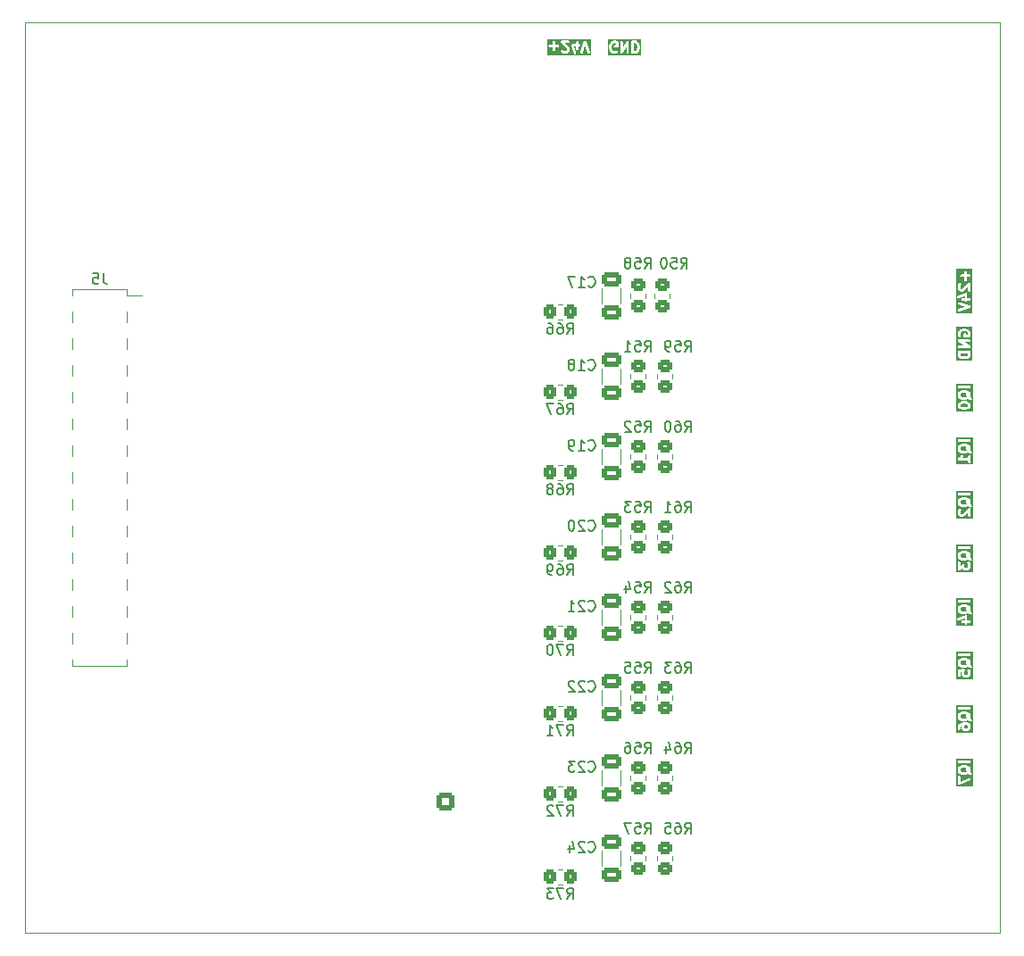
<source format=gbo>
%TF.GenerationSoftware,KiCad,Pcbnew,8.0.0*%
%TF.CreationDate,2024-05-10T19:48:46+02:00*%
%TF.ProjectId,plc_io_module,706c635f-696f-45f6-9d6f-64756c652e6b,1.0.0*%
%TF.SameCoordinates,Original*%
%TF.FileFunction,Legend,Bot*%
%TF.FilePolarity,Positive*%
%FSLAX46Y46*%
G04 Gerber Fmt 4.6, Leading zero omitted, Abs format (unit mm)*
G04 Created by KiCad (PCBNEW 8.0.0) date 2024-05-10 19:48:46*
%MOMM*%
%LPD*%
G01*
G04 APERTURE LIST*
G04 Aperture macros list*
%AMRoundRect*
0 Rectangle with rounded corners*
0 $1 Rounding radius*
0 $2 $3 $4 $5 $6 $7 $8 $9 X,Y pos of 4 corners*
0 Add a 4 corners polygon primitive as box body*
4,1,4,$2,$3,$4,$5,$6,$7,$8,$9,$2,$3,0*
0 Add four circle primitives for the rounded corners*
1,1,$1+$1,$2,$3*
1,1,$1+$1,$4,$5*
1,1,$1+$1,$6,$7*
1,1,$1+$1,$8,$9*
0 Add four rect primitives between the rounded corners*
20,1,$1+$1,$2,$3,$4,$5,0*
20,1,$1+$1,$4,$5,$6,$7,0*
20,1,$1+$1,$6,$7,$8,$9,0*
20,1,$1+$1,$8,$9,$2,$3,0*%
G04 Aperture macros list end*
%ADD10C,0.250000*%
%ADD11C,0.150000*%
%ADD12C,0.120000*%
%ADD13C,4.300000*%
%ADD14RoundRect,0.250000X-0.600000X0.600000X-0.600000X-0.600000X0.600000X-0.600000X0.600000X0.600000X0*%
%ADD15C,1.700000*%
%ADD16R,2.600000X2.600000*%
%ADD17C,2.600000*%
%ADD18R,1.800000X1.800000*%
%ADD19C,1.800000*%
%ADD20C,1.500000*%
%ADD21RoundRect,0.250000X0.650000X-0.412500X0.650000X0.412500X-0.650000X0.412500X-0.650000X-0.412500X0*%
%ADD22RoundRect,0.250000X-0.450000X0.350000X-0.450000X-0.350000X0.450000X-0.350000X0.450000X0.350000X0*%
%ADD23RoundRect,0.250000X-0.350000X-0.450000X0.350000X-0.450000X0.350000X0.450000X-0.350000X0.450000X0*%
%ADD24RoundRect,0.250000X0.450000X-0.350000X0.450000X0.350000X-0.450000X0.350000X-0.450000X-0.350000X0*%
%ADD25R,3.150000X1.000000*%
%TA.AperFunction,Profile*%
%ADD26C,0.050000*%
%TD*%
G04 APERTURE END LIST*
D10*
G36*
X188319555Y-111314510D02*
G01*
X188302925Y-111354661D01*
X188300523Y-111379047D01*
X188302086Y-111456904D01*
X188301504Y-111458651D01*
X188302364Y-111470757D01*
X188302925Y-111498671D01*
X188304643Y-111502819D01*
X188304962Y-111507301D01*
X188313720Y-111530187D01*
X188363803Y-111625920D01*
X188369209Y-111638970D01*
X188373130Y-111643747D01*
X188374393Y-111646162D01*
X188376884Y-111648323D01*
X188384754Y-111657912D01*
X188429963Y-111702171D01*
X188322476Y-111730289D01*
X188020346Y-111732318D01*
X187871858Y-111696908D01*
X187815673Y-111642395D01*
X187788316Y-111590103D01*
X187786846Y-111458629D01*
X187810934Y-111408161D01*
X187868066Y-111349277D01*
X188004760Y-111313518D01*
X188306890Y-111311489D01*
X188319555Y-111314510D01*
G37*
G36*
X189007875Y-113102835D02*
G01*
X187366982Y-113102835D01*
X187366982Y-112489919D01*
X187491982Y-112489919D01*
X187507405Y-112536188D01*
X187539360Y-112573034D01*
X187582985Y-112594846D01*
X187631634Y-112598303D01*
X187655528Y-112592870D01*
X188205924Y-112407512D01*
X188206601Y-112588968D01*
X187972566Y-112589782D01*
X187927506Y-112608446D01*
X187893018Y-112642934D01*
X187874354Y-112687994D01*
X187874354Y-112736766D01*
X187893018Y-112781826D01*
X187927506Y-112816314D01*
X187972566Y-112834978D01*
X187996952Y-112837380D01*
X188207526Y-112836648D01*
X188207687Y-112879623D01*
X188226351Y-112924683D01*
X188260839Y-112959171D01*
X188305899Y-112977835D01*
X188354671Y-112977835D01*
X188399731Y-112959171D01*
X188434219Y-112924683D01*
X188452883Y-112879623D01*
X188455285Y-112855237D01*
X188455212Y-112835787D01*
X188688005Y-112834978D01*
X188733065Y-112816314D01*
X188767553Y-112781826D01*
X188786217Y-112736766D01*
X188786217Y-112687994D01*
X188767553Y-112642934D01*
X188733065Y-112608446D01*
X188688005Y-112589782D01*
X188663619Y-112587380D01*
X188454287Y-112588107D01*
X188452984Y-112239105D01*
X188454303Y-112220556D01*
X188452899Y-112216346D01*
X188452883Y-112211804D01*
X188445213Y-112193288D01*
X188438880Y-112174287D01*
X188435938Y-112170895D01*
X188434219Y-112166744D01*
X188420046Y-112152571D01*
X188406924Y-112137441D01*
X188402908Y-112135433D01*
X188399731Y-112132256D01*
X188381216Y-112124587D01*
X188363300Y-112115629D01*
X188358820Y-112115310D01*
X188354671Y-112113592D01*
X188334634Y-112113592D01*
X188314650Y-112112172D01*
X188308405Y-112113592D01*
X188305899Y-112113592D01*
X188302849Y-112114855D01*
X188290756Y-112117605D01*
X187554097Y-112365690D01*
X187517251Y-112397645D01*
X187495439Y-112441270D01*
X187491982Y-112489919D01*
X187366982Y-112489919D01*
X187366982Y-111426666D01*
X187538619Y-111426666D01*
X187540542Y-111598682D01*
X187539600Y-111601508D01*
X187540755Y-111617761D01*
X187541021Y-111641528D01*
X187542739Y-111645676D01*
X187543058Y-111650158D01*
X187551816Y-111673044D01*
X187601901Y-111768780D01*
X187607305Y-111781826D01*
X187611224Y-111786602D01*
X187612489Y-111789019D01*
X187614983Y-111791182D01*
X187622850Y-111800768D01*
X187710305Y-111885621D01*
X187713896Y-111891606D01*
X187724800Y-111899685D01*
X187737030Y-111911551D01*
X187745615Y-111915107D01*
X187753084Y-111920641D01*
X187776159Y-111928886D01*
X187960547Y-111972856D01*
X187972566Y-111977835D01*
X187987655Y-111979321D01*
X187990875Y-111980089D01*
X187992697Y-111979817D01*
X187996952Y-111980237D01*
X188322657Y-111978049D01*
X188336361Y-111980089D01*
X188351460Y-111977856D01*
X188354671Y-111977835D01*
X188356372Y-111977130D01*
X188360602Y-111976505D01*
X188537551Y-111930216D01*
X188545147Y-111930216D01*
X188558168Y-111924822D01*
X188574153Y-111920641D01*
X188581619Y-111915108D01*
X188590207Y-111911552D01*
X188609149Y-111896007D01*
X188613879Y-111891131D01*
X188660108Y-111979495D01*
X188696953Y-112011451D01*
X188743223Y-112026874D01*
X188791873Y-112023416D01*
X188835496Y-112001605D01*
X188867452Y-111964760D01*
X188882875Y-111918489D01*
X188879418Y-111869840D01*
X188870660Y-111846954D01*
X188820574Y-111751217D01*
X188815171Y-111738172D01*
X188811251Y-111733395D01*
X188809987Y-111730979D01*
X188807492Y-111728815D01*
X188799626Y-111719230D01*
X188766779Y-111687361D01*
X188767553Y-111686588D01*
X188772544Y-111674538D01*
X188784180Y-111650158D01*
X188784498Y-111645677D01*
X188786217Y-111641528D01*
X188788619Y-111617142D01*
X188786695Y-111445122D01*
X188787637Y-111442299D01*
X188786482Y-111426056D01*
X188786217Y-111402280D01*
X188784498Y-111398130D01*
X188784180Y-111393650D01*
X188775422Y-111370764D01*
X188725338Y-111275030D01*
X188719933Y-111261981D01*
X188716011Y-111257203D01*
X188714749Y-111254789D01*
X188712257Y-111252627D01*
X188704388Y-111243039D01*
X188616930Y-111158183D01*
X188613341Y-111152202D01*
X188602441Y-111144126D01*
X188590207Y-111132256D01*
X188581619Y-111128699D01*
X188574153Y-111123167D01*
X188551078Y-111114922D01*
X188366690Y-111070951D01*
X188354671Y-111065973D01*
X188339579Y-111064486D01*
X188336361Y-111063719D01*
X188334539Y-111063990D01*
X188330285Y-111063571D01*
X188004579Y-111065758D01*
X187990875Y-111063719D01*
X187975776Y-111065951D01*
X187972566Y-111065973D01*
X187970864Y-111066677D01*
X187966635Y-111067303D01*
X187789686Y-111113592D01*
X187782089Y-111113592D01*
X187769068Y-111118985D01*
X187753084Y-111123167D01*
X187745615Y-111128700D01*
X187737030Y-111132257D01*
X187718088Y-111147802D01*
X187623814Y-111244966D01*
X187612489Y-111254789D01*
X187609172Y-111260057D01*
X187607305Y-111261982D01*
X187606043Y-111265028D01*
X187599434Y-111275527D01*
X187561138Y-111355766D01*
X187559685Y-111357220D01*
X187554694Y-111369268D01*
X187543058Y-111393650D01*
X187542739Y-111398131D01*
X187541021Y-111402280D01*
X187538619Y-111426666D01*
X187366982Y-111426666D01*
X187366982Y-110784386D01*
X187541021Y-110784386D01*
X187559685Y-110829446D01*
X187594173Y-110863934D01*
X187639233Y-110882598D01*
X187663619Y-110885000D01*
X188688005Y-110882598D01*
X188733065Y-110863934D01*
X188767553Y-110829446D01*
X188786217Y-110784386D01*
X188786217Y-110735614D01*
X188767553Y-110690554D01*
X188733065Y-110656066D01*
X188688005Y-110637402D01*
X188663619Y-110635000D01*
X187639233Y-110637402D01*
X187594173Y-110656066D01*
X187559685Y-110690554D01*
X187541021Y-110735614D01*
X187541021Y-110784386D01*
X187366982Y-110784386D01*
X187366982Y-110510000D01*
X189007875Y-110510000D01*
X189007875Y-113102835D01*
G37*
G36*
X152775779Y-59013018D02*
G01*
X148612497Y-59013018D01*
X148612497Y-58121719D01*
X148737497Y-58121719D01*
X148756161Y-58166779D01*
X148790649Y-58201267D01*
X148835709Y-58219931D01*
X148860095Y-58222333D01*
X149117590Y-58221546D01*
X149118449Y-58502671D01*
X149137113Y-58547731D01*
X149171601Y-58582219D01*
X149216661Y-58600883D01*
X149265433Y-58600883D01*
X149310493Y-58582219D01*
X149344981Y-58547731D01*
X149363645Y-58502671D01*
X149366047Y-58478285D01*
X149365260Y-58220789D01*
X149646386Y-58219931D01*
X149691446Y-58201267D01*
X149725934Y-58166779D01*
X149744598Y-58121719D01*
X149744598Y-58072947D01*
X149725934Y-58027887D01*
X149691446Y-57993399D01*
X149646386Y-57974735D01*
X149622000Y-57972333D01*
X149364503Y-57973119D01*
X149363794Y-57740766D01*
X149880354Y-57740766D01*
X149899018Y-57785826D01*
X149899023Y-57785831D01*
X149914564Y-57804768D01*
X150464092Y-58351135D01*
X150497315Y-58446424D01*
X150498289Y-58494947D01*
X150474433Y-58544933D01*
X150455296Y-58565099D01*
X150404591Y-58591626D01*
X150225627Y-58593264D01*
X150174398Y-58568814D01*
X150120017Y-58517209D01*
X150074958Y-58498544D01*
X150026184Y-58498544D01*
X149981125Y-58517209D01*
X149946638Y-58551696D01*
X149927973Y-58596755D01*
X149927973Y-58645529D01*
X149946638Y-58690588D01*
X149962183Y-58709530D01*
X150013507Y-58758235D01*
X150021551Y-58767510D01*
X150026687Y-58770743D01*
X150028743Y-58772694D01*
X150031793Y-58773957D01*
X150042288Y-58780564D01*
X150122528Y-58818860D01*
X150123982Y-58820314D01*
X150136031Y-58825305D01*
X150160412Y-58836941D01*
X150164892Y-58837259D01*
X150169042Y-58838978D01*
X150193428Y-58841380D01*
X150412809Y-58839372D01*
X150415889Y-58840399D01*
X150432921Y-58839188D01*
X150455909Y-58838978D01*
X150460057Y-58837259D01*
X150464539Y-58836941D01*
X150487425Y-58828183D01*
X150583161Y-58778097D01*
X150596207Y-58772694D01*
X150600983Y-58768774D01*
X150603400Y-58767510D01*
X150605563Y-58765015D01*
X150615149Y-58757149D01*
X150663854Y-58705824D01*
X150673129Y-58697781D01*
X150676362Y-58692644D01*
X150678313Y-58690589D01*
X150679576Y-58687538D01*
X150686183Y-58677044D01*
X150724479Y-58596803D01*
X150725933Y-58595350D01*
X150730924Y-58583300D01*
X150742560Y-58558920D01*
X150742878Y-58554439D01*
X150744597Y-58550290D01*
X150746999Y-58525904D01*
X150745046Y-58428683D01*
X150746017Y-58415031D01*
X150744652Y-58409028D01*
X150744597Y-58406280D01*
X150743333Y-58403230D01*
X150740584Y-58391137D01*
X150696978Y-58266068D01*
X150696978Y-58263422D01*
X150691149Y-58249350D01*
X150682975Y-58225906D01*
X150680031Y-58222512D01*
X150678313Y-58218363D01*
X150662768Y-58199421D01*
X150527919Y-58065348D01*
X150878934Y-58065348D01*
X150880354Y-58071593D01*
X150880354Y-58074100D01*
X150881617Y-58077151D01*
X150884367Y-58089242D01*
X151132452Y-58825903D01*
X151164407Y-58862749D01*
X151208031Y-58884561D01*
X151256681Y-58888018D01*
X151302950Y-58872595D01*
X151339796Y-58840639D01*
X151361608Y-58797015D01*
X151365065Y-58748365D01*
X151359632Y-58724471D01*
X151351642Y-58700746D01*
X151736077Y-58700746D01*
X151739534Y-58749395D01*
X151761346Y-58793020D01*
X151798192Y-58824975D01*
X151844461Y-58840398D01*
X151893110Y-58836941D01*
X151936735Y-58815129D01*
X151968690Y-58778283D01*
X151978680Y-58755908D01*
X152193062Y-58107952D01*
X152418166Y-58778283D01*
X152450121Y-58815129D01*
X152493745Y-58836941D01*
X152542395Y-58840398D01*
X152588664Y-58824975D01*
X152625510Y-58793019D01*
X152647322Y-58749395D01*
X152650779Y-58700745D01*
X152645346Y-58676851D01*
X152314596Y-57691920D01*
X152313989Y-57683365D01*
X152307091Y-57669569D01*
X152302023Y-57654477D01*
X152296171Y-57647729D01*
X152292177Y-57639741D01*
X152280339Y-57629474D01*
X152270068Y-57617631D01*
X152262076Y-57613635D01*
X152255331Y-57607785D01*
X152240463Y-57602829D01*
X152226443Y-57595819D01*
X152217533Y-57595185D01*
X152209062Y-57592362D01*
X152193427Y-57593472D01*
X152177794Y-57592362D01*
X152169322Y-57595185D01*
X152160412Y-57595819D01*
X152146390Y-57602830D01*
X152131525Y-57607785D01*
X152124779Y-57613635D01*
X152116788Y-57617631D01*
X152106519Y-57629471D01*
X152094679Y-57639740D01*
X152090683Y-57647730D01*
X152084833Y-57654477D01*
X152074842Y-57676852D01*
X151736077Y-58700746D01*
X151351642Y-58700746D01*
X151174274Y-58174074D01*
X151355730Y-58173397D01*
X151356544Y-58407433D01*
X151375208Y-58452493D01*
X151409696Y-58486981D01*
X151454756Y-58505645D01*
X151503528Y-58505645D01*
X151548588Y-58486981D01*
X151583076Y-58452493D01*
X151601740Y-58407433D01*
X151604142Y-58383047D01*
X151603410Y-58172472D01*
X151646385Y-58172312D01*
X151691445Y-58153648D01*
X151725933Y-58119160D01*
X151744597Y-58074100D01*
X151744597Y-58025328D01*
X151725933Y-57980268D01*
X151691445Y-57945780D01*
X151646385Y-57927116D01*
X151621999Y-57924714D01*
X151602549Y-57924786D01*
X151601740Y-57691994D01*
X151583076Y-57646934D01*
X151548588Y-57612446D01*
X151503528Y-57593782D01*
X151454756Y-57593782D01*
X151409696Y-57612446D01*
X151375208Y-57646934D01*
X151356544Y-57691994D01*
X151354142Y-57716380D01*
X151354869Y-57925711D01*
X151005866Y-57927014D01*
X150987318Y-57925696D01*
X150983108Y-57927099D01*
X150978566Y-57927116D01*
X150960050Y-57934785D01*
X150941049Y-57941119D01*
X150937657Y-57944060D01*
X150933506Y-57945780D01*
X150919337Y-57959948D01*
X150904203Y-57973074D01*
X150902194Y-57977091D01*
X150899018Y-57980268D01*
X150891350Y-57998780D01*
X150882391Y-58016699D01*
X150882072Y-58021178D01*
X150880354Y-58025328D01*
X150880354Y-58045364D01*
X150878934Y-58065348D01*
X150527919Y-58065348D01*
X150301534Y-57840265D01*
X150646385Y-57838978D01*
X150691445Y-57820314D01*
X150725933Y-57785826D01*
X150744597Y-57740766D01*
X150744597Y-57691994D01*
X150725933Y-57646934D01*
X150691445Y-57612446D01*
X150646385Y-57593782D01*
X150621999Y-57591380D01*
X149978566Y-57593782D01*
X149978565Y-57593782D01*
X149965367Y-57599248D01*
X149933506Y-57612446D01*
X149899018Y-57646934D01*
X149880354Y-57691994D01*
X149880354Y-57740766D01*
X149363794Y-57740766D01*
X149363645Y-57691994D01*
X149344981Y-57646934D01*
X149310493Y-57612446D01*
X149265433Y-57593782D01*
X149216661Y-57593782D01*
X149171601Y-57612446D01*
X149137113Y-57646934D01*
X149118449Y-57691994D01*
X149116047Y-57716380D01*
X149116833Y-57973876D01*
X148835709Y-57974735D01*
X148790649Y-57993399D01*
X148756161Y-58027887D01*
X148737497Y-58072947D01*
X148737497Y-58121719D01*
X148612497Y-58121719D01*
X148612497Y-57466380D01*
X152775779Y-57466380D01*
X152775779Y-59013018D01*
G37*
G36*
X188319555Y-96074510D02*
G01*
X188302925Y-96114661D01*
X188300523Y-96139047D01*
X188302086Y-96216904D01*
X188301504Y-96218651D01*
X188302364Y-96230757D01*
X188302925Y-96258671D01*
X188304643Y-96262819D01*
X188304962Y-96267301D01*
X188313720Y-96290187D01*
X188363803Y-96385920D01*
X188369209Y-96398970D01*
X188373130Y-96403747D01*
X188374393Y-96406162D01*
X188376884Y-96408323D01*
X188384754Y-96417912D01*
X188429963Y-96462171D01*
X188322476Y-96490289D01*
X188020346Y-96492318D01*
X187871858Y-96456908D01*
X187815673Y-96402395D01*
X187788316Y-96350103D01*
X187786846Y-96218629D01*
X187810934Y-96168161D01*
X187868066Y-96109277D01*
X188004760Y-96073518D01*
X188306890Y-96071489D01*
X188319555Y-96074510D01*
G37*
G36*
X189007875Y-97815216D02*
G01*
X187413619Y-97815216D01*
X187413619Y-97281774D01*
X187538619Y-97281774D01*
X187541021Y-97293915D01*
X187541021Y-97306290D01*
X187545706Y-97317603D01*
X187548084Y-97329619D01*
X187554949Y-97339917D01*
X187559685Y-97351350D01*
X187568344Y-97360009D01*
X187575138Y-97370200D01*
X187585422Y-97377087D01*
X187594173Y-97385838D01*
X187605485Y-97390523D01*
X187615662Y-97397339D01*
X187627800Y-97399766D01*
X187639233Y-97404502D01*
X187663362Y-97406878D01*
X187663489Y-97406904D01*
X187663532Y-97406895D01*
X187663619Y-97406904D01*
X188540266Y-97404848D01*
X188541021Y-97592004D01*
X188559685Y-97637064D01*
X188594173Y-97671552D01*
X188639233Y-97690216D01*
X188688005Y-97690216D01*
X188733065Y-97671552D01*
X188767553Y-97637064D01*
X188786217Y-97592004D01*
X188788619Y-97567618D01*
X188786217Y-96971804D01*
X188767553Y-96926744D01*
X188733065Y-96892256D01*
X188688005Y-96873592D01*
X188639233Y-96873592D01*
X188594173Y-96892256D01*
X188559685Y-96926744D01*
X188541021Y-96971804D01*
X188538619Y-96996190D01*
X188539268Y-97157195D01*
X188006653Y-97158444D01*
X188006909Y-97157826D01*
X188013517Y-97147330D01*
X188069894Y-97029206D01*
X188073351Y-96980557D01*
X188057928Y-96934286D01*
X188025972Y-96897441D01*
X187982349Y-96875630D01*
X187933699Y-96872172D01*
X187887429Y-96887595D01*
X187850584Y-96919551D01*
X187837529Y-96940289D01*
X187802017Y-97014695D01*
X187733970Y-97084828D01*
X187603607Y-97174062D01*
X187594173Y-97177970D01*
X187586090Y-97186052D01*
X187575323Y-97193423D01*
X187568435Y-97203707D01*
X187559685Y-97212458D01*
X187554999Y-97223770D01*
X187548184Y-97233947D01*
X187545756Y-97246085D01*
X187541021Y-97257518D01*
X187541021Y-97269763D01*
X187538619Y-97281774D01*
X187413619Y-97281774D01*
X187413619Y-96186666D01*
X187538619Y-96186666D01*
X187540542Y-96358682D01*
X187539600Y-96361508D01*
X187540755Y-96377761D01*
X187541021Y-96401528D01*
X187542739Y-96405676D01*
X187543058Y-96410158D01*
X187551816Y-96433044D01*
X187601901Y-96528780D01*
X187607305Y-96541826D01*
X187611224Y-96546602D01*
X187612489Y-96549019D01*
X187614983Y-96551182D01*
X187622850Y-96560768D01*
X187710305Y-96645621D01*
X187713896Y-96651606D01*
X187724800Y-96659685D01*
X187737030Y-96671551D01*
X187745615Y-96675107D01*
X187753084Y-96680641D01*
X187776159Y-96688886D01*
X187960547Y-96732856D01*
X187972566Y-96737835D01*
X187987655Y-96739321D01*
X187990875Y-96740089D01*
X187992697Y-96739817D01*
X187996952Y-96740237D01*
X188322657Y-96738049D01*
X188336361Y-96740089D01*
X188351460Y-96737856D01*
X188354671Y-96737835D01*
X188356372Y-96737130D01*
X188360602Y-96736505D01*
X188537551Y-96690216D01*
X188545147Y-96690216D01*
X188558168Y-96684822D01*
X188574153Y-96680641D01*
X188581619Y-96675108D01*
X188590207Y-96671552D01*
X188609149Y-96656007D01*
X188613879Y-96651131D01*
X188660108Y-96739495D01*
X188696953Y-96771451D01*
X188743223Y-96786874D01*
X188791873Y-96783416D01*
X188835496Y-96761605D01*
X188867452Y-96724760D01*
X188882875Y-96678489D01*
X188879418Y-96629840D01*
X188870660Y-96606954D01*
X188820574Y-96511217D01*
X188815171Y-96498172D01*
X188811251Y-96493395D01*
X188809987Y-96490979D01*
X188807492Y-96488815D01*
X188799626Y-96479230D01*
X188766779Y-96447361D01*
X188767553Y-96446588D01*
X188772544Y-96434538D01*
X188784180Y-96410158D01*
X188784498Y-96405677D01*
X188786217Y-96401528D01*
X188788619Y-96377142D01*
X188786695Y-96205122D01*
X188787637Y-96202299D01*
X188786482Y-96186056D01*
X188786217Y-96162280D01*
X188784498Y-96158130D01*
X188784180Y-96153650D01*
X188775422Y-96130764D01*
X188725338Y-96035030D01*
X188719933Y-96021981D01*
X188716011Y-96017203D01*
X188714749Y-96014789D01*
X188712257Y-96012627D01*
X188704388Y-96003039D01*
X188616930Y-95918183D01*
X188613341Y-95912202D01*
X188602441Y-95904126D01*
X188590207Y-95892256D01*
X188581619Y-95888699D01*
X188574153Y-95883167D01*
X188551078Y-95874922D01*
X188366690Y-95830951D01*
X188354671Y-95825973D01*
X188339579Y-95824486D01*
X188336361Y-95823719D01*
X188334539Y-95823990D01*
X188330285Y-95823571D01*
X188004579Y-95825758D01*
X187990875Y-95823719D01*
X187975776Y-95825951D01*
X187972566Y-95825973D01*
X187970864Y-95826677D01*
X187966635Y-95827303D01*
X187789686Y-95873592D01*
X187782089Y-95873592D01*
X187769068Y-95878985D01*
X187753084Y-95883167D01*
X187745615Y-95888700D01*
X187737030Y-95892257D01*
X187718088Y-95907802D01*
X187623814Y-96004966D01*
X187612489Y-96014789D01*
X187609172Y-96020057D01*
X187607305Y-96021982D01*
X187606043Y-96025028D01*
X187599434Y-96035527D01*
X187561138Y-96115766D01*
X187559685Y-96117220D01*
X187554694Y-96129268D01*
X187543058Y-96153650D01*
X187542739Y-96158131D01*
X187541021Y-96162280D01*
X187538619Y-96186666D01*
X187413619Y-96186666D01*
X187413619Y-95544386D01*
X187541021Y-95544386D01*
X187559685Y-95589446D01*
X187594173Y-95623934D01*
X187639233Y-95642598D01*
X187663619Y-95645000D01*
X188688005Y-95642598D01*
X188733065Y-95623934D01*
X188767553Y-95589446D01*
X188786217Y-95544386D01*
X188786217Y-95495614D01*
X188767553Y-95450554D01*
X188733065Y-95416066D01*
X188688005Y-95397402D01*
X188663619Y-95395000D01*
X187639233Y-95397402D01*
X187594173Y-95416066D01*
X187559685Y-95450554D01*
X187541021Y-95495614D01*
X187541021Y-95544386D01*
X187413619Y-95544386D01*
X187413619Y-95270000D01*
X189007875Y-95270000D01*
X189007875Y-97815216D01*
G37*
G36*
X188540564Y-87334517D02*
G01*
X188509038Y-87433610D01*
X188450775Y-87493659D01*
X188388650Y-87526160D01*
X188226997Y-87568448D01*
X188114139Y-87570069D01*
X187952730Y-87531578D01*
X187883208Y-87498398D01*
X187821009Y-87438049D01*
X187788479Y-87344748D01*
X187787581Y-87246614D01*
X188539744Y-87244850D01*
X188540564Y-87334517D01*
G37*
G36*
X188913619Y-87943333D02*
G01*
X187413619Y-87943333D01*
X187413619Y-87121905D01*
X187538619Y-87121905D01*
X187540788Y-87358929D01*
X187539601Y-87375634D01*
X187540997Y-87381773D01*
X187541021Y-87384386D01*
X187542284Y-87387437D01*
X187545034Y-87399528D01*
X187588640Y-87524597D01*
X187588640Y-87527244D01*
X187594469Y-87541316D01*
X187602643Y-87564760D01*
X187605586Y-87568153D01*
X187607305Y-87572303D01*
X187622850Y-87591245D01*
X187720014Y-87685518D01*
X187729837Y-87696844D01*
X187735104Y-87700160D01*
X187737030Y-87702028D01*
X187740077Y-87703290D01*
X187750574Y-87709898D01*
X187840027Y-87752591D01*
X187848322Y-87758737D01*
X187866552Y-87765250D01*
X187868698Y-87766275D01*
X187869597Y-87766338D01*
X187871397Y-87766982D01*
X188055785Y-87810952D01*
X188067804Y-87815931D01*
X188082893Y-87817417D01*
X188086113Y-87818185D01*
X188087935Y-87817913D01*
X188092190Y-87818333D01*
X188228919Y-87816369D01*
X188241123Y-87818185D01*
X188256038Y-87815979D01*
X188259433Y-87815931D01*
X188261134Y-87815226D01*
X188265364Y-87814601D01*
X188446950Y-87767098D01*
X188458539Y-87766275D01*
X188476772Y-87759297D01*
X188478915Y-87758737D01*
X188479639Y-87758200D01*
X188481425Y-87757517D01*
X188577156Y-87707434D01*
X188590207Y-87702029D01*
X188594986Y-87698106D01*
X188597400Y-87696844D01*
X188599560Y-87694352D01*
X188609149Y-87686484D01*
X188690430Y-87602710D01*
X188692640Y-87601606D01*
X188702217Y-87590562D01*
X188719933Y-87572304D01*
X188721652Y-87568152D01*
X188724595Y-87564760D01*
X188734585Y-87542385D01*
X188780334Y-87398588D01*
X188786217Y-87384386D01*
X188786828Y-87378175D01*
X188787637Y-87375635D01*
X188787403Y-87372343D01*
X188788619Y-87360000D01*
X188786217Y-87097519D01*
X188767553Y-87052459D01*
X188733065Y-87017971D01*
X188688005Y-86999307D01*
X188663619Y-86996905D01*
X187639233Y-86999307D01*
X187594173Y-87017971D01*
X187559685Y-87052459D01*
X187541021Y-87097519D01*
X187538619Y-87121905D01*
X187413619Y-87121905D01*
X187413619Y-86083016D01*
X187538924Y-86083016D01*
X187541021Y-86090705D01*
X187541021Y-86098672D01*
X187547382Y-86114029D01*
X187551757Y-86130071D01*
X187556636Y-86136371D01*
X187559685Y-86143732D01*
X187571440Y-86155487D01*
X187581620Y-86168632D01*
X187591838Y-86175885D01*
X187594173Y-86178220D01*
X187596464Y-86179169D01*
X187601602Y-86182816D01*
X188197658Y-86521806D01*
X187639233Y-86523116D01*
X187594173Y-86541780D01*
X187559685Y-86576268D01*
X187541021Y-86621328D01*
X187541021Y-86670100D01*
X187559685Y-86715160D01*
X187594173Y-86749648D01*
X187639233Y-86768312D01*
X187663619Y-86770714D01*
X188656437Y-86768386D01*
X188672350Y-86770409D01*
X188679969Y-86768330D01*
X188688005Y-86768312D01*
X188703361Y-86761951D01*
X188719404Y-86757576D01*
X188725704Y-86752696D01*
X188733065Y-86749648D01*
X188744820Y-86737892D01*
X188757965Y-86727713D01*
X188761918Y-86720794D01*
X188767553Y-86715160D01*
X188773914Y-86699801D01*
X188782163Y-86685367D01*
X188783168Y-86677460D01*
X188786217Y-86670100D01*
X188786217Y-86653478D01*
X188788314Y-86636984D01*
X188786217Y-86629294D01*
X188786217Y-86621328D01*
X188779855Y-86605970D01*
X188775481Y-86589929D01*
X188770601Y-86583628D01*
X188767553Y-86576268D01*
X188755797Y-86564512D01*
X188745618Y-86551368D01*
X188735399Y-86544114D01*
X188733065Y-86541780D01*
X188730773Y-86540830D01*
X188725636Y-86537184D01*
X188129580Y-86198193D01*
X188688005Y-86196884D01*
X188733065Y-86178220D01*
X188767553Y-86143732D01*
X188786217Y-86098672D01*
X188786217Y-86049900D01*
X188767553Y-86004840D01*
X188733065Y-85970352D01*
X188688005Y-85951688D01*
X188663619Y-85949286D01*
X187670801Y-85951613D01*
X187654889Y-85949591D01*
X187647268Y-85951669D01*
X187639233Y-85951688D01*
X187623875Y-85958049D01*
X187607834Y-85962424D01*
X187601533Y-85967303D01*
X187594173Y-85970352D01*
X187582417Y-85982107D01*
X187569273Y-85992287D01*
X187565319Y-85999205D01*
X187559685Y-86004840D01*
X187553323Y-86020198D01*
X187545075Y-86034633D01*
X187544069Y-86042539D01*
X187541021Y-86049900D01*
X187541021Y-86066521D01*
X187538924Y-86083016D01*
X187413619Y-86083016D01*
X187413619Y-85360000D01*
X187538619Y-85360000D01*
X187540411Y-85484789D01*
X187539600Y-85487223D01*
X187540660Y-85502143D01*
X187541021Y-85527243D01*
X187542739Y-85531391D01*
X187543058Y-85535873D01*
X187551816Y-85558759D01*
X187612489Y-85674734D01*
X187649334Y-85706690D01*
X187695604Y-85722113D01*
X187744254Y-85718655D01*
X187787877Y-85696844D01*
X187819833Y-85659999D01*
X187835256Y-85613728D01*
X187831799Y-85565079D01*
X187823041Y-85542193D01*
X187788228Y-85475649D01*
X187786921Y-85384698D01*
X187818199Y-85286387D01*
X187876460Y-85226340D01*
X187938586Y-85193839D01*
X188100239Y-85151551D01*
X188213097Y-85149930D01*
X188374509Y-85188421D01*
X188444026Y-85221600D01*
X188506229Y-85281952D01*
X188538935Y-85375758D01*
X188540052Y-85431366D01*
X188511505Y-85521095D01*
X188358665Y-85522122D01*
X188357645Y-85430852D01*
X188338981Y-85385792D01*
X188304493Y-85351304D01*
X188259433Y-85332640D01*
X188210661Y-85332640D01*
X188165601Y-85351304D01*
X188131113Y-85385792D01*
X188112449Y-85430852D01*
X188110047Y-85455238D01*
X188112449Y-85670099D01*
X188112449Y-85670100D01*
X188131113Y-85715160D01*
X188165601Y-85749648D01*
X188210661Y-85768312D01*
X188235047Y-85770714D01*
X188592766Y-85768312D01*
X188637826Y-85749648D01*
X188637830Y-85749643D01*
X188656767Y-85734103D01*
X188691662Y-85697332D01*
X188692640Y-85696844D01*
X188698091Y-85690557D01*
X188719933Y-85667543D01*
X188721653Y-85663389D01*
X188724595Y-85659998D01*
X188734585Y-85637623D01*
X188780334Y-85493826D01*
X188786217Y-85479624D01*
X188786828Y-85473413D01*
X188787637Y-85470873D01*
X188787403Y-85467581D01*
X188788619Y-85455238D01*
X188786666Y-85358017D01*
X188787637Y-85344365D01*
X188786272Y-85338362D01*
X188786217Y-85335614D01*
X188784953Y-85332564D01*
X188782204Y-85320471D01*
X188738598Y-85195402D01*
X188738598Y-85192756D01*
X188732768Y-85178682D01*
X188724595Y-85155240D01*
X188721652Y-85151847D01*
X188719933Y-85147696D01*
X188704388Y-85128754D01*
X188607216Y-85034474D01*
X188597400Y-85023156D01*
X188592134Y-85019841D01*
X188590207Y-85017971D01*
X188587156Y-85016707D01*
X188576662Y-85010101D01*
X188487209Y-84967408D01*
X188478915Y-84961263D01*
X188460684Y-84954749D01*
X188458539Y-84953725D01*
X188457639Y-84953661D01*
X188455840Y-84953018D01*
X188271452Y-84909047D01*
X188259433Y-84904069D01*
X188244341Y-84902582D01*
X188241123Y-84901815D01*
X188239301Y-84902086D01*
X188235047Y-84901667D01*
X188098316Y-84903630D01*
X188086113Y-84901815D01*
X188071197Y-84904020D01*
X188067804Y-84904069D01*
X188066102Y-84904773D01*
X188061873Y-84905399D01*
X187880284Y-84952901D01*
X187868698Y-84953725D01*
X187850464Y-84960702D01*
X187848322Y-84961263D01*
X187847597Y-84961799D01*
X187845812Y-84962483D01*
X187750075Y-85012568D01*
X187737030Y-85017972D01*
X187732253Y-85021891D01*
X187729837Y-85023156D01*
X187727673Y-85025650D01*
X187718088Y-85033517D01*
X187636808Y-85117288D01*
X187634598Y-85118394D01*
X187625013Y-85129445D01*
X187607305Y-85147697D01*
X187605586Y-85151846D01*
X187602643Y-85155240D01*
X187592652Y-85177615D01*
X187546904Y-85321410D01*
X187541021Y-85335614D01*
X187540409Y-85341825D01*
X187539601Y-85344366D01*
X187539834Y-85347656D01*
X187538619Y-85360000D01*
X187413619Y-85360000D01*
X187413619Y-84776667D01*
X188913619Y-84776667D01*
X188913619Y-87943333D01*
G37*
G36*
X188319555Y-126554510D02*
G01*
X188302925Y-126594661D01*
X188300523Y-126619047D01*
X188302086Y-126696904D01*
X188301504Y-126698651D01*
X188302364Y-126710757D01*
X188302925Y-126738671D01*
X188304643Y-126742819D01*
X188304962Y-126747301D01*
X188313720Y-126770187D01*
X188363803Y-126865920D01*
X188369209Y-126878970D01*
X188373130Y-126883747D01*
X188374393Y-126886162D01*
X188376884Y-126888323D01*
X188384754Y-126897912D01*
X188429963Y-126942171D01*
X188322476Y-126970289D01*
X188020346Y-126972318D01*
X187871858Y-126936908D01*
X187815673Y-126882395D01*
X187788316Y-126830103D01*
X187786846Y-126698629D01*
X187810934Y-126648161D01*
X187868066Y-126589277D01*
X188004760Y-126553518D01*
X188306890Y-126551489D01*
X188319555Y-126554510D01*
G37*
G36*
X189007875Y-128343124D02*
G01*
X187413619Y-128343124D01*
X187413619Y-127428571D01*
X187538619Y-127428571D01*
X187540855Y-128072038D01*
X187540732Y-128072348D01*
X187540906Y-128086604D01*
X187541021Y-128119623D01*
X187541318Y-128120341D01*
X187541328Y-128121116D01*
X187550622Y-128142803D01*
X187559685Y-128164683D01*
X187560234Y-128165232D01*
X187560540Y-128165945D01*
X187577452Y-128182450D01*
X187594173Y-128199171D01*
X187594889Y-128199467D01*
X187595445Y-128200010D01*
X187617421Y-128208800D01*
X187639233Y-128217835D01*
X187640008Y-128217835D01*
X187640730Y-128218124D01*
X187664378Y-128217835D01*
X187688005Y-128217835D01*
X187688723Y-128217537D01*
X187689498Y-128217528D01*
X187712859Y-128210130D01*
X188734327Y-127769745D01*
X188768391Y-127734841D01*
X188786505Y-127689556D01*
X188785910Y-127640787D01*
X188766698Y-127595958D01*
X188731793Y-127561894D01*
X188686508Y-127543780D01*
X188637739Y-127544375D01*
X188614379Y-127551773D01*
X187787968Y-127908062D01*
X187786217Y-127404185D01*
X187767553Y-127359125D01*
X187733065Y-127324637D01*
X187688005Y-127305973D01*
X187639233Y-127305973D01*
X187594173Y-127324637D01*
X187559685Y-127359125D01*
X187541021Y-127404185D01*
X187538619Y-127428571D01*
X187413619Y-127428571D01*
X187413619Y-126666666D01*
X187538619Y-126666666D01*
X187540542Y-126838682D01*
X187539600Y-126841508D01*
X187540755Y-126857761D01*
X187541021Y-126881528D01*
X187542739Y-126885676D01*
X187543058Y-126890158D01*
X187551816Y-126913044D01*
X187601901Y-127008780D01*
X187607305Y-127021826D01*
X187611224Y-127026602D01*
X187612489Y-127029019D01*
X187614983Y-127031182D01*
X187622850Y-127040768D01*
X187710305Y-127125621D01*
X187713896Y-127131606D01*
X187724800Y-127139685D01*
X187737030Y-127151551D01*
X187745615Y-127155107D01*
X187753084Y-127160641D01*
X187776159Y-127168886D01*
X187960547Y-127212856D01*
X187972566Y-127217835D01*
X187987655Y-127219321D01*
X187990875Y-127220089D01*
X187992697Y-127219817D01*
X187996952Y-127220237D01*
X188322657Y-127218049D01*
X188336361Y-127220089D01*
X188351460Y-127217856D01*
X188354671Y-127217835D01*
X188356372Y-127217130D01*
X188360602Y-127216505D01*
X188537551Y-127170216D01*
X188545147Y-127170216D01*
X188558168Y-127164822D01*
X188574153Y-127160641D01*
X188581619Y-127155108D01*
X188590207Y-127151552D01*
X188609149Y-127136007D01*
X188613879Y-127131131D01*
X188660108Y-127219495D01*
X188696953Y-127251451D01*
X188743223Y-127266874D01*
X188791873Y-127263416D01*
X188835496Y-127241605D01*
X188867452Y-127204760D01*
X188882875Y-127158489D01*
X188879418Y-127109840D01*
X188870660Y-127086954D01*
X188820574Y-126991217D01*
X188815171Y-126978172D01*
X188811251Y-126973395D01*
X188809987Y-126970979D01*
X188807492Y-126968815D01*
X188799626Y-126959230D01*
X188766779Y-126927361D01*
X188767553Y-126926588D01*
X188772544Y-126914538D01*
X188784180Y-126890158D01*
X188784498Y-126885677D01*
X188786217Y-126881528D01*
X188788619Y-126857142D01*
X188786695Y-126685122D01*
X188787637Y-126682299D01*
X188786482Y-126666056D01*
X188786217Y-126642280D01*
X188784498Y-126638130D01*
X188784180Y-126633650D01*
X188775422Y-126610764D01*
X188725338Y-126515030D01*
X188719933Y-126501981D01*
X188716011Y-126497203D01*
X188714749Y-126494789D01*
X188712257Y-126492627D01*
X188704388Y-126483039D01*
X188616930Y-126398183D01*
X188613341Y-126392202D01*
X188602441Y-126384126D01*
X188590207Y-126372256D01*
X188581619Y-126368699D01*
X188574153Y-126363167D01*
X188551078Y-126354922D01*
X188366690Y-126310951D01*
X188354671Y-126305973D01*
X188339579Y-126304486D01*
X188336361Y-126303719D01*
X188334539Y-126303990D01*
X188330285Y-126303571D01*
X188004579Y-126305758D01*
X187990875Y-126303719D01*
X187975776Y-126305951D01*
X187972566Y-126305973D01*
X187970864Y-126306677D01*
X187966635Y-126307303D01*
X187789686Y-126353592D01*
X187782089Y-126353592D01*
X187769068Y-126358985D01*
X187753084Y-126363167D01*
X187745615Y-126368700D01*
X187737030Y-126372257D01*
X187718088Y-126387802D01*
X187623814Y-126484966D01*
X187612489Y-126494789D01*
X187609172Y-126500057D01*
X187607305Y-126501982D01*
X187606043Y-126505028D01*
X187599434Y-126515527D01*
X187561138Y-126595766D01*
X187559685Y-126597220D01*
X187554694Y-126609268D01*
X187543058Y-126633650D01*
X187542739Y-126638131D01*
X187541021Y-126642280D01*
X187538619Y-126666666D01*
X187413619Y-126666666D01*
X187413619Y-126024386D01*
X187541021Y-126024386D01*
X187559685Y-126069446D01*
X187594173Y-126103934D01*
X187639233Y-126122598D01*
X187663619Y-126125000D01*
X188688005Y-126122598D01*
X188733065Y-126103934D01*
X188767553Y-126069446D01*
X188786217Y-126024386D01*
X188786217Y-125975614D01*
X188767553Y-125930554D01*
X188733065Y-125896066D01*
X188688005Y-125877402D01*
X188663619Y-125875000D01*
X187639233Y-125877402D01*
X187594173Y-125896066D01*
X187559685Y-125930554D01*
X187541021Y-125975614D01*
X187541021Y-126024386D01*
X187413619Y-126024386D01*
X187413619Y-125750000D01*
X189007875Y-125750000D01*
X189007875Y-128343124D01*
G37*
G36*
X188422128Y-92077944D02*
G01*
X188492173Y-92111375D01*
X188512338Y-92130511D01*
X188539171Y-92181801D01*
X188539909Y-92218566D01*
X188516053Y-92268551D01*
X188496915Y-92288718D01*
X188436269Y-92320445D01*
X188274782Y-92362690D01*
X188067495Y-92364587D01*
X187905111Y-92325863D01*
X187835065Y-92292433D01*
X187814899Y-92273296D01*
X187788066Y-92222006D01*
X187787328Y-92185240D01*
X187811184Y-92135254D01*
X187830321Y-92115089D01*
X187890967Y-92083362D01*
X188052454Y-92041117D01*
X188259741Y-92039220D01*
X188422128Y-92077944D01*
G37*
G36*
X188319555Y-90994510D02*
G01*
X188302925Y-91034661D01*
X188300523Y-91059047D01*
X188302086Y-91136904D01*
X188301504Y-91138651D01*
X188302364Y-91150757D01*
X188302925Y-91178671D01*
X188304643Y-91182819D01*
X188304962Y-91187301D01*
X188313720Y-91210187D01*
X188363803Y-91305920D01*
X188369209Y-91318970D01*
X188373130Y-91323747D01*
X188374393Y-91326162D01*
X188376884Y-91328323D01*
X188384754Y-91337912D01*
X188429963Y-91382171D01*
X188322476Y-91410289D01*
X188020346Y-91412318D01*
X187871858Y-91376908D01*
X187815673Y-91322395D01*
X187788316Y-91270103D01*
X187786846Y-91138629D01*
X187810934Y-91088161D01*
X187868066Y-91029277D01*
X188004760Y-90993518D01*
X188306890Y-90991489D01*
X188319555Y-90994510D01*
G37*
G36*
X189007875Y-92737618D02*
G01*
X187413619Y-92737618D01*
X187413619Y-92154285D01*
X187538619Y-92154285D01*
X187540182Y-92232142D01*
X187539600Y-92233889D01*
X187540460Y-92245995D01*
X187541021Y-92273909D01*
X187542739Y-92278057D01*
X187543058Y-92282539D01*
X187551816Y-92305425D01*
X187601901Y-92401161D01*
X187607305Y-92414207D01*
X187611224Y-92418983D01*
X187612489Y-92421400D01*
X187614983Y-92423563D01*
X187622850Y-92433149D01*
X187674174Y-92481854D01*
X187682218Y-92491129D01*
X187687354Y-92494362D01*
X187689410Y-92496313D01*
X187692460Y-92497576D01*
X187702955Y-92504183D01*
X187792408Y-92546876D01*
X187800703Y-92553022D01*
X187818933Y-92559535D01*
X187821079Y-92560560D01*
X187821978Y-92560623D01*
X187823778Y-92561267D01*
X188008166Y-92605237D01*
X188020185Y-92610216D01*
X188035274Y-92611702D01*
X188038494Y-92612470D01*
X188040316Y-92612198D01*
X188044571Y-92612618D01*
X188275532Y-92610504D01*
X188288742Y-92612470D01*
X188303785Y-92610245D01*
X188307052Y-92610216D01*
X188308753Y-92609511D01*
X188312983Y-92608886D01*
X188494569Y-92561383D01*
X188506158Y-92560560D01*
X188524391Y-92553582D01*
X188526534Y-92553022D01*
X188527258Y-92552485D01*
X188529044Y-92551802D01*
X188624778Y-92501717D01*
X188637825Y-92496314D01*
X188642602Y-92492393D01*
X188645019Y-92491129D01*
X188647182Y-92488634D01*
X188656767Y-92480769D01*
X188705477Y-92429441D01*
X188714749Y-92421400D01*
X188717980Y-92416266D01*
X188719933Y-92414209D01*
X188721197Y-92411155D01*
X188727803Y-92400663D01*
X188766099Y-92320422D01*
X188767553Y-92318969D01*
X188772544Y-92306919D01*
X188784180Y-92282539D01*
X188784498Y-92278058D01*
X188786217Y-92273909D01*
X188788619Y-92249523D01*
X188787055Y-92171662D01*
X188787637Y-92169918D01*
X188786777Y-92157826D01*
X188786217Y-92129899D01*
X188784498Y-92125749D01*
X188784180Y-92121269D01*
X188775422Y-92098383D01*
X188725340Y-92002653D01*
X188719933Y-91989599D01*
X188716011Y-91984820D01*
X188714749Y-91982408D01*
X188712256Y-91980246D01*
X188704387Y-91970658D01*
X188653065Y-91921956D01*
X188645019Y-91912679D01*
X188639879Y-91909443D01*
X188637825Y-91907494D01*
X188634777Y-91906231D01*
X188624281Y-91899624D01*
X188534828Y-91856931D01*
X188526534Y-91850786D01*
X188508303Y-91844272D01*
X188506158Y-91843248D01*
X188505258Y-91843184D01*
X188503459Y-91842541D01*
X188319071Y-91798570D01*
X188307052Y-91793592D01*
X188291960Y-91792105D01*
X188288742Y-91791338D01*
X188286920Y-91791609D01*
X188282666Y-91791190D01*
X188051704Y-91793303D01*
X188038494Y-91791338D01*
X188023451Y-91793562D01*
X188020185Y-91793592D01*
X188018483Y-91794296D01*
X188014254Y-91794922D01*
X187832665Y-91842424D01*
X187821079Y-91843248D01*
X187802845Y-91850225D01*
X187800703Y-91850786D01*
X187799978Y-91851322D01*
X187798193Y-91852006D01*
X187702459Y-91902089D01*
X187689410Y-91907495D01*
X187684632Y-91911416D01*
X187682218Y-91912679D01*
X187680056Y-91915170D01*
X187670468Y-91923040D01*
X187621766Y-91974361D01*
X187612489Y-91982408D01*
X187609253Y-91987547D01*
X187607305Y-91989601D01*
X187606043Y-91992647D01*
X187599434Y-92003146D01*
X187561138Y-92083385D01*
X187559685Y-92084839D01*
X187554694Y-92096887D01*
X187543058Y-92121269D01*
X187542739Y-92125750D01*
X187541021Y-92129899D01*
X187538619Y-92154285D01*
X187413619Y-92154285D01*
X187413619Y-91106666D01*
X187538619Y-91106666D01*
X187540542Y-91278682D01*
X187539600Y-91281508D01*
X187540755Y-91297761D01*
X187541021Y-91321528D01*
X187542739Y-91325676D01*
X187543058Y-91330158D01*
X187551816Y-91353044D01*
X187601901Y-91448780D01*
X187607305Y-91461826D01*
X187611224Y-91466602D01*
X187612489Y-91469019D01*
X187614983Y-91471182D01*
X187622850Y-91480768D01*
X187710305Y-91565621D01*
X187713896Y-91571606D01*
X187724800Y-91579685D01*
X187737030Y-91591551D01*
X187745615Y-91595107D01*
X187753084Y-91600641D01*
X187776159Y-91608886D01*
X187960547Y-91652856D01*
X187972566Y-91657835D01*
X187987655Y-91659321D01*
X187990875Y-91660089D01*
X187992697Y-91659817D01*
X187996952Y-91660237D01*
X188322657Y-91658049D01*
X188336361Y-91660089D01*
X188351460Y-91657856D01*
X188354671Y-91657835D01*
X188356372Y-91657130D01*
X188360602Y-91656505D01*
X188537551Y-91610216D01*
X188545147Y-91610216D01*
X188558168Y-91604822D01*
X188574153Y-91600641D01*
X188581619Y-91595108D01*
X188590207Y-91591552D01*
X188609149Y-91576007D01*
X188613879Y-91571131D01*
X188660108Y-91659495D01*
X188696953Y-91691451D01*
X188743223Y-91706874D01*
X188791873Y-91703416D01*
X188835496Y-91681605D01*
X188867452Y-91644760D01*
X188882875Y-91598489D01*
X188879418Y-91549840D01*
X188870660Y-91526954D01*
X188820574Y-91431217D01*
X188815171Y-91418172D01*
X188811251Y-91413395D01*
X188809987Y-91410979D01*
X188807492Y-91408815D01*
X188799626Y-91399230D01*
X188766779Y-91367361D01*
X188767553Y-91366588D01*
X188772544Y-91354538D01*
X188784180Y-91330158D01*
X188784498Y-91325677D01*
X188786217Y-91321528D01*
X188788619Y-91297142D01*
X188786695Y-91125122D01*
X188787637Y-91122299D01*
X188786482Y-91106056D01*
X188786217Y-91082280D01*
X188784498Y-91078130D01*
X188784180Y-91073650D01*
X188775422Y-91050764D01*
X188725338Y-90955030D01*
X188719933Y-90941981D01*
X188716011Y-90937203D01*
X188714749Y-90934789D01*
X188712257Y-90932627D01*
X188704388Y-90923039D01*
X188616930Y-90838183D01*
X188613341Y-90832202D01*
X188602441Y-90824126D01*
X188590207Y-90812256D01*
X188581619Y-90808699D01*
X188574153Y-90803167D01*
X188551078Y-90794922D01*
X188366690Y-90750951D01*
X188354671Y-90745973D01*
X188339579Y-90744486D01*
X188336361Y-90743719D01*
X188334539Y-90743990D01*
X188330285Y-90743571D01*
X188004579Y-90745758D01*
X187990875Y-90743719D01*
X187975776Y-90745951D01*
X187972566Y-90745973D01*
X187970864Y-90746677D01*
X187966635Y-90747303D01*
X187789686Y-90793592D01*
X187782089Y-90793592D01*
X187769068Y-90798985D01*
X187753084Y-90803167D01*
X187745615Y-90808700D01*
X187737030Y-90812257D01*
X187718088Y-90827802D01*
X187623814Y-90924966D01*
X187612489Y-90934789D01*
X187609172Y-90940057D01*
X187607305Y-90941982D01*
X187606043Y-90945028D01*
X187599434Y-90955527D01*
X187561138Y-91035766D01*
X187559685Y-91037220D01*
X187554694Y-91049268D01*
X187543058Y-91073650D01*
X187542739Y-91078131D01*
X187541021Y-91082280D01*
X187538619Y-91106666D01*
X187413619Y-91106666D01*
X187413619Y-90464386D01*
X187541021Y-90464386D01*
X187559685Y-90509446D01*
X187594173Y-90543934D01*
X187639233Y-90562598D01*
X187663619Y-90565000D01*
X188688005Y-90562598D01*
X188733065Y-90543934D01*
X188767553Y-90509446D01*
X188786217Y-90464386D01*
X188786217Y-90415614D01*
X188767553Y-90370554D01*
X188733065Y-90336066D01*
X188688005Y-90317402D01*
X188663619Y-90315000D01*
X187639233Y-90317402D01*
X187594173Y-90336066D01*
X187559685Y-90370554D01*
X187541021Y-90415614D01*
X187541021Y-90464386D01*
X187413619Y-90464386D01*
X187413619Y-90190000D01*
X189007875Y-90190000D01*
X189007875Y-92737618D01*
G37*
G36*
X188319555Y-106234510D02*
G01*
X188302925Y-106274661D01*
X188300523Y-106299047D01*
X188302086Y-106376904D01*
X188301504Y-106378651D01*
X188302364Y-106390757D01*
X188302925Y-106418671D01*
X188304643Y-106422819D01*
X188304962Y-106427301D01*
X188313720Y-106450187D01*
X188363803Y-106545920D01*
X188369209Y-106558970D01*
X188373130Y-106563747D01*
X188374393Y-106566162D01*
X188376884Y-106568323D01*
X188384754Y-106577912D01*
X188429963Y-106622171D01*
X188322476Y-106650289D01*
X188020346Y-106652318D01*
X187871858Y-106616908D01*
X187815673Y-106562395D01*
X187788316Y-106510103D01*
X187786846Y-106378629D01*
X187810934Y-106328161D01*
X187868066Y-106269277D01*
X188004760Y-106233518D01*
X188306890Y-106231489D01*
X188319555Y-106234510D01*
G37*
G36*
X189007875Y-107977618D02*
G01*
X187413619Y-107977618D01*
X187413619Y-107108571D01*
X187538619Y-107108571D01*
X187540920Y-107725044D01*
X187539670Y-107743796D01*
X187541005Y-107747743D01*
X187541021Y-107752004D01*
X187548789Y-107770758D01*
X187555296Y-107789997D01*
X187558071Y-107793169D01*
X187559685Y-107797064D01*
X187574042Y-107811421D01*
X187587413Y-107826702D01*
X187591191Y-107828570D01*
X187594173Y-107831552D01*
X187612932Y-107839322D01*
X187631131Y-107848322D01*
X187635337Y-107848602D01*
X187639233Y-107850216D01*
X187659536Y-107850216D01*
X187679797Y-107851567D01*
X187683791Y-107850216D01*
X187688005Y-107850216D01*
X187706759Y-107842447D01*
X187725998Y-107835941D01*
X187730859Y-107832465D01*
X187733065Y-107831552D01*
X187735391Y-107829225D01*
X187745932Y-107821690D01*
X187955550Y-107636591D01*
X187982853Y-107688780D01*
X187988257Y-107701826D01*
X187992176Y-107706602D01*
X187993441Y-107709019D01*
X187995935Y-107711182D01*
X188003802Y-107720768D01*
X188055126Y-107769473D01*
X188063170Y-107778748D01*
X188068306Y-107781981D01*
X188070362Y-107783932D01*
X188073412Y-107785195D01*
X188083907Y-107791802D01*
X188164147Y-107830098D01*
X188165601Y-107831552D01*
X188177650Y-107836543D01*
X188202031Y-107848179D01*
X188206511Y-107848497D01*
X188210661Y-107850216D01*
X188235047Y-107852618D01*
X188454428Y-107850610D01*
X188457508Y-107851637D01*
X188474540Y-107850426D01*
X188497528Y-107850216D01*
X188501676Y-107848497D01*
X188506158Y-107848179D01*
X188529044Y-107839421D01*
X188624778Y-107789336D01*
X188637825Y-107783933D01*
X188642602Y-107780012D01*
X188645019Y-107778748D01*
X188647182Y-107776253D01*
X188656767Y-107768388D01*
X188705477Y-107717060D01*
X188714749Y-107709019D01*
X188717980Y-107703885D01*
X188719933Y-107701828D01*
X188721197Y-107698774D01*
X188727803Y-107688282D01*
X188766099Y-107608041D01*
X188767553Y-107606588D01*
X188772544Y-107594538D01*
X188784180Y-107570158D01*
X188784498Y-107565677D01*
X188786217Y-107561528D01*
X188788619Y-107537142D01*
X188786552Y-107270315D01*
X188787637Y-107267061D01*
X188786391Y-107249529D01*
X188786217Y-107227042D01*
X188784498Y-107222892D01*
X188784180Y-107218412D01*
X188775422Y-107195526D01*
X188725340Y-107099796D01*
X188719933Y-107086742D01*
X188716011Y-107081963D01*
X188714749Y-107079551D01*
X188712256Y-107077389D01*
X188704387Y-107067801D01*
X188637825Y-107004637D01*
X188592765Y-106985973D01*
X188543992Y-106985973D01*
X188498933Y-107004638D01*
X188464446Y-107039126D01*
X188445782Y-107084186D01*
X188445782Y-107132959D01*
X188464447Y-107178018D01*
X188479993Y-107196960D01*
X188512338Y-107227654D01*
X188538827Y-107278286D01*
X188540581Y-107504778D01*
X188516053Y-107556170D01*
X188496915Y-107576337D01*
X188446210Y-107602864D01*
X188267246Y-107604502D01*
X188216017Y-107580052D01*
X188195851Y-107560915D01*
X188169180Y-107509934D01*
X188167505Y-107393326D01*
X188168520Y-107378107D01*
X188167232Y-107374299D01*
X188167169Y-107369899D01*
X188159400Y-107351144D01*
X188152894Y-107331906D01*
X188150118Y-107328733D01*
X188148505Y-107324839D01*
X188134147Y-107310481D01*
X188120777Y-107295201D01*
X188116998Y-107293332D01*
X188114017Y-107290351D01*
X188095264Y-107282583D01*
X188077059Y-107273580D01*
X188072849Y-107273299D01*
X188068957Y-107271687D01*
X188048660Y-107271687D01*
X188028393Y-107270336D01*
X188024399Y-107271687D01*
X188020185Y-107271687D01*
X188001430Y-107279455D01*
X187982192Y-107285962D01*
X187977330Y-107289437D01*
X187975125Y-107290351D01*
X187972798Y-107292677D01*
X187962258Y-107300213D01*
X187787599Y-107454440D01*
X187786217Y-107084185D01*
X187767553Y-107039125D01*
X187733065Y-107004637D01*
X187688005Y-106985973D01*
X187639233Y-106985973D01*
X187594173Y-107004637D01*
X187559685Y-107039125D01*
X187541021Y-107084185D01*
X187538619Y-107108571D01*
X187413619Y-107108571D01*
X187413619Y-106346666D01*
X187538619Y-106346666D01*
X187540542Y-106518682D01*
X187539600Y-106521508D01*
X187540755Y-106537761D01*
X187541021Y-106561528D01*
X187542739Y-106565676D01*
X187543058Y-106570158D01*
X187551816Y-106593044D01*
X187601901Y-106688780D01*
X187607305Y-106701826D01*
X187611224Y-106706602D01*
X187612489Y-106709019D01*
X187614983Y-106711182D01*
X187622850Y-106720768D01*
X187710305Y-106805621D01*
X187713896Y-106811606D01*
X187724800Y-106819685D01*
X187737030Y-106831551D01*
X187745615Y-106835107D01*
X187753084Y-106840641D01*
X187776159Y-106848886D01*
X187960547Y-106892856D01*
X187972566Y-106897835D01*
X187987655Y-106899321D01*
X187990875Y-106900089D01*
X187992697Y-106899817D01*
X187996952Y-106900237D01*
X188322657Y-106898049D01*
X188336361Y-106900089D01*
X188351460Y-106897856D01*
X188354671Y-106897835D01*
X188356372Y-106897130D01*
X188360602Y-106896505D01*
X188537551Y-106850216D01*
X188545147Y-106850216D01*
X188558168Y-106844822D01*
X188574153Y-106840641D01*
X188581619Y-106835108D01*
X188590207Y-106831552D01*
X188609149Y-106816007D01*
X188613879Y-106811131D01*
X188660108Y-106899495D01*
X188696953Y-106931451D01*
X188743223Y-106946874D01*
X188791873Y-106943416D01*
X188835496Y-106921605D01*
X188867452Y-106884760D01*
X188882875Y-106838489D01*
X188879418Y-106789840D01*
X188870660Y-106766954D01*
X188820574Y-106671217D01*
X188815171Y-106658172D01*
X188811251Y-106653395D01*
X188809987Y-106650979D01*
X188807492Y-106648815D01*
X188799626Y-106639230D01*
X188766779Y-106607361D01*
X188767553Y-106606588D01*
X188772544Y-106594538D01*
X188784180Y-106570158D01*
X188784498Y-106565677D01*
X188786217Y-106561528D01*
X188788619Y-106537142D01*
X188786695Y-106365122D01*
X188787637Y-106362299D01*
X188786482Y-106346056D01*
X188786217Y-106322280D01*
X188784498Y-106318130D01*
X188784180Y-106313650D01*
X188775422Y-106290764D01*
X188725338Y-106195030D01*
X188719933Y-106181981D01*
X188716011Y-106177203D01*
X188714749Y-106174789D01*
X188712257Y-106172627D01*
X188704388Y-106163039D01*
X188616930Y-106078183D01*
X188613341Y-106072202D01*
X188602441Y-106064126D01*
X188590207Y-106052256D01*
X188581619Y-106048699D01*
X188574153Y-106043167D01*
X188551078Y-106034922D01*
X188366690Y-105990951D01*
X188354671Y-105985973D01*
X188339579Y-105984486D01*
X188336361Y-105983719D01*
X188334539Y-105983990D01*
X188330285Y-105983571D01*
X188004579Y-105985758D01*
X187990875Y-105983719D01*
X187975776Y-105985951D01*
X187972566Y-105985973D01*
X187970864Y-105986677D01*
X187966635Y-105987303D01*
X187789686Y-106033592D01*
X187782089Y-106033592D01*
X187769068Y-106038985D01*
X187753084Y-106043167D01*
X187745615Y-106048700D01*
X187737030Y-106052257D01*
X187718088Y-106067802D01*
X187623814Y-106164966D01*
X187612489Y-106174789D01*
X187609172Y-106180057D01*
X187607305Y-106181982D01*
X187606043Y-106185028D01*
X187599434Y-106195527D01*
X187561138Y-106275766D01*
X187559685Y-106277220D01*
X187554694Y-106289268D01*
X187543058Y-106313650D01*
X187542739Y-106318131D01*
X187541021Y-106322280D01*
X187538619Y-106346666D01*
X187413619Y-106346666D01*
X187413619Y-105704386D01*
X187541021Y-105704386D01*
X187559685Y-105749446D01*
X187594173Y-105783934D01*
X187639233Y-105802598D01*
X187663619Y-105805000D01*
X188688005Y-105802598D01*
X188733065Y-105783934D01*
X188767553Y-105749446D01*
X188786217Y-105704386D01*
X188786217Y-105655614D01*
X188767553Y-105610554D01*
X188733065Y-105576066D01*
X188688005Y-105557402D01*
X188663619Y-105555000D01*
X187639233Y-105557402D01*
X187594173Y-105576066D01*
X187559685Y-105610554D01*
X187541021Y-105655614D01*
X187541021Y-105704386D01*
X187413619Y-105704386D01*
X187413619Y-105430000D01*
X189007875Y-105430000D01*
X189007875Y-107977618D01*
G37*
G36*
X188319555Y-101154510D02*
G01*
X188302925Y-101194661D01*
X188300523Y-101219047D01*
X188302086Y-101296904D01*
X188301504Y-101298651D01*
X188302364Y-101310757D01*
X188302925Y-101338671D01*
X188304643Y-101342819D01*
X188304962Y-101347301D01*
X188313720Y-101370187D01*
X188363803Y-101465920D01*
X188369209Y-101478970D01*
X188373130Y-101483747D01*
X188374393Y-101486162D01*
X188376884Y-101488323D01*
X188384754Y-101497912D01*
X188429963Y-101542171D01*
X188322476Y-101570289D01*
X188020346Y-101572318D01*
X187871858Y-101536908D01*
X187815673Y-101482395D01*
X187788316Y-101430103D01*
X187786846Y-101298629D01*
X187810934Y-101248161D01*
X187868066Y-101189277D01*
X188004760Y-101153518D01*
X188306890Y-101151489D01*
X188319555Y-101154510D01*
G37*
G36*
X189007875Y-102897618D02*
G01*
X187413619Y-102897618D01*
X187413619Y-102219047D01*
X187538619Y-102219047D01*
X187540626Y-102438428D01*
X187539600Y-102441508D01*
X187540810Y-102458540D01*
X187541021Y-102481528D01*
X187542739Y-102485676D01*
X187543058Y-102490158D01*
X187551816Y-102513044D01*
X187601901Y-102608780D01*
X187607305Y-102621826D01*
X187611224Y-102626602D01*
X187612489Y-102629019D01*
X187614983Y-102631182D01*
X187622850Y-102640768D01*
X187674174Y-102689473D01*
X187682218Y-102698748D01*
X187687354Y-102701981D01*
X187689410Y-102703932D01*
X187692460Y-102705195D01*
X187702955Y-102711802D01*
X187783195Y-102750098D01*
X187784649Y-102751552D01*
X187796698Y-102756543D01*
X187821079Y-102768179D01*
X187825559Y-102768497D01*
X187829709Y-102770216D01*
X187854095Y-102772618D01*
X187951314Y-102770665D01*
X187964967Y-102771636D01*
X187970969Y-102770271D01*
X187973719Y-102770216D01*
X187976770Y-102768952D01*
X187988861Y-102766203D01*
X188113930Y-102722597D01*
X188116577Y-102722597D01*
X188130649Y-102716767D01*
X188154093Y-102708594D01*
X188157486Y-102705650D01*
X188161636Y-102703932D01*
X188180578Y-102688387D01*
X188539733Y-102327153D01*
X188541021Y-102672004D01*
X188559685Y-102717064D01*
X188594173Y-102751552D01*
X188639233Y-102770216D01*
X188688005Y-102770216D01*
X188733065Y-102751552D01*
X188767553Y-102717064D01*
X188786217Y-102672004D01*
X188788619Y-102647618D01*
X188786217Y-102004185D01*
X188785829Y-102003249D01*
X188772992Y-101972257D01*
X188767553Y-101959125D01*
X188733065Y-101924637D01*
X188706670Y-101913704D01*
X188688006Y-101905973D01*
X188639232Y-101905973D01*
X188626034Y-101911439D01*
X188594173Y-101924637D01*
X188594167Y-101924642D01*
X188575231Y-101940183D01*
X188028864Y-102489710D01*
X187933574Y-102522934D01*
X187885051Y-102523908D01*
X187835065Y-102500052D01*
X187814899Y-102480915D01*
X187788372Y-102430210D01*
X187786734Y-102251245D01*
X187811184Y-102200016D01*
X187862790Y-102145637D01*
X187881455Y-102100577D01*
X187881455Y-102051804D01*
X187862790Y-102006744D01*
X187828303Y-101972257D01*
X187783243Y-101953592D01*
X187734470Y-101953592D01*
X187689410Y-101972257D01*
X187670468Y-101987802D01*
X187621766Y-102039123D01*
X187612489Y-102047170D01*
X187609253Y-102052309D01*
X187607305Y-102054363D01*
X187606043Y-102057409D01*
X187599434Y-102067908D01*
X187561138Y-102148147D01*
X187559685Y-102149601D01*
X187554694Y-102161649D01*
X187543058Y-102186031D01*
X187542739Y-102190512D01*
X187541021Y-102194661D01*
X187538619Y-102219047D01*
X187413619Y-102219047D01*
X187413619Y-101266666D01*
X187538619Y-101266666D01*
X187540542Y-101438682D01*
X187539600Y-101441508D01*
X187540755Y-101457761D01*
X187541021Y-101481528D01*
X187542739Y-101485676D01*
X187543058Y-101490158D01*
X187551816Y-101513044D01*
X187601901Y-101608780D01*
X187607305Y-101621826D01*
X187611224Y-101626602D01*
X187612489Y-101629019D01*
X187614983Y-101631182D01*
X187622850Y-101640768D01*
X187710305Y-101725621D01*
X187713896Y-101731606D01*
X187724800Y-101739685D01*
X187737030Y-101751551D01*
X187745615Y-101755107D01*
X187753084Y-101760641D01*
X187776159Y-101768886D01*
X187960547Y-101812856D01*
X187972566Y-101817835D01*
X187987655Y-101819321D01*
X187990875Y-101820089D01*
X187992697Y-101819817D01*
X187996952Y-101820237D01*
X188322657Y-101818049D01*
X188336361Y-101820089D01*
X188351460Y-101817856D01*
X188354671Y-101817835D01*
X188356372Y-101817130D01*
X188360602Y-101816505D01*
X188537551Y-101770216D01*
X188545147Y-101770216D01*
X188558168Y-101764822D01*
X188574153Y-101760641D01*
X188581619Y-101755108D01*
X188590207Y-101751552D01*
X188609149Y-101736007D01*
X188613879Y-101731131D01*
X188660108Y-101819495D01*
X188696953Y-101851451D01*
X188743223Y-101866874D01*
X188791873Y-101863416D01*
X188835496Y-101841605D01*
X188867452Y-101804760D01*
X188882875Y-101758489D01*
X188879418Y-101709840D01*
X188870660Y-101686954D01*
X188820574Y-101591217D01*
X188815171Y-101578172D01*
X188811251Y-101573395D01*
X188809987Y-101570979D01*
X188807492Y-101568815D01*
X188799626Y-101559230D01*
X188766779Y-101527361D01*
X188767553Y-101526588D01*
X188772544Y-101514538D01*
X188784180Y-101490158D01*
X188784498Y-101485677D01*
X188786217Y-101481528D01*
X188788619Y-101457142D01*
X188786695Y-101285122D01*
X188787637Y-101282299D01*
X188786482Y-101266056D01*
X188786217Y-101242280D01*
X188784498Y-101238130D01*
X188784180Y-101233650D01*
X188775422Y-101210764D01*
X188725338Y-101115030D01*
X188719933Y-101101981D01*
X188716011Y-101097203D01*
X188714749Y-101094789D01*
X188712257Y-101092627D01*
X188704388Y-101083039D01*
X188616930Y-100998183D01*
X188613341Y-100992202D01*
X188602441Y-100984126D01*
X188590207Y-100972256D01*
X188581619Y-100968699D01*
X188574153Y-100963167D01*
X188551078Y-100954922D01*
X188366690Y-100910951D01*
X188354671Y-100905973D01*
X188339579Y-100904486D01*
X188336361Y-100903719D01*
X188334539Y-100903990D01*
X188330285Y-100903571D01*
X188004579Y-100905758D01*
X187990875Y-100903719D01*
X187975776Y-100905951D01*
X187972566Y-100905973D01*
X187970864Y-100906677D01*
X187966635Y-100907303D01*
X187789686Y-100953592D01*
X187782089Y-100953592D01*
X187769068Y-100958985D01*
X187753084Y-100963167D01*
X187745615Y-100968700D01*
X187737030Y-100972257D01*
X187718088Y-100987802D01*
X187623814Y-101084966D01*
X187612489Y-101094789D01*
X187609172Y-101100057D01*
X187607305Y-101101982D01*
X187606043Y-101105028D01*
X187599434Y-101115527D01*
X187561138Y-101195766D01*
X187559685Y-101197220D01*
X187554694Y-101209268D01*
X187543058Y-101233650D01*
X187542739Y-101238131D01*
X187541021Y-101242280D01*
X187538619Y-101266666D01*
X187413619Y-101266666D01*
X187413619Y-100624386D01*
X187541021Y-100624386D01*
X187559685Y-100669446D01*
X187594173Y-100703934D01*
X187639233Y-100722598D01*
X187663619Y-100725000D01*
X188688005Y-100722598D01*
X188733065Y-100703934D01*
X188767553Y-100669446D01*
X188786217Y-100624386D01*
X188786217Y-100575614D01*
X188767553Y-100530554D01*
X188733065Y-100496066D01*
X188688005Y-100477402D01*
X188663619Y-100475000D01*
X187639233Y-100477402D01*
X187594173Y-100496066D01*
X187559685Y-100530554D01*
X187541021Y-100575614D01*
X187541021Y-100624386D01*
X187413619Y-100624386D01*
X187413619Y-100350000D01*
X189007875Y-100350000D01*
X189007875Y-102897618D01*
G37*
G36*
X188319555Y-116394510D02*
G01*
X188302925Y-116434661D01*
X188300523Y-116459047D01*
X188302086Y-116536904D01*
X188301504Y-116538651D01*
X188302364Y-116550757D01*
X188302925Y-116578671D01*
X188304643Y-116582819D01*
X188304962Y-116587301D01*
X188313720Y-116610187D01*
X188363803Y-116705920D01*
X188369209Y-116718970D01*
X188373130Y-116723747D01*
X188374393Y-116726162D01*
X188376884Y-116728323D01*
X188384754Y-116737912D01*
X188429963Y-116782171D01*
X188322476Y-116810289D01*
X188020346Y-116812318D01*
X187871858Y-116776908D01*
X187815673Y-116722395D01*
X187788316Y-116670103D01*
X187786846Y-116538629D01*
X187810934Y-116488161D01*
X187868066Y-116429277D01*
X188004760Y-116393518D01*
X188306890Y-116391489D01*
X188319555Y-116394510D01*
G37*
G36*
X189007875Y-118137618D02*
G01*
X187413619Y-118137618D01*
X187413619Y-117363809D01*
X187538619Y-117363809D01*
X187541021Y-117864385D01*
X187559685Y-117909445D01*
X187594173Y-117943933D01*
X187639233Y-117962597D01*
X187688005Y-117962597D01*
X187733065Y-117943933D01*
X187767553Y-117909445D01*
X187786217Y-117864385D01*
X187788619Y-117839999D01*
X187786875Y-117476572D01*
X187919604Y-117462658D01*
X187921578Y-117678428D01*
X187920552Y-117681508D01*
X187921762Y-117698540D01*
X187921973Y-117721528D01*
X187923691Y-117725676D01*
X187924010Y-117730158D01*
X187932768Y-117753044D01*
X187982853Y-117848780D01*
X187988257Y-117861826D01*
X187992176Y-117866602D01*
X187993441Y-117869019D01*
X187995935Y-117871182D01*
X188003802Y-117880768D01*
X188055126Y-117929473D01*
X188063170Y-117938748D01*
X188068306Y-117941981D01*
X188070362Y-117943932D01*
X188073412Y-117945195D01*
X188083907Y-117951802D01*
X188164147Y-117990098D01*
X188165601Y-117991552D01*
X188177650Y-117996543D01*
X188202031Y-118008179D01*
X188206511Y-118008497D01*
X188210661Y-118010216D01*
X188235047Y-118012618D01*
X188454428Y-118010610D01*
X188457508Y-118011637D01*
X188474540Y-118010426D01*
X188497528Y-118010216D01*
X188501676Y-118008497D01*
X188506158Y-118008179D01*
X188529044Y-117999421D01*
X188624778Y-117949336D01*
X188637825Y-117943933D01*
X188642602Y-117940012D01*
X188645019Y-117938748D01*
X188647182Y-117936253D01*
X188656767Y-117928388D01*
X188705477Y-117877060D01*
X188714749Y-117869019D01*
X188717980Y-117863885D01*
X188719933Y-117861828D01*
X188721197Y-117858774D01*
X188727803Y-117848282D01*
X188766099Y-117768041D01*
X188767553Y-117766588D01*
X188772544Y-117754538D01*
X188784180Y-117730158D01*
X188784498Y-117725677D01*
X188786217Y-117721528D01*
X188788619Y-117697142D01*
X188786611Y-117477757D01*
X188787637Y-117474680D01*
X188786427Y-117457658D01*
X188786217Y-117434661D01*
X188784498Y-117430511D01*
X188784180Y-117426031D01*
X188775422Y-117403145D01*
X188725340Y-117307415D01*
X188719933Y-117294361D01*
X188716011Y-117289582D01*
X188714749Y-117287170D01*
X188712256Y-117285008D01*
X188704387Y-117275420D01*
X188637825Y-117212256D01*
X188592765Y-117193592D01*
X188543992Y-117193592D01*
X188498933Y-117212257D01*
X188464446Y-117246745D01*
X188445782Y-117291805D01*
X188445782Y-117340578D01*
X188464447Y-117385637D01*
X188479993Y-117404579D01*
X188512338Y-117435273D01*
X188538865Y-117485978D01*
X188540503Y-117664942D01*
X188516053Y-117716170D01*
X188496915Y-117736337D01*
X188446210Y-117762864D01*
X188267246Y-117764502D01*
X188216017Y-117740052D01*
X188195851Y-117720915D01*
X188169324Y-117670210D01*
X188167686Y-117491245D01*
X188192136Y-117440016D01*
X188216827Y-117413998D01*
X188219252Y-117412698D01*
X188226698Y-117403597D01*
X188243742Y-117385637D01*
X188246150Y-117379822D01*
X188250137Y-117374950D01*
X188255414Y-117357457D01*
X188262407Y-117340577D01*
X188262407Y-117334281D01*
X188264225Y-117328256D01*
X188262407Y-117310076D01*
X188262407Y-117291804D01*
X188259998Y-117285989D01*
X188259372Y-117279726D01*
X188250732Y-117263621D01*
X188243742Y-117246744D01*
X188239293Y-117242295D01*
X188236317Y-117236747D01*
X188222170Y-117225172D01*
X188209255Y-117212257D01*
X188203442Y-117209849D01*
X188198569Y-117205862D01*
X188181073Y-117200583D01*
X188164195Y-117193592D01*
X188157901Y-117193592D01*
X188151875Y-117191774D01*
X188127371Y-117191810D01*
X187656108Y-117241211D01*
X187639233Y-117241211D01*
X187633515Y-117243579D01*
X187627155Y-117244246D01*
X187611055Y-117252882D01*
X187594173Y-117259875D01*
X187589722Y-117264325D01*
X187584176Y-117267301D01*
X187572605Y-117281442D01*
X187559685Y-117294363D01*
X187557276Y-117300177D01*
X187553291Y-117305049D01*
X187548013Y-117322541D01*
X187541021Y-117339423D01*
X187540100Y-117348768D01*
X187539203Y-117351743D01*
X187539507Y-117354788D01*
X187538619Y-117363809D01*
X187413619Y-117363809D01*
X187413619Y-116506666D01*
X187538619Y-116506666D01*
X187540542Y-116678682D01*
X187539600Y-116681508D01*
X187540755Y-116697761D01*
X187541021Y-116721528D01*
X187542739Y-116725676D01*
X187543058Y-116730158D01*
X187551816Y-116753044D01*
X187601901Y-116848780D01*
X187607305Y-116861826D01*
X187611224Y-116866602D01*
X187612489Y-116869019D01*
X187614983Y-116871182D01*
X187622850Y-116880768D01*
X187710305Y-116965621D01*
X187713896Y-116971606D01*
X187724800Y-116979685D01*
X187737030Y-116991551D01*
X187745615Y-116995107D01*
X187753084Y-117000641D01*
X187776159Y-117008886D01*
X187960547Y-117052856D01*
X187972566Y-117057835D01*
X187987655Y-117059321D01*
X187990875Y-117060089D01*
X187992697Y-117059817D01*
X187996952Y-117060237D01*
X188322657Y-117058049D01*
X188336361Y-117060089D01*
X188351460Y-117057856D01*
X188354671Y-117057835D01*
X188356372Y-117057130D01*
X188360602Y-117056505D01*
X188537551Y-117010216D01*
X188545147Y-117010216D01*
X188558168Y-117004822D01*
X188574153Y-117000641D01*
X188581619Y-116995108D01*
X188590207Y-116991552D01*
X188609149Y-116976007D01*
X188613879Y-116971131D01*
X188660108Y-117059495D01*
X188696953Y-117091451D01*
X188743223Y-117106874D01*
X188791873Y-117103416D01*
X188835496Y-117081605D01*
X188867452Y-117044760D01*
X188882875Y-116998489D01*
X188879418Y-116949840D01*
X188870660Y-116926954D01*
X188820574Y-116831217D01*
X188815171Y-116818172D01*
X188811251Y-116813395D01*
X188809987Y-116810979D01*
X188807492Y-116808815D01*
X188799626Y-116799230D01*
X188766779Y-116767361D01*
X188767553Y-116766588D01*
X188772544Y-116754538D01*
X188784180Y-116730158D01*
X188784498Y-116725677D01*
X188786217Y-116721528D01*
X188788619Y-116697142D01*
X188786695Y-116525122D01*
X188787637Y-116522299D01*
X188786482Y-116506056D01*
X188786217Y-116482280D01*
X188784498Y-116478130D01*
X188784180Y-116473650D01*
X188775422Y-116450764D01*
X188725338Y-116355030D01*
X188719933Y-116341981D01*
X188716011Y-116337203D01*
X188714749Y-116334789D01*
X188712257Y-116332627D01*
X188704388Y-116323039D01*
X188616930Y-116238183D01*
X188613341Y-116232202D01*
X188602441Y-116224126D01*
X188590207Y-116212256D01*
X188581619Y-116208699D01*
X188574153Y-116203167D01*
X188551078Y-116194922D01*
X188366690Y-116150951D01*
X188354671Y-116145973D01*
X188339579Y-116144486D01*
X188336361Y-116143719D01*
X188334539Y-116143990D01*
X188330285Y-116143571D01*
X188004579Y-116145758D01*
X187990875Y-116143719D01*
X187975776Y-116145951D01*
X187972566Y-116145973D01*
X187970864Y-116146677D01*
X187966635Y-116147303D01*
X187789686Y-116193592D01*
X187782089Y-116193592D01*
X187769068Y-116198985D01*
X187753084Y-116203167D01*
X187745615Y-116208700D01*
X187737030Y-116212257D01*
X187718088Y-116227802D01*
X187623814Y-116324966D01*
X187612489Y-116334789D01*
X187609172Y-116340057D01*
X187607305Y-116341982D01*
X187606043Y-116345028D01*
X187599434Y-116355527D01*
X187561138Y-116435766D01*
X187559685Y-116437220D01*
X187554694Y-116449268D01*
X187543058Y-116473650D01*
X187542739Y-116478131D01*
X187541021Y-116482280D01*
X187538619Y-116506666D01*
X187413619Y-116506666D01*
X187413619Y-115864386D01*
X187541021Y-115864386D01*
X187559685Y-115909446D01*
X187594173Y-115943934D01*
X187639233Y-115962598D01*
X187663619Y-115965000D01*
X188688005Y-115962598D01*
X188733065Y-115943934D01*
X188767553Y-115909446D01*
X188786217Y-115864386D01*
X188786217Y-115815614D01*
X188767553Y-115770554D01*
X188733065Y-115736066D01*
X188688005Y-115717402D01*
X188663619Y-115715000D01*
X187639233Y-115717402D01*
X187594173Y-115736066D01*
X187559685Y-115770554D01*
X187541021Y-115815614D01*
X187541021Y-115864386D01*
X187413619Y-115864386D01*
X187413619Y-115590000D01*
X189007875Y-115590000D01*
X189007875Y-118137618D01*
G37*
G36*
X188913619Y-83433779D02*
G01*
X187366982Y-83433779D01*
X187366982Y-83200395D01*
X187539601Y-83200395D01*
X187555024Y-83246664D01*
X187586979Y-83283510D01*
X187630604Y-83305322D01*
X187679253Y-83308779D01*
X187703147Y-83303346D01*
X188688078Y-82972596D01*
X188696634Y-82971989D01*
X188710429Y-82965091D01*
X188725522Y-82960023D01*
X188732269Y-82954171D01*
X188740258Y-82950177D01*
X188750524Y-82938339D01*
X188762368Y-82928068D01*
X188766363Y-82920076D01*
X188772214Y-82913331D01*
X188777169Y-82898466D01*
X188784180Y-82884444D01*
X188784813Y-82875533D01*
X188787637Y-82867062D01*
X188786526Y-82851428D01*
X188787637Y-82835794D01*
X188784813Y-82827322D01*
X188784180Y-82818412D01*
X188777169Y-82804390D01*
X188772214Y-82789525D01*
X188766363Y-82782779D01*
X188762368Y-82774788D01*
X188750524Y-82764516D01*
X188740258Y-82752679D01*
X188732269Y-82748684D01*
X188725522Y-82742833D01*
X188703147Y-82732842D01*
X187679253Y-82394077D01*
X187630604Y-82397534D01*
X187586979Y-82419346D01*
X187555024Y-82456192D01*
X187539601Y-82502461D01*
X187543058Y-82551110D01*
X187564870Y-82594735D01*
X187601716Y-82626690D01*
X187624091Y-82636680D01*
X188272045Y-82851062D01*
X187601716Y-83076166D01*
X187564870Y-83108121D01*
X187543058Y-83151746D01*
X187539601Y-83200395D01*
X187366982Y-83200395D01*
X187366982Y-81914681D01*
X187491982Y-81914681D01*
X187507405Y-81960950D01*
X187539360Y-81997796D01*
X187582985Y-82019608D01*
X187631634Y-82023065D01*
X187655528Y-82017632D01*
X188205924Y-81832274D01*
X188206601Y-82013730D01*
X187972566Y-82014544D01*
X187927506Y-82033208D01*
X187893018Y-82067696D01*
X187874354Y-82112756D01*
X187874354Y-82161528D01*
X187893018Y-82206588D01*
X187927506Y-82241076D01*
X187972566Y-82259740D01*
X187996952Y-82262142D01*
X188207526Y-82261410D01*
X188207687Y-82304385D01*
X188226351Y-82349445D01*
X188260839Y-82383933D01*
X188305899Y-82402597D01*
X188354671Y-82402597D01*
X188399731Y-82383933D01*
X188434219Y-82349445D01*
X188452883Y-82304385D01*
X188455285Y-82279999D01*
X188455212Y-82260549D01*
X188688005Y-82259740D01*
X188733065Y-82241076D01*
X188767553Y-82206588D01*
X188786217Y-82161528D01*
X188786217Y-82112756D01*
X188767553Y-82067696D01*
X188733065Y-82033208D01*
X188688005Y-82014544D01*
X188663619Y-82012142D01*
X188454287Y-82012869D01*
X188452984Y-81663867D01*
X188454303Y-81645318D01*
X188452899Y-81641108D01*
X188452883Y-81636566D01*
X188445213Y-81618050D01*
X188438880Y-81599049D01*
X188435938Y-81595657D01*
X188434219Y-81591506D01*
X188420046Y-81577333D01*
X188406924Y-81562203D01*
X188402908Y-81560195D01*
X188399731Y-81557018D01*
X188381216Y-81549349D01*
X188363300Y-81540391D01*
X188358820Y-81540072D01*
X188354671Y-81538354D01*
X188334634Y-81538354D01*
X188314650Y-81536934D01*
X188308405Y-81538354D01*
X188305899Y-81538354D01*
X188302849Y-81539617D01*
X188290756Y-81542367D01*
X187554097Y-81790452D01*
X187517251Y-81822407D01*
X187495439Y-81866032D01*
X187491982Y-81914681D01*
X187366982Y-81914681D01*
X187366982Y-80851428D01*
X187538619Y-80851428D01*
X187540626Y-81070809D01*
X187539600Y-81073889D01*
X187540810Y-81090921D01*
X187541021Y-81113909D01*
X187542739Y-81118057D01*
X187543058Y-81122539D01*
X187551816Y-81145425D01*
X187601901Y-81241161D01*
X187607305Y-81254207D01*
X187611224Y-81258983D01*
X187612489Y-81261400D01*
X187614983Y-81263563D01*
X187622850Y-81273149D01*
X187674174Y-81321854D01*
X187682218Y-81331129D01*
X187687354Y-81334362D01*
X187689410Y-81336313D01*
X187692460Y-81337576D01*
X187702955Y-81344183D01*
X187783195Y-81382479D01*
X187784649Y-81383933D01*
X187796698Y-81388924D01*
X187821079Y-81400560D01*
X187825559Y-81400878D01*
X187829709Y-81402597D01*
X187854095Y-81404999D01*
X187951314Y-81403046D01*
X187964967Y-81404017D01*
X187970969Y-81402652D01*
X187973719Y-81402597D01*
X187976770Y-81401333D01*
X187988861Y-81398584D01*
X188113930Y-81354978D01*
X188116577Y-81354978D01*
X188130649Y-81349148D01*
X188154093Y-81340975D01*
X188157486Y-81338031D01*
X188161636Y-81336313D01*
X188180578Y-81320768D01*
X188539733Y-80959534D01*
X188541021Y-81304385D01*
X188559685Y-81349445D01*
X188594173Y-81383933D01*
X188639233Y-81402597D01*
X188688005Y-81402597D01*
X188733065Y-81383933D01*
X188767553Y-81349445D01*
X188786217Y-81304385D01*
X188788619Y-81279999D01*
X188786217Y-80636566D01*
X188785829Y-80635630D01*
X188772992Y-80604638D01*
X188767553Y-80591506D01*
X188733065Y-80557018D01*
X188706670Y-80546085D01*
X188688006Y-80538354D01*
X188639232Y-80538354D01*
X188626034Y-80543820D01*
X188594173Y-80557018D01*
X188594167Y-80557023D01*
X188575231Y-80572564D01*
X188028864Y-81122091D01*
X187933574Y-81155315D01*
X187885051Y-81156289D01*
X187835065Y-81132433D01*
X187814899Y-81113296D01*
X187788372Y-81062591D01*
X187786734Y-80883626D01*
X187811184Y-80832397D01*
X187862790Y-80778018D01*
X187881455Y-80732958D01*
X187881455Y-80684185D01*
X187862790Y-80639125D01*
X187828303Y-80604638D01*
X187783243Y-80585973D01*
X187734470Y-80585973D01*
X187689410Y-80604638D01*
X187670468Y-80620183D01*
X187621766Y-80671504D01*
X187612489Y-80679551D01*
X187609253Y-80684690D01*
X187607305Y-80686744D01*
X187606043Y-80689790D01*
X187599434Y-80700289D01*
X187561138Y-80780528D01*
X187559685Y-80781982D01*
X187554694Y-80794030D01*
X187543058Y-80818412D01*
X187542739Y-80822893D01*
X187541021Y-80827042D01*
X187538619Y-80851428D01*
X187366982Y-80851428D01*
X187366982Y-79923433D01*
X187779116Y-79923433D01*
X187797780Y-79968493D01*
X187832268Y-80002981D01*
X187877328Y-80021645D01*
X187901714Y-80024047D01*
X188159209Y-80023260D01*
X188160068Y-80304386D01*
X188178732Y-80349446D01*
X188213220Y-80383934D01*
X188258280Y-80402598D01*
X188307052Y-80402598D01*
X188352112Y-80383934D01*
X188386600Y-80349446D01*
X188405264Y-80304386D01*
X188407666Y-80280000D01*
X188406879Y-80022503D01*
X188688005Y-80021645D01*
X188733065Y-80002981D01*
X188767553Y-79968493D01*
X188786217Y-79923433D01*
X188786217Y-79874661D01*
X188767553Y-79829601D01*
X188733065Y-79795113D01*
X188688005Y-79776449D01*
X188663619Y-79774047D01*
X188406122Y-79774833D01*
X188405264Y-79493709D01*
X188386600Y-79448649D01*
X188352112Y-79414161D01*
X188307052Y-79395497D01*
X188258280Y-79395497D01*
X188213220Y-79414161D01*
X188178732Y-79448649D01*
X188160068Y-79493709D01*
X188157666Y-79518095D01*
X188158452Y-79775590D01*
X187877328Y-79776449D01*
X187832268Y-79795113D01*
X187797780Y-79829601D01*
X187779116Y-79874661D01*
X187779116Y-79923433D01*
X187366982Y-79923433D01*
X187366982Y-79270497D01*
X188913619Y-79270497D01*
X188913619Y-83433779D01*
G37*
G36*
X157029613Y-57870960D02*
G01*
X157089660Y-57929221D01*
X157122161Y-57991347D01*
X157164449Y-58153000D01*
X157166070Y-58265858D01*
X157127579Y-58427267D01*
X157094399Y-58496789D01*
X157034050Y-58558988D01*
X156940749Y-58591518D01*
X156842615Y-58592416D01*
X156840851Y-57840253D01*
X156930519Y-57839433D01*
X157029613Y-57870960D01*
G37*
G36*
X157539334Y-58966379D02*
G01*
X154372668Y-58966379D01*
X154372668Y-58144951D01*
X154497668Y-58144951D01*
X154499631Y-58281680D01*
X154497816Y-58293884D01*
X154500021Y-58308799D01*
X154500070Y-58312194D01*
X154500774Y-58313895D01*
X154501400Y-58318125D01*
X154548902Y-58499711D01*
X154549726Y-58511300D01*
X154556703Y-58529533D01*
X154557264Y-58531676D01*
X154557800Y-58532400D01*
X154558484Y-58534186D01*
X154608569Y-58629922D01*
X154613973Y-58642968D01*
X154617892Y-58647744D01*
X154619157Y-58650161D01*
X154621651Y-58652324D01*
X154629518Y-58661910D01*
X154713289Y-58743189D01*
X154714395Y-58745400D01*
X154725446Y-58754984D01*
X154743698Y-58772693D01*
X154747847Y-58774411D01*
X154751241Y-58777355D01*
X154773616Y-58787345D01*
X154917412Y-58833094D01*
X154931615Y-58838977D01*
X154937825Y-58839588D01*
X154940366Y-58840397D01*
X154943657Y-58840163D01*
X154956001Y-58841379D01*
X155080790Y-58839586D01*
X155083224Y-58840398D01*
X155098144Y-58839337D01*
X155123244Y-58838977D01*
X155127392Y-58837258D01*
X155131874Y-58836940D01*
X155154760Y-58828182D01*
X155270735Y-58767509D01*
X155302691Y-58730664D01*
X155318114Y-58684394D01*
X155314656Y-58635744D01*
X155292845Y-58592121D01*
X155256000Y-58560165D01*
X155209729Y-58544742D01*
X155161080Y-58548199D01*
X155138194Y-58556957D01*
X155071650Y-58591769D01*
X154980702Y-58593075D01*
X154882388Y-58561797D01*
X154822341Y-58503537D01*
X154789840Y-58441411D01*
X154747552Y-58279758D01*
X154745931Y-58166900D01*
X154784422Y-58005488D01*
X154817602Y-57935970D01*
X154877951Y-57873770D01*
X154971761Y-57841062D01*
X155027368Y-57839945D01*
X155117096Y-57868493D01*
X155118123Y-58021332D01*
X155026853Y-58022353D01*
X154981793Y-58041017D01*
X154947305Y-58075505D01*
X154928641Y-58120565D01*
X154928641Y-58169337D01*
X154947305Y-58214397D01*
X154981793Y-58248885D01*
X155026853Y-58267549D01*
X155051239Y-58269951D01*
X155266101Y-58267549D01*
X155311161Y-58248885D01*
X155345649Y-58214397D01*
X155364313Y-58169337D01*
X155366715Y-58144951D01*
X155364313Y-57787232D01*
X155363730Y-57785825D01*
X155356581Y-57768567D01*
X155345649Y-57742172D01*
X155345648Y-57742171D01*
X155330103Y-57723229D01*
X155322884Y-57716379D01*
X155545287Y-57716379D01*
X155547614Y-58709196D01*
X155545592Y-58725109D01*
X155547670Y-58732729D01*
X155547689Y-58740765D01*
X155554050Y-58756122D01*
X155558425Y-58772164D01*
X155563304Y-58778464D01*
X155566353Y-58785825D01*
X155578108Y-58797580D01*
X155588288Y-58810725D01*
X155595206Y-58814678D01*
X155600841Y-58820313D01*
X155616199Y-58826674D01*
X155630634Y-58834923D01*
X155638540Y-58835928D01*
X155645901Y-58838977D01*
X155662522Y-58838977D01*
X155679017Y-58841074D01*
X155686706Y-58838977D01*
X155694673Y-58838977D01*
X155710030Y-58832615D01*
X155726072Y-58828241D01*
X155732372Y-58823361D01*
X155739733Y-58820313D01*
X155751488Y-58808557D01*
X155764633Y-58798378D01*
X155771886Y-58788159D01*
X155774221Y-58785825D01*
X155775170Y-58783533D01*
X155778817Y-58778396D01*
X156117807Y-58182339D01*
X156119117Y-58740765D01*
X156137781Y-58785825D01*
X156172269Y-58820313D01*
X156217329Y-58838977D01*
X156266101Y-58838977D01*
X156311161Y-58820313D01*
X156345649Y-58785825D01*
X156364313Y-58740765D01*
X156366715Y-58716379D01*
X156364387Y-57723560D01*
X156365300Y-57716379D01*
X156592906Y-57716379D01*
X156595308Y-58740765D01*
X156613972Y-58785825D01*
X156648460Y-58820313D01*
X156693520Y-58838977D01*
X156717906Y-58841379D01*
X156954930Y-58839209D01*
X156971635Y-58840397D01*
X156977774Y-58839000D01*
X156980387Y-58838977D01*
X156983438Y-58837713D01*
X156995529Y-58834964D01*
X157120598Y-58791358D01*
X157123245Y-58791358D01*
X157137317Y-58785528D01*
X157160761Y-58777355D01*
X157164154Y-58774411D01*
X157168304Y-58772693D01*
X157187246Y-58757148D01*
X157281519Y-58659983D01*
X157292845Y-58650161D01*
X157296161Y-58644893D01*
X157298029Y-58642968D01*
X157299291Y-58639920D01*
X157305899Y-58629424D01*
X157348592Y-58539970D01*
X157354738Y-58531676D01*
X157361251Y-58513445D01*
X157362276Y-58511300D01*
X157362339Y-58510400D01*
X157362983Y-58508601D01*
X157406953Y-58324212D01*
X157411932Y-58312194D01*
X157413418Y-58297104D01*
X157414186Y-58293885D01*
X157413914Y-58292062D01*
X157414334Y-58287808D01*
X157412370Y-58151077D01*
X157414186Y-58138874D01*
X157411980Y-58123958D01*
X157411932Y-58120565D01*
X157411227Y-58118863D01*
X157410602Y-58114634D01*
X157363099Y-57933045D01*
X157362276Y-57921459D01*
X157355298Y-57903225D01*
X157354738Y-57901083D01*
X157354201Y-57900358D01*
X157353518Y-57898573D01*
X157303432Y-57802836D01*
X157298029Y-57789791D01*
X157294109Y-57785014D01*
X157292845Y-57782598D01*
X157290350Y-57780434D01*
X157282484Y-57770849D01*
X157198713Y-57689570D01*
X157197608Y-57687360D01*
X157186553Y-57677772D01*
X157168304Y-57660066D01*
X157164156Y-57658347D01*
X157160762Y-57655404D01*
X157138387Y-57645414D01*
X156994590Y-57599664D01*
X156980387Y-57593781D01*
X156974176Y-57593169D01*
X156971636Y-57592361D01*
X156968344Y-57592594D01*
X156956001Y-57591379D01*
X156693520Y-57593781D01*
X156648460Y-57612445D01*
X156613972Y-57646933D01*
X156595308Y-57691993D01*
X156592906Y-57716379D01*
X156365300Y-57716379D01*
X156366410Y-57707648D01*
X156364331Y-57700028D01*
X156364313Y-57691993D01*
X156357952Y-57676636D01*
X156353577Y-57660594D01*
X156348697Y-57654293D01*
X156345649Y-57646933D01*
X156333893Y-57635177D01*
X156323714Y-57622033D01*
X156316795Y-57618079D01*
X156311161Y-57612445D01*
X156295802Y-57606083D01*
X156281368Y-57597835D01*
X156273461Y-57596829D01*
X156266101Y-57593781D01*
X156249480Y-57593781D01*
X156232985Y-57591684D01*
X156225296Y-57593781D01*
X156217329Y-57593781D01*
X156201971Y-57600142D01*
X156185930Y-57604517D01*
X156179629Y-57609396D01*
X156172269Y-57612445D01*
X156160513Y-57624200D01*
X156147369Y-57634380D01*
X156140115Y-57644598D01*
X156137781Y-57646933D01*
X156136831Y-57649224D01*
X156133185Y-57654362D01*
X155794194Y-58250417D01*
X155792885Y-57691993D01*
X155774221Y-57646933D01*
X155739733Y-57612445D01*
X155694673Y-57593781D01*
X155645901Y-57593781D01*
X155600841Y-57612445D01*
X155566353Y-57646933D01*
X155547689Y-57691993D01*
X155545287Y-57716379D01*
X155322884Y-57716379D01*
X155293335Y-57688338D01*
X155292846Y-57687360D01*
X155286551Y-57681901D01*
X155263542Y-57660066D01*
X155259394Y-57658347D01*
X155256000Y-57655404D01*
X155233625Y-57645414D01*
X155089828Y-57599664D01*
X155075625Y-57593781D01*
X155069414Y-57593169D01*
X155066874Y-57592361D01*
X155063582Y-57592594D01*
X155051239Y-57591379D01*
X154954018Y-57593331D01*
X154940366Y-57592361D01*
X154934363Y-57593725D01*
X154931615Y-57593781D01*
X154928565Y-57595044D01*
X154916472Y-57597794D01*
X154791402Y-57641401D01*
X154788757Y-57641401D01*
X154774692Y-57647227D01*
X154751240Y-57655404D01*
X154747845Y-57658347D01*
X154743698Y-57660066D01*
X154724756Y-57675611D01*
X154630482Y-57772775D01*
X154619157Y-57782598D01*
X154615840Y-57787866D01*
X154613973Y-57789791D01*
X154612711Y-57792837D01*
X154606102Y-57803336D01*
X154563409Y-57892788D01*
X154557264Y-57901083D01*
X154550750Y-57919313D01*
X154549726Y-57921459D01*
X154549662Y-57922358D01*
X154549019Y-57924158D01*
X154505048Y-58108545D01*
X154500070Y-58120565D01*
X154498583Y-58135656D01*
X154497816Y-58138875D01*
X154498087Y-58140696D01*
X154497668Y-58144951D01*
X154372668Y-58144951D01*
X154372668Y-57466379D01*
X157539334Y-57466379D01*
X157539334Y-58966379D01*
G37*
G36*
X188492173Y-122543756D02*
G01*
X188512338Y-122562892D01*
X188538921Y-122613704D01*
X188540391Y-122745177D01*
X188516053Y-122796170D01*
X188496915Y-122816337D01*
X188446210Y-122842864D01*
X188267246Y-122844502D01*
X188216017Y-122820052D01*
X188195851Y-122800915D01*
X188169268Y-122750103D01*
X188167798Y-122618629D01*
X188192136Y-122567635D01*
X188211273Y-122547470D01*
X188263447Y-122520175D01*
X188440565Y-122519125D01*
X188492173Y-122543756D01*
G37*
G36*
X188319555Y-121474510D02*
G01*
X188302925Y-121514661D01*
X188300523Y-121539047D01*
X188302086Y-121616904D01*
X188301504Y-121618651D01*
X188302364Y-121630757D01*
X188302925Y-121658671D01*
X188304643Y-121662819D01*
X188304962Y-121667301D01*
X188313720Y-121690187D01*
X188363803Y-121785920D01*
X188369209Y-121798970D01*
X188373130Y-121803747D01*
X188374393Y-121806162D01*
X188376884Y-121808323D01*
X188384754Y-121817912D01*
X188429963Y-121862171D01*
X188322476Y-121890289D01*
X188020346Y-121892318D01*
X187871858Y-121856908D01*
X187815673Y-121802395D01*
X187788316Y-121750103D01*
X187786846Y-121618629D01*
X187810934Y-121568161D01*
X187868066Y-121509277D01*
X188004760Y-121473518D01*
X188306890Y-121471489D01*
X188319555Y-121474510D01*
G37*
G36*
X189007875Y-123217618D02*
G01*
X187413619Y-123217618D01*
X187413619Y-122681904D01*
X187538619Y-122681904D01*
X187541021Y-122896766D01*
X187559685Y-122941826D01*
X187594173Y-122976314D01*
X187639233Y-122994978D01*
X187688005Y-122994978D01*
X187733065Y-122976314D01*
X187767553Y-122941826D01*
X187786217Y-122896766D01*
X187788619Y-122872380D01*
X187786846Y-122713867D01*
X187811184Y-122662873D01*
X187833329Y-122639538D01*
X187920221Y-122580060D01*
X187919571Y-122586666D01*
X187921494Y-122758682D01*
X187920552Y-122761508D01*
X187921707Y-122777761D01*
X187921973Y-122801528D01*
X187923691Y-122805676D01*
X187924010Y-122810158D01*
X187932768Y-122833044D01*
X187982853Y-122928780D01*
X187988257Y-122941826D01*
X187992176Y-122946602D01*
X187993441Y-122949019D01*
X187995935Y-122951182D01*
X188003802Y-122960768D01*
X188055126Y-123009473D01*
X188063170Y-123018748D01*
X188068306Y-123021981D01*
X188070362Y-123023932D01*
X188073412Y-123025195D01*
X188083907Y-123031802D01*
X188164147Y-123070098D01*
X188165601Y-123071552D01*
X188177650Y-123076543D01*
X188202031Y-123088179D01*
X188206511Y-123088497D01*
X188210661Y-123090216D01*
X188235047Y-123092618D01*
X188454428Y-123090610D01*
X188457508Y-123091637D01*
X188474540Y-123090426D01*
X188497528Y-123090216D01*
X188501676Y-123088497D01*
X188506158Y-123088179D01*
X188529044Y-123079421D01*
X188624778Y-123029336D01*
X188637825Y-123023933D01*
X188642602Y-123020012D01*
X188645019Y-123018748D01*
X188647182Y-123016253D01*
X188656767Y-123008388D01*
X188705477Y-122957060D01*
X188714749Y-122949019D01*
X188717980Y-122943885D01*
X188719933Y-122941828D01*
X188721197Y-122938774D01*
X188727803Y-122928282D01*
X188766099Y-122848041D01*
X188767553Y-122846588D01*
X188772544Y-122834538D01*
X188784180Y-122810158D01*
X188784498Y-122805677D01*
X188786217Y-122801528D01*
X188788619Y-122777142D01*
X188786695Y-122605122D01*
X188787637Y-122602299D01*
X188786482Y-122586056D01*
X188786217Y-122562280D01*
X188784498Y-122558130D01*
X188784180Y-122553650D01*
X188775422Y-122530764D01*
X188725340Y-122435034D01*
X188719933Y-122421980D01*
X188716011Y-122417201D01*
X188714749Y-122414789D01*
X188712256Y-122412627D01*
X188704387Y-122403039D01*
X188653065Y-122354337D01*
X188645019Y-122345060D01*
X188639879Y-122341824D01*
X188637825Y-122339875D01*
X188634777Y-122338612D01*
X188624281Y-122332005D01*
X188544041Y-122293709D01*
X188542588Y-122292256D01*
X188530539Y-122287265D01*
X188506158Y-122275629D01*
X188501676Y-122275310D01*
X188497528Y-122273592D01*
X188473142Y-122271190D01*
X188251671Y-122272502D01*
X188250680Y-122272172D01*
X188245516Y-122272538D01*
X188099980Y-122273401D01*
X188086113Y-122271338D01*
X188070996Y-122273573D01*
X188067804Y-122273592D01*
X188066102Y-122274296D01*
X188061873Y-122274922D01*
X187870101Y-122325088D01*
X187853999Y-122328274D01*
X187850218Y-122330289D01*
X187848322Y-122330786D01*
X187845842Y-122332623D01*
X187832377Y-122339803D01*
X187698844Y-122431206D01*
X187689410Y-122435114D01*
X187670683Y-122450482D01*
X187670561Y-122450566D01*
X187670536Y-122450603D01*
X187670468Y-122450659D01*
X187621766Y-122501980D01*
X187612489Y-122510027D01*
X187609253Y-122515166D01*
X187607305Y-122517220D01*
X187606043Y-122520266D01*
X187599434Y-122530765D01*
X187561138Y-122611004D01*
X187559685Y-122612458D01*
X187554694Y-122624506D01*
X187543058Y-122648888D01*
X187542739Y-122653369D01*
X187541021Y-122657518D01*
X187538619Y-122681904D01*
X187413619Y-122681904D01*
X187413619Y-121586666D01*
X187538619Y-121586666D01*
X187540542Y-121758682D01*
X187539600Y-121761508D01*
X187540755Y-121777761D01*
X187541021Y-121801528D01*
X187542739Y-121805676D01*
X187543058Y-121810158D01*
X187551816Y-121833044D01*
X187601901Y-121928780D01*
X187607305Y-121941826D01*
X187611224Y-121946602D01*
X187612489Y-121949019D01*
X187614983Y-121951182D01*
X187622850Y-121960768D01*
X187710305Y-122045621D01*
X187713896Y-122051606D01*
X187724800Y-122059685D01*
X187737030Y-122071551D01*
X187745615Y-122075107D01*
X187753084Y-122080641D01*
X187776159Y-122088886D01*
X187960547Y-122132856D01*
X187972566Y-122137835D01*
X187987655Y-122139321D01*
X187990875Y-122140089D01*
X187992697Y-122139817D01*
X187996952Y-122140237D01*
X188322657Y-122138049D01*
X188336361Y-122140089D01*
X188351460Y-122137856D01*
X188354671Y-122137835D01*
X188356372Y-122137130D01*
X188360602Y-122136505D01*
X188537551Y-122090216D01*
X188545147Y-122090216D01*
X188558168Y-122084822D01*
X188574153Y-122080641D01*
X188581619Y-122075108D01*
X188590207Y-122071552D01*
X188609149Y-122056007D01*
X188613879Y-122051131D01*
X188660108Y-122139495D01*
X188696953Y-122171451D01*
X188743223Y-122186874D01*
X188791873Y-122183416D01*
X188835496Y-122161605D01*
X188867452Y-122124760D01*
X188882875Y-122078489D01*
X188879418Y-122029840D01*
X188870660Y-122006954D01*
X188820574Y-121911217D01*
X188815171Y-121898172D01*
X188811251Y-121893395D01*
X188809987Y-121890979D01*
X188807492Y-121888815D01*
X188799626Y-121879230D01*
X188766779Y-121847361D01*
X188767553Y-121846588D01*
X188772544Y-121834538D01*
X188784180Y-121810158D01*
X188784498Y-121805677D01*
X188786217Y-121801528D01*
X188788619Y-121777142D01*
X188786695Y-121605122D01*
X188787637Y-121602299D01*
X188786482Y-121586056D01*
X188786217Y-121562280D01*
X188784498Y-121558130D01*
X188784180Y-121553650D01*
X188775422Y-121530764D01*
X188725338Y-121435030D01*
X188719933Y-121421981D01*
X188716011Y-121417203D01*
X188714749Y-121414789D01*
X188712257Y-121412627D01*
X188704388Y-121403039D01*
X188616930Y-121318183D01*
X188613341Y-121312202D01*
X188602441Y-121304126D01*
X188590207Y-121292256D01*
X188581619Y-121288699D01*
X188574153Y-121283167D01*
X188551078Y-121274922D01*
X188366690Y-121230951D01*
X188354671Y-121225973D01*
X188339579Y-121224486D01*
X188336361Y-121223719D01*
X188334539Y-121223990D01*
X188330285Y-121223571D01*
X188004579Y-121225758D01*
X187990875Y-121223719D01*
X187975776Y-121225951D01*
X187972566Y-121225973D01*
X187970864Y-121226677D01*
X187966635Y-121227303D01*
X187789686Y-121273592D01*
X187782089Y-121273592D01*
X187769068Y-121278985D01*
X187753084Y-121283167D01*
X187745615Y-121288700D01*
X187737030Y-121292257D01*
X187718088Y-121307802D01*
X187623814Y-121404966D01*
X187612489Y-121414789D01*
X187609172Y-121420057D01*
X187607305Y-121421982D01*
X187606043Y-121425028D01*
X187599434Y-121435527D01*
X187561138Y-121515766D01*
X187559685Y-121517220D01*
X187554694Y-121529268D01*
X187543058Y-121553650D01*
X187542739Y-121558131D01*
X187541021Y-121562280D01*
X187538619Y-121586666D01*
X187413619Y-121586666D01*
X187413619Y-120944386D01*
X187541021Y-120944386D01*
X187559685Y-120989446D01*
X187594173Y-121023934D01*
X187639233Y-121042598D01*
X187663619Y-121045000D01*
X188688005Y-121042598D01*
X188733065Y-121023934D01*
X188767553Y-120989446D01*
X188786217Y-120944386D01*
X188786217Y-120895614D01*
X188767553Y-120850554D01*
X188733065Y-120816066D01*
X188688005Y-120797402D01*
X188663619Y-120795000D01*
X187639233Y-120797402D01*
X187594173Y-120816066D01*
X187559685Y-120850554D01*
X187541021Y-120895614D01*
X187541021Y-120944386D01*
X187413619Y-120944386D01*
X187413619Y-120670000D01*
X189007875Y-120670000D01*
X189007875Y-123217618D01*
G37*
D11*
X152534857Y-96371580D02*
X152582476Y-96419200D01*
X152582476Y-96419200D02*
X152725333Y-96466819D01*
X152725333Y-96466819D02*
X152820571Y-96466819D01*
X152820571Y-96466819D02*
X152963428Y-96419200D01*
X152963428Y-96419200D02*
X153058666Y-96323961D01*
X153058666Y-96323961D02*
X153106285Y-96228723D01*
X153106285Y-96228723D02*
X153153904Y-96038247D01*
X153153904Y-96038247D02*
X153153904Y-95895390D01*
X153153904Y-95895390D02*
X153106285Y-95704914D01*
X153106285Y-95704914D02*
X153058666Y-95609676D01*
X153058666Y-95609676D02*
X152963428Y-95514438D01*
X152963428Y-95514438D02*
X152820571Y-95466819D01*
X152820571Y-95466819D02*
X152725333Y-95466819D01*
X152725333Y-95466819D02*
X152582476Y-95514438D01*
X152582476Y-95514438D02*
X152534857Y-95562057D01*
X151582476Y-96466819D02*
X152153904Y-96466819D01*
X151868190Y-96466819D02*
X151868190Y-95466819D01*
X151868190Y-95466819D02*
X151963428Y-95609676D01*
X151963428Y-95609676D02*
X152058666Y-95704914D01*
X152058666Y-95704914D02*
X152153904Y-95752533D01*
X151106285Y-96466819D02*
X150915809Y-96466819D01*
X150915809Y-96466819D02*
X150820571Y-96419200D01*
X150820571Y-96419200D02*
X150772952Y-96371580D01*
X150772952Y-96371580D02*
X150677714Y-96228723D01*
X150677714Y-96228723D02*
X150630095Y-96038247D01*
X150630095Y-96038247D02*
X150630095Y-95657295D01*
X150630095Y-95657295D02*
X150677714Y-95562057D01*
X150677714Y-95562057D02*
X150725333Y-95514438D01*
X150725333Y-95514438D02*
X150820571Y-95466819D01*
X150820571Y-95466819D02*
X151011047Y-95466819D01*
X151011047Y-95466819D02*
X151106285Y-95514438D01*
X151106285Y-95514438D02*
X151153904Y-95562057D01*
X151153904Y-95562057D02*
X151201523Y-95657295D01*
X151201523Y-95657295D02*
X151201523Y-95895390D01*
X151201523Y-95895390D02*
X151153904Y-95990628D01*
X151153904Y-95990628D02*
X151106285Y-96038247D01*
X151106285Y-96038247D02*
X151011047Y-96085866D01*
X151011047Y-96085866D02*
X150820571Y-96085866D01*
X150820571Y-96085866D02*
X150725333Y-96038247D01*
X150725333Y-96038247D02*
X150677714Y-95990628D01*
X150677714Y-95990628D02*
X150630095Y-95895390D01*
X157868857Y-102308819D02*
X158202190Y-101832628D01*
X158440285Y-102308819D02*
X158440285Y-101308819D01*
X158440285Y-101308819D02*
X158059333Y-101308819D01*
X158059333Y-101308819D02*
X157964095Y-101356438D01*
X157964095Y-101356438D02*
X157916476Y-101404057D01*
X157916476Y-101404057D02*
X157868857Y-101499295D01*
X157868857Y-101499295D02*
X157868857Y-101642152D01*
X157868857Y-101642152D02*
X157916476Y-101737390D01*
X157916476Y-101737390D02*
X157964095Y-101785009D01*
X157964095Y-101785009D02*
X158059333Y-101832628D01*
X158059333Y-101832628D02*
X158440285Y-101832628D01*
X156964095Y-101308819D02*
X157440285Y-101308819D01*
X157440285Y-101308819D02*
X157487904Y-101785009D01*
X157487904Y-101785009D02*
X157440285Y-101737390D01*
X157440285Y-101737390D02*
X157345047Y-101689771D01*
X157345047Y-101689771D02*
X157106952Y-101689771D01*
X157106952Y-101689771D02*
X157011714Y-101737390D01*
X157011714Y-101737390D02*
X156964095Y-101785009D01*
X156964095Y-101785009D02*
X156916476Y-101880247D01*
X156916476Y-101880247D02*
X156916476Y-102118342D01*
X156916476Y-102118342D02*
X156964095Y-102213580D01*
X156964095Y-102213580D02*
X157011714Y-102261200D01*
X157011714Y-102261200D02*
X157106952Y-102308819D01*
X157106952Y-102308819D02*
X157345047Y-102308819D01*
X157345047Y-102308819D02*
X157440285Y-102261200D01*
X157440285Y-102261200D02*
X157487904Y-102213580D01*
X156583142Y-101308819D02*
X155964095Y-101308819D01*
X155964095Y-101308819D02*
X156297428Y-101689771D01*
X156297428Y-101689771D02*
X156154571Y-101689771D01*
X156154571Y-101689771D02*
X156059333Y-101737390D01*
X156059333Y-101737390D02*
X156011714Y-101785009D01*
X156011714Y-101785009D02*
X155964095Y-101880247D01*
X155964095Y-101880247D02*
X155964095Y-102118342D01*
X155964095Y-102118342D02*
X156011714Y-102213580D01*
X156011714Y-102213580D02*
X156059333Y-102261200D01*
X156059333Y-102261200D02*
X156154571Y-102308819D01*
X156154571Y-102308819D02*
X156440285Y-102308819D01*
X156440285Y-102308819D02*
X156535523Y-102261200D01*
X156535523Y-102261200D02*
X156583142Y-102213580D01*
X152534857Y-88751580D02*
X152582476Y-88799200D01*
X152582476Y-88799200D02*
X152725333Y-88846819D01*
X152725333Y-88846819D02*
X152820571Y-88846819D01*
X152820571Y-88846819D02*
X152963428Y-88799200D01*
X152963428Y-88799200D02*
X153058666Y-88703961D01*
X153058666Y-88703961D02*
X153106285Y-88608723D01*
X153106285Y-88608723D02*
X153153904Y-88418247D01*
X153153904Y-88418247D02*
X153153904Y-88275390D01*
X153153904Y-88275390D02*
X153106285Y-88084914D01*
X153106285Y-88084914D02*
X153058666Y-87989676D01*
X153058666Y-87989676D02*
X152963428Y-87894438D01*
X152963428Y-87894438D02*
X152820571Y-87846819D01*
X152820571Y-87846819D02*
X152725333Y-87846819D01*
X152725333Y-87846819D02*
X152582476Y-87894438D01*
X152582476Y-87894438D02*
X152534857Y-87942057D01*
X151582476Y-88846819D02*
X152153904Y-88846819D01*
X151868190Y-88846819D02*
X151868190Y-87846819D01*
X151868190Y-87846819D02*
X151963428Y-87989676D01*
X151963428Y-87989676D02*
X152058666Y-88084914D01*
X152058666Y-88084914D02*
X152153904Y-88132533D01*
X151011047Y-88275390D02*
X151106285Y-88227771D01*
X151106285Y-88227771D02*
X151153904Y-88180152D01*
X151153904Y-88180152D02*
X151201523Y-88084914D01*
X151201523Y-88084914D02*
X151201523Y-88037295D01*
X151201523Y-88037295D02*
X151153904Y-87942057D01*
X151153904Y-87942057D02*
X151106285Y-87894438D01*
X151106285Y-87894438D02*
X151011047Y-87846819D01*
X151011047Y-87846819D02*
X150820571Y-87846819D01*
X150820571Y-87846819D02*
X150725333Y-87894438D01*
X150725333Y-87894438D02*
X150677714Y-87942057D01*
X150677714Y-87942057D02*
X150630095Y-88037295D01*
X150630095Y-88037295D02*
X150630095Y-88084914D01*
X150630095Y-88084914D02*
X150677714Y-88180152D01*
X150677714Y-88180152D02*
X150725333Y-88227771D01*
X150725333Y-88227771D02*
X150820571Y-88275390D01*
X150820571Y-88275390D02*
X151011047Y-88275390D01*
X151011047Y-88275390D02*
X151106285Y-88323009D01*
X151106285Y-88323009D02*
X151153904Y-88370628D01*
X151153904Y-88370628D02*
X151201523Y-88465866D01*
X151201523Y-88465866D02*
X151201523Y-88656342D01*
X151201523Y-88656342D02*
X151153904Y-88751580D01*
X151153904Y-88751580D02*
X151106285Y-88799200D01*
X151106285Y-88799200D02*
X151011047Y-88846819D01*
X151011047Y-88846819D02*
X150820571Y-88846819D01*
X150820571Y-88846819D02*
X150725333Y-88799200D01*
X150725333Y-88799200D02*
X150677714Y-88751580D01*
X150677714Y-88751580D02*
X150630095Y-88656342D01*
X150630095Y-88656342D02*
X150630095Y-88465866D01*
X150630095Y-88465866D02*
X150677714Y-88370628D01*
X150677714Y-88370628D02*
X150725333Y-88323009D01*
X150725333Y-88323009D02*
X150820571Y-88275390D01*
X152534857Y-134471580D02*
X152582476Y-134519200D01*
X152582476Y-134519200D02*
X152725333Y-134566819D01*
X152725333Y-134566819D02*
X152820571Y-134566819D01*
X152820571Y-134566819D02*
X152963428Y-134519200D01*
X152963428Y-134519200D02*
X153058666Y-134423961D01*
X153058666Y-134423961D02*
X153106285Y-134328723D01*
X153106285Y-134328723D02*
X153153904Y-134138247D01*
X153153904Y-134138247D02*
X153153904Y-133995390D01*
X153153904Y-133995390D02*
X153106285Y-133804914D01*
X153106285Y-133804914D02*
X153058666Y-133709676D01*
X153058666Y-133709676D02*
X152963428Y-133614438D01*
X152963428Y-133614438D02*
X152820571Y-133566819D01*
X152820571Y-133566819D02*
X152725333Y-133566819D01*
X152725333Y-133566819D02*
X152582476Y-133614438D01*
X152582476Y-133614438D02*
X152534857Y-133662057D01*
X152153904Y-133662057D02*
X152106285Y-133614438D01*
X152106285Y-133614438D02*
X152011047Y-133566819D01*
X152011047Y-133566819D02*
X151772952Y-133566819D01*
X151772952Y-133566819D02*
X151677714Y-133614438D01*
X151677714Y-133614438D02*
X151630095Y-133662057D01*
X151630095Y-133662057D02*
X151582476Y-133757295D01*
X151582476Y-133757295D02*
X151582476Y-133852533D01*
X151582476Y-133852533D02*
X151630095Y-133995390D01*
X151630095Y-133995390D02*
X152201523Y-134566819D01*
X152201523Y-134566819D02*
X151582476Y-134566819D01*
X150725333Y-133900152D02*
X150725333Y-134566819D01*
X150963428Y-133519200D02*
X151201523Y-134233485D01*
X151201523Y-134233485D02*
X150582476Y-134233485D01*
X150502857Y-85416819D02*
X150836190Y-84940628D01*
X151074285Y-85416819D02*
X151074285Y-84416819D01*
X151074285Y-84416819D02*
X150693333Y-84416819D01*
X150693333Y-84416819D02*
X150598095Y-84464438D01*
X150598095Y-84464438D02*
X150550476Y-84512057D01*
X150550476Y-84512057D02*
X150502857Y-84607295D01*
X150502857Y-84607295D02*
X150502857Y-84750152D01*
X150502857Y-84750152D02*
X150550476Y-84845390D01*
X150550476Y-84845390D02*
X150598095Y-84893009D01*
X150598095Y-84893009D02*
X150693333Y-84940628D01*
X150693333Y-84940628D02*
X151074285Y-84940628D01*
X149645714Y-84416819D02*
X149836190Y-84416819D01*
X149836190Y-84416819D02*
X149931428Y-84464438D01*
X149931428Y-84464438D02*
X149979047Y-84512057D01*
X149979047Y-84512057D02*
X150074285Y-84654914D01*
X150074285Y-84654914D02*
X150121904Y-84845390D01*
X150121904Y-84845390D02*
X150121904Y-85226342D01*
X150121904Y-85226342D02*
X150074285Y-85321580D01*
X150074285Y-85321580D02*
X150026666Y-85369200D01*
X150026666Y-85369200D02*
X149931428Y-85416819D01*
X149931428Y-85416819D02*
X149740952Y-85416819D01*
X149740952Y-85416819D02*
X149645714Y-85369200D01*
X149645714Y-85369200D02*
X149598095Y-85321580D01*
X149598095Y-85321580D02*
X149550476Y-85226342D01*
X149550476Y-85226342D02*
X149550476Y-84988247D01*
X149550476Y-84988247D02*
X149598095Y-84893009D01*
X149598095Y-84893009D02*
X149645714Y-84845390D01*
X149645714Y-84845390D02*
X149740952Y-84797771D01*
X149740952Y-84797771D02*
X149931428Y-84797771D01*
X149931428Y-84797771D02*
X150026666Y-84845390D01*
X150026666Y-84845390D02*
X150074285Y-84893009D01*
X150074285Y-84893009D02*
X150121904Y-84988247D01*
X148693333Y-84416819D02*
X148883809Y-84416819D01*
X148883809Y-84416819D02*
X148979047Y-84464438D01*
X148979047Y-84464438D02*
X149026666Y-84512057D01*
X149026666Y-84512057D02*
X149121904Y-84654914D01*
X149121904Y-84654914D02*
X149169523Y-84845390D01*
X149169523Y-84845390D02*
X149169523Y-85226342D01*
X149169523Y-85226342D02*
X149121904Y-85321580D01*
X149121904Y-85321580D02*
X149074285Y-85369200D01*
X149074285Y-85369200D02*
X148979047Y-85416819D01*
X148979047Y-85416819D02*
X148788571Y-85416819D01*
X148788571Y-85416819D02*
X148693333Y-85369200D01*
X148693333Y-85369200D02*
X148645714Y-85321580D01*
X148645714Y-85321580D02*
X148598095Y-85226342D01*
X148598095Y-85226342D02*
X148598095Y-84988247D01*
X148598095Y-84988247D02*
X148645714Y-84893009D01*
X148645714Y-84893009D02*
X148693333Y-84845390D01*
X148693333Y-84845390D02*
X148788571Y-84797771D01*
X148788571Y-84797771D02*
X148979047Y-84797771D01*
X148979047Y-84797771D02*
X149074285Y-84845390D01*
X149074285Y-84845390D02*
X149121904Y-84893009D01*
X149121904Y-84893009D02*
X149169523Y-84988247D01*
X150502857Y-93036819D02*
X150836190Y-92560628D01*
X151074285Y-93036819D02*
X151074285Y-92036819D01*
X151074285Y-92036819D02*
X150693333Y-92036819D01*
X150693333Y-92036819D02*
X150598095Y-92084438D01*
X150598095Y-92084438D02*
X150550476Y-92132057D01*
X150550476Y-92132057D02*
X150502857Y-92227295D01*
X150502857Y-92227295D02*
X150502857Y-92370152D01*
X150502857Y-92370152D02*
X150550476Y-92465390D01*
X150550476Y-92465390D02*
X150598095Y-92513009D01*
X150598095Y-92513009D02*
X150693333Y-92560628D01*
X150693333Y-92560628D02*
X151074285Y-92560628D01*
X149645714Y-92036819D02*
X149836190Y-92036819D01*
X149836190Y-92036819D02*
X149931428Y-92084438D01*
X149931428Y-92084438D02*
X149979047Y-92132057D01*
X149979047Y-92132057D02*
X150074285Y-92274914D01*
X150074285Y-92274914D02*
X150121904Y-92465390D01*
X150121904Y-92465390D02*
X150121904Y-92846342D01*
X150121904Y-92846342D02*
X150074285Y-92941580D01*
X150074285Y-92941580D02*
X150026666Y-92989200D01*
X150026666Y-92989200D02*
X149931428Y-93036819D01*
X149931428Y-93036819D02*
X149740952Y-93036819D01*
X149740952Y-93036819D02*
X149645714Y-92989200D01*
X149645714Y-92989200D02*
X149598095Y-92941580D01*
X149598095Y-92941580D02*
X149550476Y-92846342D01*
X149550476Y-92846342D02*
X149550476Y-92608247D01*
X149550476Y-92608247D02*
X149598095Y-92513009D01*
X149598095Y-92513009D02*
X149645714Y-92465390D01*
X149645714Y-92465390D02*
X149740952Y-92417771D01*
X149740952Y-92417771D02*
X149931428Y-92417771D01*
X149931428Y-92417771D02*
X150026666Y-92465390D01*
X150026666Y-92465390D02*
X150074285Y-92513009D01*
X150074285Y-92513009D02*
X150121904Y-92608247D01*
X149217142Y-92036819D02*
X148550476Y-92036819D01*
X148550476Y-92036819D02*
X148979047Y-93036819D01*
X161678857Y-109928819D02*
X162012190Y-109452628D01*
X162250285Y-109928819D02*
X162250285Y-108928819D01*
X162250285Y-108928819D02*
X161869333Y-108928819D01*
X161869333Y-108928819D02*
X161774095Y-108976438D01*
X161774095Y-108976438D02*
X161726476Y-109024057D01*
X161726476Y-109024057D02*
X161678857Y-109119295D01*
X161678857Y-109119295D02*
X161678857Y-109262152D01*
X161678857Y-109262152D02*
X161726476Y-109357390D01*
X161726476Y-109357390D02*
X161774095Y-109405009D01*
X161774095Y-109405009D02*
X161869333Y-109452628D01*
X161869333Y-109452628D02*
X162250285Y-109452628D01*
X160821714Y-108928819D02*
X161012190Y-108928819D01*
X161012190Y-108928819D02*
X161107428Y-108976438D01*
X161107428Y-108976438D02*
X161155047Y-109024057D01*
X161155047Y-109024057D02*
X161250285Y-109166914D01*
X161250285Y-109166914D02*
X161297904Y-109357390D01*
X161297904Y-109357390D02*
X161297904Y-109738342D01*
X161297904Y-109738342D02*
X161250285Y-109833580D01*
X161250285Y-109833580D02*
X161202666Y-109881200D01*
X161202666Y-109881200D02*
X161107428Y-109928819D01*
X161107428Y-109928819D02*
X160916952Y-109928819D01*
X160916952Y-109928819D02*
X160821714Y-109881200D01*
X160821714Y-109881200D02*
X160774095Y-109833580D01*
X160774095Y-109833580D02*
X160726476Y-109738342D01*
X160726476Y-109738342D02*
X160726476Y-109500247D01*
X160726476Y-109500247D02*
X160774095Y-109405009D01*
X160774095Y-109405009D02*
X160821714Y-109357390D01*
X160821714Y-109357390D02*
X160916952Y-109309771D01*
X160916952Y-109309771D02*
X161107428Y-109309771D01*
X161107428Y-109309771D02*
X161202666Y-109357390D01*
X161202666Y-109357390D02*
X161250285Y-109405009D01*
X161250285Y-109405009D02*
X161297904Y-109500247D01*
X160345523Y-109024057D02*
X160297904Y-108976438D01*
X160297904Y-108976438D02*
X160202666Y-108928819D01*
X160202666Y-108928819D02*
X159964571Y-108928819D01*
X159964571Y-108928819D02*
X159869333Y-108976438D01*
X159869333Y-108976438D02*
X159821714Y-109024057D01*
X159821714Y-109024057D02*
X159774095Y-109119295D01*
X159774095Y-109119295D02*
X159774095Y-109214533D01*
X159774095Y-109214533D02*
X159821714Y-109357390D01*
X159821714Y-109357390D02*
X160393142Y-109928819D01*
X160393142Y-109928819D02*
X159774095Y-109928819D01*
X106505333Y-79674819D02*
X106505333Y-80389104D01*
X106505333Y-80389104D02*
X106552952Y-80531961D01*
X106552952Y-80531961D02*
X106648190Y-80627200D01*
X106648190Y-80627200D02*
X106791047Y-80674819D01*
X106791047Y-80674819D02*
X106886285Y-80674819D01*
X105552952Y-79674819D02*
X106029142Y-79674819D01*
X106029142Y-79674819D02*
X106076761Y-80151009D01*
X106076761Y-80151009D02*
X106029142Y-80103390D01*
X106029142Y-80103390D02*
X105933904Y-80055771D01*
X105933904Y-80055771D02*
X105695809Y-80055771D01*
X105695809Y-80055771D02*
X105600571Y-80103390D01*
X105600571Y-80103390D02*
X105552952Y-80151009D01*
X105552952Y-80151009D02*
X105505333Y-80246247D01*
X105505333Y-80246247D02*
X105505333Y-80484342D01*
X105505333Y-80484342D02*
X105552952Y-80579580D01*
X105552952Y-80579580D02*
X105600571Y-80627200D01*
X105600571Y-80627200D02*
X105695809Y-80674819D01*
X105695809Y-80674819D02*
X105933904Y-80674819D01*
X105933904Y-80674819D02*
X106029142Y-80627200D01*
X106029142Y-80627200D02*
X106076761Y-80579580D01*
X150502857Y-139010819D02*
X150836190Y-138534628D01*
X151074285Y-139010819D02*
X151074285Y-138010819D01*
X151074285Y-138010819D02*
X150693333Y-138010819D01*
X150693333Y-138010819D02*
X150598095Y-138058438D01*
X150598095Y-138058438D02*
X150550476Y-138106057D01*
X150550476Y-138106057D02*
X150502857Y-138201295D01*
X150502857Y-138201295D02*
X150502857Y-138344152D01*
X150502857Y-138344152D02*
X150550476Y-138439390D01*
X150550476Y-138439390D02*
X150598095Y-138487009D01*
X150598095Y-138487009D02*
X150693333Y-138534628D01*
X150693333Y-138534628D02*
X151074285Y-138534628D01*
X150169523Y-138010819D02*
X149502857Y-138010819D01*
X149502857Y-138010819D02*
X149931428Y-139010819D01*
X149217142Y-138010819D02*
X148598095Y-138010819D01*
X148598095Y-138010819D02*
X148931428Y-138391771D01*
X148931428Y-138391771D02*
X148788571Y-138391771D01*
X148788571Y-138391771D02*
X148693333Y-138439390D01*
X148693333Y-138439390D02*
X148645714Y-138487009D01*
X148645714Y-138487009D02*
X148598095Y-138582247D01*
X148598095Y-138582247D02*
X148598095Y-138820342D01*
X148598095Y-138820342D02*
X148645714Y-138915580D01*
X148645714Y-138915580D02*
X148693333Y-138963200D01*
X148693333Y-138963200D02*
X148788571Y-139010819D01*
X148788571Y-139010819D02*
X149074285Y-139010819D01*
X149074285Y-139010819D02*
X149169523Y-138963200D01*
X149169523Y-138963200D02*
X149217142Y-138915580D01*
X157868857Y-87068819D02*
X158202190Y-86592628D01*
X158440285Y-87068819D02*
X158440285Y-86068819D01*
X158440285Y-86068819D02*
X158059333Y-86068819D01*
X158059333Y-86068819D02*
X157964095Y-86116438D01*
X157964095Y-86116438D02*
X157916476Y-86164057D01*
X157916476Y-86164057D02*
X157868857Y-86259295D01*
X157868857Y-86259295D02*
X157868857Y-86402152D01*
X157868857Y-86402152D02*
X157916476Y-86497390D01*
X157916476Y-86497390D02*
X157964095Y-86545009D01*
X157964095Y-86545009D02*
X158059333Y-86592628D01*
X158059333Y-86592628D02*
X158440285Y-86592628D01*
X156964095Y-86068819D02*
X157440285Y-86068819D01*
X157440285Y-86068819D02*
X157487904Y-86545009D01*
X157487904Y-86545009D02*
X157440285Y-86497390D01*
X157440285Y-86497390D02*
X157345047Y-86449771D01*
X157345047Y-86449771D02*
X157106952Y-86449771D01*
X157106952Y-86449771D02*
X157011714Y-86497390D01*
X157011714Y-86497390D02*
X156964095Y-86545009D01*
X156964095Y-86545009D02*
X156916476Y-86640247D01*
X156916476Y-86640247D02*
X156916476Y-86878342D01*
X156916476Y-86878342D02*
X156964095Y-86973580D01*
X156964095Y-86973580D02*
X157011714Y-87021200D01*
X157011714Y-87021200D02*
X157106952Y-87068819D01*
X157106952Y-87068819D02*
X157345047Y-87068819D01*
X157345047Y-87068819D02*
X157440285Y-87021200D01*
X157440285Y-87021200D02*
X157487904Y-86973580D01*
X155964095Y-87068819D02*
X156535523Y-87068819D01*
X156249809Y-87068819D02*
X156249809Y-86068819D01*
X156249809Y-86068819D02*
X156345047Y-86211676D01*
X156345047Y-86211676D02*
X156440285Y-86306914D01*
X156440285Y-86306914D02*
X156535523Y-86354533D01*
X152534857Y-111611580D02*
X152582476Y-111659200D01*
X152582476Y-111659200D02*
X152725333Y-111706819D01*
X152725333Y-111706819D02*
X152820571Y-111706819D01*
X152820571Y-111706819D02*
X152963428Y-111659200D01*
X152963428Y-111659200D02*
X153058666Y-111563961D01*
X153058666Y-111563961D02*
X153106285Y-111468723D01*
X153106285Y-111468723D02*
X153153904Y-111278247D01*
X153153904Y-111278247D02*
X153153904Y-111135390D01*
X153153904Y-111135390D02*
X153106285Y-110944914D01*
X153106285Y-110944914D02*
X153058666Y-110849676D01*
X153058666Y-110849676D02*
X152963428Y-110754438D01*
X152963428Y-110754438D02*
X152820571Y-110706819D01*
X152820571Y-110706819D02*
X152725333Y-110706819D01*
X152725333Y-110706819D02*
X152582476Y-110754438D01*
X152582476Y-110754438D02*
X152534857Y-110802057D01*
X152153904Y-110802057D02*
X152106285Y-110754438D01*
X152106285Y-110754438D02*
X152011047Y-110706819D01*
X152011047Y-110706819D02*
X151772952Y-110706819D01*
X151772952Y-110706819D02*
X151677714Y-110754438D01*
X151677714Y-110754438D02*
X151630095Y-110802057D01*
X151630095Y-110802057D02*
X151582476Y-110897295D01*
X151582476Y-110897295D02*
X151582476Y-110992533D01*
X151582476Y-110992533D02*
X151630095Y-111135390D01*
X151630095Y-111135390D02*
X152201523Y-111706819D01*
X152201523Y-111706819D02*
X151582476Y-111706819D01*
X150630095Y-111706819D02*
X151201523Y-111706819D01*
X150915809Y-111706819D02*
X150915809Y-110706819D01*
X150915809Y-110706819D02*
X151011047Y-110849676D01*
X151011047Y-110849676D02*
X151106285Y-110944914D01*
X151106285Y-110944914D02*
X151201523Y-110992533D01*
X161678857Y-94688819D02*
X162012190Y-94212628D01*
X162250285Y-94688819D02*
X162250285Y-93688819D01*
X162250285Y-93688819D02*
X161869333Y-93688819D01*
X161869333Y-93688819D02*
X161774095Y-93736438D01*
X161774095Y-93736438D02*
X161726476Y-93784057D01*
X161726476Y-93784057D02*
X161678857Y-93879295D01*
X161678857Y-93879295D02*
X161678857Y-94022152D01*
X161678857Y-94022152D02*
X161726476Y-94117390D01*
X161726476Y-94117390D02*
X161774095Y-94165009D01*
X161774095Y-94165009D02*
X161869333Y-94212628D01*
X161869333Y-94212628D02*
X162250285Y-94212628D01*
X160821714Y-93688819D02*
X161012190Y-93688819D01*
X161012190Y-93688819D02*
X161107428Y-93736438D01*
X161107428Y-93736438D02*
X161155047Y-93784057D01*
X161155047Y-93784057D02*
X161250285Y-93926914D01*
X161250285Y-93926914D02*
X161297904Y-94117390D01*
X161297904Y-94117390D02*
X161297904Y-94498342D01*
X161297904Y-94498342D02*
X161250285Y-94593580D01*
X161250285Y-94593580D02*
X161202666Y-94641200D01*
X161202666Y-94641200D02*
X161107428Y-94688819D01*
X161107428Y-94688819D02*
X160916952Y-94688819D01*
X160916952Y-94688819D02*
X160821714Y-94641200D01*
X160821714Y-94641200D02*
X160774095Y-94593580D01*
X160774095Y-94593580D02*
X160726476Y-94498342D01*
X160726476Y-94498342D02*
X160726476Y-94260247D01*
X160726476Y-94260247D02*
X160774095Y-94165009D01*
X160774095Y-94165009D02*
X160821714Y-94117390D01*
X160821714Y-94117390D02*
X160916952Y-94069771D01*
X160916952Y-94069771D02*
X161107428Y-94069771D01*
X161107428Y-94069771D02*
X161202666Y-94117390D01*
X161202666Y-94117390D02*
X161250285Y-94165009D01*
X161250285Y-94165009D02*
X161297904Y-94260247D01*
X160107428Y-93688819D02*
X160012190Y-93688819D01*
X160012190Y-93688819D02*
X159916952Y-93736438D01*
X159916952Y-93736438D02*
X159869333Y-93784057D01*
X159869333Y-93784057D02*
X159821714Y-93879295D01*
X159821714Y-93879295D02*
X159774095Y-94069771D01*
X159774095Y-94069771D02*
X159774095Y-94307866D01*
X159774095Y-94307866D02*
X159821714Y-94498342D01*
X159821714Y-94498342D02*
X159869333Y-94593580D01*
X159869333Y-94593580D02*
X159916952Y-94641200D01*
X159916952Y-94641200D02*
X160012190Y-94688819D01*
X160012190Y-94688819D02*
X160107428Y-94688819D01*
X160107428Y-94688819D02*
X160202666Y-94641200D01*
X160202666Y-94641200D02*
X160250285Y-94593580D01*
X160250285Y-94593580D02*
X160297904Y-94498342D01*
X160297904Y-94498342D02*
X160345523Y-94307866D01*
X160345523Y-94307866D02*
X160345523Y-94069771D01*
X160345523Y-94069771D02*
X160297904Y-93879295D01*
X160297904Y-93879295D02*
X160250285Y-93784057D01*
X160250285Y-93784057D02*
X160202666Y-93736438D01*
X160202666Y-93736438D02*
X160107428Y-93688819D01*
X150502857Y-131136819D02*
X150836190Y-130660628D01*
X151074285Y-131136819D02*
X151074285Y-130136819D01*
X151074285Y-130136819D02*
X150693333Y-130136819D01*
X150693333Y-130136819D02*
X150598095Y-130184438D01*
X150598095Y-130184438D02*
X150550476Y-130232057D01*
X150550476Y-130232057D02*
X150502857Y-130327295D01*
X150502857Y-130327295D02*
X150502857Y-130470152D01*
X150502857Y-130470152D02*
X150550476Y-130565390D01*
X150550476Y-130565390D02*
X150598095Y-130613009D01*
X150598095Y-130613009D02*
X150693333Y-130660628D01*
X150693333Y-130660628D02*
X151074285Y-130660628D01*
X150169523Y-130136819D02*
X149502857Y-130136819D01*
X149502857Y-130136819D02*
X149931428Y-131136819D01*
X149169523Y-130232057D02*
X149121904Y-130184438D01*
X149121904Y-130184438D02*
X149026666Y-130136819D01*
X149026666Y-130136819D02*
X148788571Y-130136819D01*
X148788571Y-130136819D02*
X148693333Y-130184438D01*
X148693333Y-130184438D02*
X148645714Y-130232057D01*
X148645714Y-130232057D02*
X148598095Y-130327295D01*
X148598095Y-130327295D02*
X148598095Y-130422533D01*
X148598095Y-130422533D02*
X148645714Y-130565390D01*
X148645714Y-130565390D02*
X149217142Y-131136819D01*
X149217142Y-131136819D02*
X148598095Y-131136819D01*
X152534857Y-119231580D02*
X152582476Y-119279200D01*
X152582476Y-119279200D02*
X152725333Y-119326819D01*
X152725333Y-119326819D02*
X152820571Y-119326819D01*
X152820571Y-119326819D02*
X152963428Y-119279200D01*
X152963428Y-119279200D02*
X153058666Y-119183961D01*
X153058666Y-119183961D02*
X153106285Y-119088723D01*
X153106285Y-119088723D02*
X153153904Y-118898247D01*
X153153904Y-118898247D02*
X153153904Y-118755390D01*
X153153904Y-118755390D02*
X153106285Y-118564914D01*
X153106285Y-118564914D02*
X153058666Y-118469676D01*
X153058666Y-118469676D02*
X152963428Y-118374438D01*
X152963428Y-118374438D02*
X152820571Y-118326819D01*
X152820571Y-118326819D02*
X152725333Y-118326819D01*
X152725333Y-118326819D02*
X152582476Y-118374438D01*
X152582476Y-118374438D02*
X152534857Y-118422057D01*
X152153904Y-118422057D02*
X152106285Y-118374438D01*
X152106285Y-118374438D02*
X152011047Y-118326819D01*
X152011047Y-118326819D02*
X151772952Y-118326819D01*
X151772952Y-118326819D02*
X151677714Y-118374438D01*
X151677714Y-118374438D02*
X151630095Y-118422057D01*
X151630095Y-118422057D02*
X151582476Y-118517295D01*
X151582476Y-118517295D02*
X151582476Y-118612533D01*
X151582476Y-118612533D02*
X151630095Y-118755390D01*
X151630095Y-118755390D02*
X152201523Y-119326819D01*
X152201523Y-119326819D02*
X151582476Y-119326819D01*
X151201523Y-118422057D02*
X151153904Y-118374438D01*
X151153904Y-118374438D02*
X151058666Y-118326819D01*
X151058666Y-118326819D02*
X150820571Y-118326819D01*
X150820571Y-118326819D02*
X150725333Y-118374438D01*
X150725333Y-118374438D02*
X150677714Y-118422057D01*
X150677714Y-118422057D02*
X150630095Y-118517295D01*
X150630095Y-118517295D02*
X150630095Y-118612533D01*
X150630095Y-118612533D02*
X150677714Y-118755390D01*
X150677714Y-118755390D02*
X151249142Y-119326819D01*
X151249142Y-119326819D02*
X150630095Y-119326819D01*
X161297857Y-79194819D02*
X161631190Y-78718628D01*
X161869285Y-79194819D02*
X161869285Y-78194819D01*
X161869285Y-78194819D02*
X161488333Y-78194819D01*
X161488333Y-78194819D02*
X161393095Y-78242438D01*
X161393095Y-78242438D02*
X161345476Y-78290057D01*
X161345476Y-78290057D02*
X161297857Y-78385295D01*
X161297857Y-78385295D02*
X161297857Y-78528152D01*
X161297857Y-78528152D02*
X161345476Y-78623390D01*
X161345476Y-78623390D02*
X161393095Y-78671009D01*
X161393095Y-78671009D02*
X161488333Y-78718628D01*
X161488333Y-78718628D02*
X161869285Y-78718628D01*
X160393095Y-78194819D02*
X160869285Y-78194819D01*
X160869285Y-78194819D02*
X160916904Y-78671009D01*
X160916904Y-78671009D02*
X160869285Y-78623390D01*
X160869285Y-78623390D02*
X160774047Y-78575771D01*
X160774047Y-78575771D02*
X160535952Y-78575771D01*
X160535952Y-78575771D02*
X160440714Y-78623390D01*
X160440714Y-78623390D02*
X160393095Y-78671009D01*
X160393095Y-78671009D02*
X160345476Y-78766247D01*
X160345476Y-78766247D02*
X160345476Y-79004342D01*
X160345476Y-79004342D02*
X160393095Y-79099580D01*
X160393095Y-79099580D02*
X160440714Y-79147200D01*
X160440714Y-79147200D02*
X160535952Y-79194819D01*
X160535952Y-79194819D02*
X160774047Y-79194819D01*
X160774047Y-79194819D02*
X160869285Y-79147200D01*
X160869285Y-79147200D02*
X160916904Y-79099580D01*
X159726428Y-78194819D02*
X159631190Y-78194819D01*
X159631190Y-78194819D02*
X159535952Y-78242438D01*
X159535952Y-78242438D02*
X159488333Y-78290057D01*
X159488333Y-78290057D02*
X159440714Y-78385295D01*
X159440714Y-78385295D02*
X159393095Y-78575771D01*
X159393095Y-78575771D02*
X159393095Y-78813866D01*
X159393095Y-78813866D02*
X159440714Y-79004342D01*
X159440714Y-79004342D02*
X159488333Y-79099580D01*
X159488333Y-79099580D02*
X159535952Y-79147200D01*
X159535952Y-79147200D02*
X159631190Y-79194819D01*
X159631190Y-79194819D02*
X159726428Y-79194819D01*
X159726428Y-79194819D02*
X159821666Y-79147200D01*
X159821666Y-79147200D02*
X159869285Y-79099580D01*
X159869285Y-79099580D02*
X159916904Y-79004342D01*
X159916904Y-79004342D02*
X159964523Y-78813866D01*
X159964523Y-78813866D02*
X159964523Y-78575771D01*
X159964523Y-78575771D02*
X159916904Y-78385295D01*
X159916904Y-78385295D02*
X159869285Y-78290057D01*
X159869285Y-78290057D02*
X159821666Y-78242438D01*
X159821666Y-78242438D02*
X159726428Y-78194819D01*
X157868857Y-94688819D02*
X158202190Y-94212628D01*
X158440285Y-94688819D02*
X158440285Y-93688819D01*
X158440285Y-93688819D02*
X158059333Y-93688819D01*
X158059333Y-93688819D02*
X157964095Y-93736438D01*
X157964095Y-93736438D02*
X157916476Y-93784057D01*
X157916476Y-93784057D02*
X157868857Y-93879295D01*
X157868857Y-93879295D02*
X157868857Y-94022152D01*
X157868857Y-94022152D02*
X157916476Y-94117390D01*
X157916476Y-94117390D02*
X157964095Y-94165009D01*
X157964095Y-94165009D02*
X158059333Y-94212628D01*
X158059333Y-94212628D02*
X158440285Y-94212628D01*
X156964095Y-93688819D02*
X157440285Y-93688819D01*
X157440285Y-93688819D02*
X157487904Y-94165009D01*
X157487904Y-94165009D02*
X157440285Y-94117390D01*
X157440285Y-94117390D02*
X157345047Y-94069771D01*
X157345047Y-94069771D02*
X157106952Y-94069771D01*
X157106952Y-94069771D02*
X157011714Y-94117390D01*
X157011714Y-94117390D02*
X156964095Y-94165009D01*
X156964095Y-94165009D02*
X156916476Y-94260247D01*
X156916476Y-94260247D02*
X156916476Y-94498342D01*
X156916476Y-94498342D02*
X156964095Y-94593580D01*
X156964095Y-94593580D02*
X157011714Y-94641200D01*
X157011714Y-94641200D02*
X157106952Y-94688819D01*
X157106952Y-94688819D02*
X157345047Y-94688819D01*
X157345047Y-94688819D02*
X157440285Y-94641200D01*
X157440285Y-94641200D02*
X157487904Y-94593580D01*
X156535523Y-93784057D02*
X156487904Y-93736438D01*
X156487904Y-93736438D02*
X156392666Y-93688819D01*
X156392666Y-93688819D02*
X156154571Y-93688819D01*
X156154571Y-93688819D02*
X156059333Y-93736438D01*
X156059333Y-93736438D02*
X156011714Y-93784057D01*
X156011714Y-93784057D02*
X155964095Y-93879295D01*
X155964095Y-93879295D02*
X155964095Y-93974533D01*
X155964095Y-93974533D02*
X156011714Y-94117390D01*
X156011714Y-94117390D02*
X156583142Y-94688819D01*
X156583142Y-94688819D02*
X155964095Y-94688819D01*
X157868857Y-109928819D02*
X158202190Y-109452628D01*
X158440285Y-109928819D02*
X158440285Y-108928819D01*
X158440285Y-108928819D02*
X158059333Y-108928819D01*
X158059333Y-108928819D02*
X157964095Y-108976438D01*
X157964095Y-108976438D02*
X157916476Y-109024057D01*
X157916476Y-109024057D02*
X157868857Y-109119295D01*
X157868857Y-109119295D02*
X157868857Y-109262152D01*
X157868857Y-109262152D02*
X157916476Y-109357390D01*
X157916476Y-109357390D02*
X157964095Y-109405009D01*
X157964095Y-109405009D02*
X158059333Y-109452628D01*
X158059333Y-109452628D02*
X158440285Y-109452628D01*
X156964095Y-108928819D02*
X157440285Y-108928819D01*
X157440285Y-108928819D02*
X157487904Y-109405009D01*
X157487904Y-109405009D02*
X157440285Y-109357390D01*
X157440285Y-109357390D02*
X157345047Y-109309771D01*
X157345047Y-109309771D02*
X157106952Y-109309771D01*
X157106952Y-109309771D02*
X157011714Y-109357390D01*
X157011714Y-109357390D02*
X156964095Y-109405009D01*
X156964095Y-109405009D02*
X156916476Y-109500247D01*
X156916476Y-109500247D02*
X156916476Y-109738342D01*
X156916476Y-109738342D02*
X156964095Y-109833580D01*
X156964095Y-109833580D02*
X157011714Y-109881200D01*
X157011714Y-109881200D02*
X157106952Y-109928819D01*
X157106952Y-109928819D02*
X157345047Y-109928819D01*
X157345047Y-109928819D02*
X157440285Y-109881200D01*
X157440285Y-109881200D02*
X157487904Y-109833580D01*
X156059333Y-109262152D02*
X156059333Y-109928819D01*
X156297428Y-108881200D02*
X156535523Y-109595485D01*
X156535523Y-109595485D02*
X155916476Y-109595485D01*
X157868857Y-117548819D02*
X158202190Y-117072628D01*
X158440285Y-117548819D02*
X158440285Y-116548819D01*
X158440285Y-116548819D02*
X158059333Y-116548819D01*
X158059333Y-116548819D02*
X157964095Y-116596438D01*
X157964095Y-116596438D02*
X157916476Y-116644057D01*
X157916476Y-116644057D02*
X157868857Y-116739295D01*
X157868857Y-116739295D02*
X157868857Y-116882152D01*
X157868857Y-116882152D02*
X157916476Y-116977390D01*
X157916476Y-116977390D02*
X157964095Y-117025009D01*
X157964095Y-117025009D02*
X158059333Y-117072628D01*
X158059333Y-117072628D02*
X158440285Y-117072628D01*
X156964095Y-116548819D02*
X157440285Y-116548819D01*
X157440285Y-116548819D02*
X157487904Y-117025009D01*
X157487904Y-117025009D02*
X157440285Y-116977390D01*
X157440285Y-116977390D02*
X157345047Y-116929771D01*
X157345047Y-116929771D02*
X157106952Y-116929771D01*
X157106952Y-116929771D02*
X157011714Y-116977390D01*
X157011714Y-116977390D02*
X156964095Y-117025009D01*
X156964095Y-117025009D02*
X156916476Y-117120247D01*
X156916476Y-117120247D02*
X156916476Y-117358342D01*
X156916476Y-117358342D02*
X156964095Y-117453580D01*
X156964095Y-117453580D02*
X157011714Y-117501200D01*
X157011714Y-117501200D02*
X157106952Y-117548819D01*
X157106952Y-117548819D02*
X157345047Y-117548819D01*
X157345047Y-117548819D02*
X157440285Y-117501200D01*
X157440285Y-117501200D02*
X157487904Y-117453580D01*
X156011714Y-116548819D02*
X156487904Y-116548819D01*
X156487904Y-116548819D02*
X156535523Y-117025009D01*
X156535523Y-117025009D02*
X156487904Y-116977390D01*
X156487904Y-116977390D02*
X156392666Y-116929771D01*
X156392666Y-116929771D02*
X156154571Y-116929771D01*
X156154571Y-116929771D02*
X156059333Y-116977390D01*
X156059333Y-116977390D02*
X156011714Y-117025009D01*
X156011714Y-117025009D02*
X155964095Y-117120247D01*
X155964095Y-117120247D02*
X155964095Y-117358342D01*
X155964095Y-117358342D02*
X156011714Y-117453580D01*
X156011714Y-117453580D02*
X156059333Y-117501200D01*
X156059333Y-117501200D02*
X156154571Y-117548819D01*
X156154571Y-117548819D02*
X156392666Y-117548819D01*
X156392666Y-117548819D02*
X156487904Y-117501200D01*
X156487904Y-117501200D02*
X156535523Y-117453580D01*
X150502857Y-100656819D02*
X150836190Y-100180628D01*
X151074285Y-100656819D02*
X151074285Y-99656819D01*
X151074285Y-99656819D02*
X150693333Y-99656819D01*
X150693333Y-99656819D02*
X150598095Y-99704438D01*
X150598095Y-99704438D02*
X150550476Y-99752057D01*
X150550476Y-99752057D02*
X150502857Y-99847295D01*
X150502857Y-99847295D02*
X150502857Y-99990152D01*
X150502857Y-99990152D02*
X150550476Y-100085390D01*
X150550476Y-100085390D02*
X150598095Y-100133009D01*
X150598095Y-100133009D02*
X150693333Y-100180628D01*
X150693333Y-100180628D02*
X151074285Y-100180628D01*
X149645714Y-99656819D02*
X149836190Y-99656819D01*
X149836190Y-99656819D02*
X149931428Y-99704438D01*
X149931428Y-99704438D02*
X149979047Y-99752057D01*
X149979047Y-99752057D02*
X150074285Y-99894914D01*
X150074285Y-99894914D02*
X150121904Y-100085390D01*
X150121904Y-100085390D02*
X150121904Y-100466342D01*
X150121904Y-100466342D02*
X150074285Y-100561580D01*
X150074285Y-100561580D02*
X150026666Y-100609200D01*
X150026666Y-100609200D02*
X149931428Y-100656819D01*
X149931428Y-100656819D02*
X149740952Y-100656819D01*
X149740952Y-100656819D02*
X149645714Y-100609200D01*
X149645714Y-100609200D02*
X149598095Y-100561580D01*
X149598095Y-100561580D02*
X149550476Y-100466342D01*
X149550476Y-100466342D02*
X149550476Y-100228247D01*
X149550476Y-100228247D02*
X149598095Y-100133009D01*
X149598095Y-100133009D02*
X149645714Y-100085390D01*
X149645714Y-100085390D02*
X149740952Y-100037771D01*
X149740952Y-100037771D02*
X149931428Y-100037771D01*
X149931428Y-100037771D02*
X150026666Y-100085390D01*
X150026666Y-100085390D02*
X150074285Y-100133009D01*
X150074285Y-100133009D02*
X150121904Y-100228247D01*
X148979047Y-100085390D02*
X149074285Y-100037771D01*
X149074285Y-100037771D02*
X149121904Y-99990152D01*
X149121904Y-99990152D02*
X149169523Y-99894914D01*
X149169523Y-99894914D02*
X149169523Y-99847295D01*
X149169523Y-99847295D02*
X149121904Y-99752057D01*
X149121904Y-99752057D02*
X149074285Y-99704438D01*
X149074285Y-99704438D02*
X148979047Y-99656819D01*
X148979047Y-99656819D02*
X148788571Y-99656819D01*
X148788571Y-99656819D02*
X148693333Y-99704438D01*
X148693333Y-99704438D02*
X148645714Y-99752057D01*
X148645714Y-99752057D02*
X148598095Y-99847295D01*
X148598095Y-99847295D02*
X148598095Y-99894914D01*
X148598095Y-99894914D02*
X148645714Y-99990152D01*
X148645714Y-99990152D02*
X148693333Y-100037771D01*
X148693333Y-100037771D02*
X148788571Y-100085390D01*
X148788571Y-100085390D02*
X148979047Y-100085390D01*
X148979047Y-100085390D02*
X149074285Y-100133009D01*
X149074285Y-100133009D02*
X149121904Y-100180628D01*
X149121904Y-100180628D02*
X149169523Y-100275866D01*
X149169523Y-100275866D02*
X149169523Y-100466342D01*
X149169523Y-100466342D02*
X149121904Y-100561580D01*
X149121904Y-100561580D02*
X149074285Y-100609200D01*
X149074285Y-100609200D02*
X148979047Y-100656819D01*
X148979047Y-100656819D02*
X148788571Y-100656819D01*
X148788571Y-100656819D02*
X148693333Y-100609200D01*
X148693333Y-100609200D02*
X148645714Y-100561580D01*
X148645714Y-100561580D02*
X148598095Y-100466342D01*
X148598095Y-100466342D02*
X148598095Y-100275866D01*
X148598095Y-100275866D02*
X148645714Y-100180628D01*
X148645714Y-100180628D02*
X148693333Y-100133009D01*
X148693333Y-100133009D02*
X148788571Y-100085390D01*
X161678857Y-117548819D02*
X162012190Y-117072628D01*
X162250285Y-117548819D02*
X162250285Y-116548819D01*
X162250285Y-116548819D02*
X161869333Y-116548819D01*
X161869333Y-116548819D02*
X161774095Y-116596438D01*
X161774095Y-116596438D02*
X161726476Y-116644057D01*
X161726476Y-116644057D02*
X161678857Y-116739295D01*
X161678857Y-116739295D02*
X161678857Y-116882152D01*
X161678857Y-116882152D02*
X161726476Y-116977390D01*
X161726476Y-116977390D02*
X161774095Y-117025009D01*
X161774095Y-117025009D02*
X161869333Y-117072628D01*
X161869333Y-117072628D02*
X162250285Y-117072628D01*
X160821714Y-116548819D02*
X161012190Y-116548819D01*
X161012190Y-116548819D02*
X161107428Y-116596438D01*
X161107428Y-116596438D02*
X161155047Y-116644057D01*
X161155047Y-116644057D02*
X161250285Y-116786914D01*
X161250285Y-116786914D02*
X161297904Y-116977390D01*
X161297904Y-116977390D02*
X161297904Y-117358342D01*
X161297904Y-117358342D02*
X161250285Y-117453580D01*
X161250285Y-117453580D02*
X161202666Y-117501200D01*
X161202666Y-117501200D02*
X161107428Y-117548819D01*
X161107428Y-117548819D02*
X160916952Y-117548819D01*
X160916952Y-117548819D02*
X160821714Y-117501200D01*
X160821714Y-117501200D02*
X160774095Y-117453580D01*
X160774095Y-117453580D02*
X160726476Y-117358342D01*
X160726476Y-117358342D02*
X160726476Y-117120247D01*
X160726476Y-117120247D02*
X160774095Y-117025009D01*
X160774095Y-117025009D02*
X160821714Y-116977390D01*
X160821714Y-116977390D02*
X160916952Y-116929771D01*
X160916952Y-116929771D02*
X161107428Y-116929771D01*
X161107428Y-116929771D02*
X161202666Y-116977390D01*
X161202666Y-116977390D02*
X161250285Y-117025009D01*
X161250285Y-117025009D02*
X161297904Y-117120247D01*
X160393142Y-116548819D02*
X159774095Y-116548819D01*
X159774095Y-116548819D02*
X160107428Y-116929771D01*
X160107428Y-116929771D02*
X159964571Y-116929771D01*
X159964571Y-116929771D02*
X159869333Y-116977390D01*
X159869333Y-116977390D02*
X159821714Y-117025009D01*
X159821714Y-117025009D02*
X159774095Y-117120247D01*
X159774095Y-117120247D02*
X159774095Y-117358342D01*
X159774095Y-117358342D02*
X159821714Y-117453580D01*
X159821714Y-117453580D02*
X159869333Y-117501200D01*
X159869333Y-117501200D02*
X159964571Y-117548819D01*
X159964571Y-117548819D02*
X160250285Y-117548819D01*
X160250285Y-117548819D02*
X160345523Y-117501200D01*
X160345523Y-117501200D02*
X160393142Y-117453580D01*
X152534857Y-126851580D02*
X152582476Y-126899200D01*
X152582476Y-126899200D02*
X152725333Y-126946819D01*
X152725333Y-126946819D02*
X152820571Y-126946819D01*
X152820571Y-126946819D02*
X152963428Y-126899200D01*
X152963428Y-126899200D02*
X153058666Y-126803961D01*
X153058666Y-126803961D02*
X153106285Y-126708723D01*
X153106285Y-126708723D02*
X153153904Y-126518247D01*
X153153904Y-126518247D02*
X153153904Y-126375390D01*
X153153904Y-126375390D02*
X153106285Y-126184914D01*
X153106285Y-126184914D02*
X153058666Y-126089676D01*
X153058666Y-126089676D02*
X152963428Y-125994438D01*
X152963428Y-125994438D02*
X152820571Y-125946819D01*
X152820571Y-125946819D02*
X152725333Y-125946819D01*
X152725333Y-125946819D02*
X152582476Y-125994438D01*
X152582476Y-125994438D02*
X152534857Y-126042057D01*
X152153904Y-126042057D02*
X152106285Y-125994438D01*
X152106285Y-125994438D02*
X152011047Y-125946819D01*
X152011047Y-125946819D02*
X151772952Y-125946819D01*
X151772952Y-125946819D02*
X151677714Y-125994438D01*
X151677714Y-125994438D02*
X151630095Y-126042057D01*
X151630095Y-126042057D02*
X151582476Y-126137295D01*
X151582476Y-126137295D02*
X151582476Y-126232533D01*
X151582476Y-126232533D02*
X151630095Y-126375390D01*
X151630095Y-126375390D02*
X152201523Y-126946819D01*
X152201523Y-126946819D02*
X151582476Y-126946819D01*
X151249142Y-125946819D02*
X150630095Y-125946819D01*
X150630095Y-125946819D02*
X150963428Y-126327771D01*
X150963428Y-126327771D02*
X150820571Y-126327771D01*
X150820571Y-126327771D02*
X150725333Y-126375390D01*
X150725333Y-126375390D02*
X150677714Y-126423009D01*
X150677714Y-126423009D02*
X150630095Y-126518247D01*
X150630095Y-126518247D02*
X150630095Y-126756342D01*
X150630095Y-126756342D02*
X150677714Y-126851580D01*
X150677714Y-126851580D02*
X150725333Y-126899200D01*
X150725333Y-126899200D02*
X150820571Y-126946819D01*
X150820571Y-126946819D02*
X151106285Y-126946819D01*
X151106285Y-126946819D02*
X151201523Y-126899200D01*
X151201523Y-126899200D02*
X151249142Y-126851580D01*
X161678857Y-125168819D02*
X162012190Y-124692628D01*
X162250285Y-125168819D02*
X162250285Y-124168819D01*
X162250285Y-124168819D02*
X161869333Y-124168819D01*
X161869333Y-124168819D02*
X161774095Y-124216438D01*
X161774095Y-124216438D02*
X161726476Y-124264057D01*
X161726476Y-124264057D02*
X161678857Y-124359295D01*
X161678857Y-124359295D02*
X161678857Y-124502152D01*
X161678857Y-124502152D02*
X161726476Y-124597390D01*
X161726476Y-124597390D02*
X161774095Y-124645009D01*
X161774095Y-124645009D02*
X161869333Y-124692628D01*
X161869333Y-124692628D02*
X162250285Y-124692628D01*
X160821714Y-124168819D02*
X161012190Y-124168819D01*
X161012190Y-124168819D02*
X161107428Y-124216438D01*
X161107428Y-124216438D02*
X161155047Y-124264057D01*
X161155047Y-124264057D02*
X161250285Y-124406914D01*
X161250285Y-124406914D02*
X161297904Y-124597390D01*
X161297904Y-124597390D02*
X161297904Y-124978342D01*
X161297904Y-124978342D02*
X161250285Y-125073580D01*
X161250285Y-125073580D02*
X161202666Y-125121200D01*
X161202666Y-125121200D02*
X161107428Y-125168819D01*
X161107428Y-125168819D02*
X160916952Y-125168819D01*
X160916952Y-125168819D02*
X160821714Y-125121200D01*
X160821714Y-125121200D02*
X160774095Y-125073580D01*
X160774095Y-125073580D02*
X160726476Y-124978342D01*
X160726476Y-124978342D02*
X160726476Y-124740247D01*
X160726476Y-124740247D02*
X160774095Y-124645009D01*
X160774095Y-124645009D02*
X160821714Y-124597390D01*
X160821714Y-124597390D02*
X160916952Y-124549771D01*
X160916952Y-124549771D02*
X161107428Y-124549771D01*
X161107428Y-124549771D02*
X161202666Y-124597390D01*
X161202666Y-124597390D02*
X161250285Y-124645009D01*
X161250285Y-124645009D02*
X161297904Y-124740247D01*
X159869333Y-124502152D02*
X159869333Y-125168819D01*
X160107428Y-124121200D02*
X160345523Y-124835485D01*
X160345523Y-124835485D02*
X159726476Y-124835485D01*
X150502857Y-115896819D02*
X150836190Y-115420628D01*
X151074285Y-115896819D02*
X151074285Y-114896819D01*
X151074285Y-114896819D02*
X150693333Y-114896819D01*
X150693333Y-114896819D02*
X150598095Y-114944438D01*
X150598095Y-114944438D02*
X150550476Y-114992057D01*
X150550476Y-114992057D02*
X150502857Y-115087295D01*
X150502857Y-115087295D02*
X150502857Y-115230152D01*
X150502857Y-115230152D02*
X150550476Y-115325390D01*
X150550476Y-115325390D02*
X150598095Y-115373009D01*
X150598095Y-115373009D02*
X150693333Y-115420628D01*
X150693333Y-115420628D02*
X151074285Y-115420628D01*
X150169523Y-114896819D02*
X149502857Y-114896819D01*
X149502857Y-114896819D02*
X149931428Y-115896819D01*
X148931428Y-114896819D02*
X148836190Y-114896819D01*
X148836190Y-114896819D02*
X148740952Y-114944438D01*
X148740952Y-114944438D02*
X148693333Y-114992057D01*
X148693333Y-114992057D02*
X148645714Y-115087295D01*
X148645714Y-115087295D02*
X148598095Y-115277771D01*
X148598095Y-115277771D02*
X148598095Y-115515866D01*
X148598095Y-115515866D02*
X148645714Y-115706342D01*
X148645714Y-115706342D02*
X148693333Y-115801580D01*
X148693333Y-115801580D02*
X148740952Y-115849200D01*
X148740952Y-115849200D02*
X148836190Y-115896819D01*
X148836190Y-115896819D02*
X148931428Y-115896819D01*
X148931428Y-115896819D02*
X149026666Y-115849200D01*
X149026666Y-115849200D02*
X149074285Y-115801580D01*
X149074285Y-115801580D02*
X149121904Y-115706342D01*
X149121904Y-115706342D02*
X149169523Y-115515866D01*
X149169523Y-115515866D02*
X149169523Y-115277771D01*
X149169523Y-115277771D02*
X149121904Y-115087295D01*
X149121904Y-115087295D02*
X149074285Y-114992057D01*
X149074285Y-114992057D02*
X149026666Y-114944438D01*
X149026666Y-114944438D02*
X148931428Y-114896819D01*
X157868857Y-132788819D02*
X158202190Y-132312628D01*
X158440285Y-132788819D02*
X158440285Y-131788819D01*
X158440285Y-131788819D02*
X158059333Y-131788819D01*
X158059333Y-131788819D02*
X157964095Y-131836438D01*
X157964095Y-131836438D02*
X157916476Y-131884057D01*
X157916476Y-131884057D02*
X157868857Y-131979295D01*
X157868857Y-131979295D02*
X157868857Y-132122152D01*
X157868857Y-132122152D02*
X157916476Y-132217390D01*
X157916476Y-132217390D02*
X157964095Y-132265009D01*
X157964095Y-132265009D02*
X158059333Y-132312628D01*
X158059333Y-132312628D02*
X158440285Y-132312628D01*
X156964095Y-131788819D02*
X157440285Y-131788819D01*
X157440285Y-131788819D02*
X157487904Y-132265009D01*
X157487904Y-132265009D02*
X157440285Y-132217390D01*
X157440285Y-132217390D02*
X157345047Y-132169771D01*
X157345047Y-132169771D02*
X157106952Y-132169771D01*
X157106952Y-132169771D02*
X157011714Y-132217390D01*
X157011714Y-132217390D02*
X156964095Y-132265009D01*
X156964095Y-132265009D02*
X156916476Y-132360247D01*
X156916476Y-132360247D02*
X156916476Y-132598342D01*
X156916476Y-132598342D02*
X156964095Y-132693580D01*
X156964095Y-132693580D02*
X157011714Y-132741200D01*
X157011714Y-132741200D02*
X157106952Y-132788819D01*
X157106952Y-132788819D02*
X157345047Y-132788819D01*
X157345047Y-132788819D02*
X157440285Y-132741200D01*
X157440285Y-132741200D02*
X157487904Y-132693580D01*
X156583142Y-131788819D02*
X155916476Y-131788819D01*
X155916476Y-131788819D02*
X156345047Y-132788819D01*
X150502857Y-108276819D02*
X150836190Y-107800628D01*
X151074285Y-108276819D02*
X151074285Y-107276819D01*
X151074285Y-107276819D02*
X150693333Y-107276819D01*
X150693333Y-107276819D02*
X150598095Y-107324438D01*
X150598095Y-107324438D02*
X150550476Y-107372057D01*
X150550476Y-107372057D02*
X150502857Y-107467295D01*
X150502857Y-107467295D02*
X150502857Y-107610152D01*
X150502857Y-107610152D02*
X150550476Y-107705390D01*
X150550476Y-107705390D02*
X150598095Y-107753009D01*
X150598095Y-107753009D02*
X150693333Y-107800628D01*
X150693333Y-107800628D02*
X151074285Y-107800628D01*
X149645714Y-107276819D02*
X149836190Y-107276819D01*
X149836190Y-107276819D02*
X149931428Y-107324438D01*
X149931428Y-107324438D02*
X149979047Y-107372057D01*
X149979047Y-107372057D02*
X150074285Y-107514914D01*
X150074285Y-107514914D02*
X150121904Y-107705390D01*
X150121904Y-107705390D02*
X150121904Y-108086342D01*
X150121904Y-108086342D02*
X150074285Y-108181580D01*
X150074285Y-108181580D02*
X150026666Y-108229200D01*
X150026666Y-108229200D02*
X149931428Y-108276819D01*
X149931428Y-108276819D02*
X149740952Y-108276819D01*
X149740952Y-108276819D02*
X149645714Y-108229200D01*
X149645714Y-108229200D02*
X149598095Y-108181580D01*
X149598095Y-108181580D02*
X149550476Y-108086342D01*
X149550476Y-108086342D02*
X149550476Y-107848247D01*
X149550476Y-107848247D02*
X149598095Y-107753009D01*
X149598095Y-107753009D02*
X149645714Y-107705390D01*
X149645714Y-107705390D02*
X149740952Y-107657771D01*
X149740952Y-107657771D02*
X149931428Y-107657771D01*
X149931428Y-107657771D02*
X150026666Y-107705390D01*
X150026666Y-107705390D02*
X150074285Y-107753009D01*
X150074285Y-107753009D02*
X150121904Y-107848247D01*
X149074285Y-108276819D02*
X148883809Y-108276819D01*
X148883809Y-108276819D02*
X148788571Y-108229200D01*
X148788571Y-108229200D02*
X148740952Y-108181580D01*
X148740952Y-108181580D02*
X148645714Y-108038723D01*
X148645714Y-108038723D02*
X148598095Y-107848247D01*
X148598095Y-107848247D02*
X148598095Y-107467295D01*
X148598095Y-107467295D02*
X148645714Y-107372057D01*
X148645714Y-107372057D02*
X148693333Y-107324438D01*
X148693333Y-107324438D02*
X148788571Y-107276819D01*
X148788571Y-107276819D02*
X148979047Y-107276819D01*
X148979047Y-107276819D02*
X149074285Y-107324438D01*
X149074285Y-107324438D02*
X149121904Y-107372057D01*
X149121904Y-107372057D02*
X149169523Y-107467295D01*
X149169523Y-107467295D02*
X149169523Y-107705390D01*
X149169523Y-107705390D02*
X149121904Y-107800628D01*
X149121904Y-107800628D02*
X149074285Y-107848247D01*
X149074285Y-107848247D02*
X148979047Y-107895866D01*
X148979047Y-107895866D02*
X148788571Y-107895866D01*
X148788571Y-107895866D02*
X148693333Y-107848247D01*
X148693333Y-107848247D02*
X148645714Y-107800628D01*
X148645714Y-107800628D02*
X148598095Y-107705390D01*
X157868857Y-79194819D02*
X158202190Y-78718628D01*
X158440285Y-79194819D02*
X158440285Y-78194819D01*
X158440285Y-78194819D02*
X158059333Y-78194819D01*
X158059333Y-78194819D02*
X157964095Y-78242438D01*
X157964095Y-78242438D02*
X157916476Y-78290057D01*
X157916476Y-78290057D02*
X157868857Y-78385295D01*
X157868857Y-78385295D02*
X157868857Y-78528152D01*
X157868857Y-78528152D02*
X157916476Y-78623390D01*
X157916476Y-78623390D02*
X157964095Y-78671009D01*
X157964095Y-78671009D02*
X158059333Y-78718628D01*
X158059333Y-78718628D02*
X158440285Y-78718628D01*
X156964095Y-78194819D02*
X157440285Y-78194819D01*
X157440285Y-78194819D02*
X157487904Y-78671009D01*
X157487904Y-78671009D02*
X157440285Y-78623390D01*
X157440285Y-78623390D02*
X157345047Y-78575771D01*
X157345047Y-78575771D02*
X157106952Y-78575771D01*
X157106952Y-78575771D02*
X157011714Y-78623390D01*
X157011714Y-78623390D02*
X156964095Y-78671009D01*
X156964095Y-78671009D02*
X156916476Y-78766247D01*
X156916476Y-78766247D02*
X156916476Y-79004342D01*
X156916476Y-79004342D02*
X156964095Y-79099580D01*
X156964095Y-79099580D02*
X157011714Y-79147200D01*
X157011714Y-79147200D02*
X157106952Y-79194819D01*
X157106952Y-79194819D02*
X157345047Y-79194819D01*
X157345047Y-79194819D02*
X157440285Y-79147200D01*
X157440285Y-79147200D02*
X157487904Y-79099580D01*
X156345047Y-78623390D02*
X156440285Y-78575771D01*
X156440285Y-78575771D02*
X156487904Y-78528152D01*
X156487904Y-78528152D02*
X156535523Y-78432914D01*
X156535523Y-78432914D02*
X156535523Y-78385295D01*
X156535523Y-78385295D02*
X156487904Y-78290057D01*
X156487904Y-78290057D02*
X156440285Y-78242438D01*
X156440285Y-78242438D02*
X156345047Y-78194819D01*
X156345047Y-78194819D02*
X156154571Y-78194819D01*
X156154571Y-78194819D02*
X156059333Y-78242438D01*
X156059333Y-78242438D02*
X156011714Y-78290057D01*
X156011714Y-78290057D02*
X155964095Y-78385295D01*
X155964095Y-78385295D02*
X155964095Y-78432914D01*
X155964095Y-78432914D02*
X156011714Y-78528152D01*
X156011714Y-78528152D02*
X156059333Y-78575771D01*
X156059333Y-78575771D02*
X156154571Y-78623390D01*
X156154571Y-78623390D02*
X156345047Y-78623390D01*
X156345047Y-78623390D02*
X156440285Y-78671009D01*
X156440285Y-78671009D02*
X156487904Y-78718628D01*
X156487904Y-78718628D02*
X156535523Y-78813866D01*
X156535523Y-78813866D02*
X156535523Y-79004342D01*
X156535523Y-79004342D02*
X156487904Y-79099580D01*
X156487904Y-79099580D02*
X156440285Y-79147200D01*
X156440285Y-79147200D02*
X156345047Y-79194819D01*
X156345047Y-79194819D02*
X156154571Y-79194819D01*
X156154571Y-79194819D02*
X156059333Y-79147200D01*
X156059333Y-79147200D02*
X156011714Y-79099580D01*
X156011714Y-79099580D02*
X155964095Y-79004342D01*
X155964095Y-79004342D02*
X155964095Y-78813866D01*
X155964095Y-78813866D02*
X156011714Y-78718628D01*
X156011714Y-78718628D02*
X156059333Y-78671009D01*
X156059333Y-78671009D02*
X156154571Y-78623390D01*
X161678857Y-132788819D02*
X162012190Y-132312628D01*
X162250285Y-132788819D02*
X162250285Y-131788819D01*
X162250285Y-131788819D02*
X161869333Y-131788819D01*
X161869333Y-131788819D02*
X161774095Y-131836438D01*
X161774095Y-131836438D02*
X161726476Y-131884057D01*
X161726476Y-131884057D02*
X161678857Y-131979295D01*
X161678857Y-131979295D02*
X161678857Y-132122152D01*
X161678857Y-132122152D02*
X161726476Y-132217390D01*
X161726476Y-132217390D02*
X161774095Y-132265009D01*
X161774095Y-132265009D02*
X161869333Y-132312628D01*
X161869333Y-132312628D02*
X162250285Y-132312628D01*
X160821714Y-131788819D02*
X161012190Y-131788819D01*
X161012190Y-131788819D02*
X161107428Y-131836438D01*
X161107428Y-131836438D02*
X161155047Y-131884057D01*
X161155047Y-131884057D02*
X161250285Y-132026914D01*
X161250285Y-132026914D02*
X161297904Y-132217390D01*
X161297904Y-132217390D02*
X161297904Y-132598342D01*
X161297904Y-132598342D02*
X161250285Y-132693580D01*
X161250285Y-132693580D02*
X161202666Y-132741200D01*
X161202666Y-132741200D02*
X161107428Y-132788819D01*
X161107428Y-132788819D02*
X160916952Y-132788819D01*
X160916952Y-132788819D02*
X160821714Y-132741200D01*
X160821714Y-132741200D02*
X160774095Y-132693580D01*
X160774095Y-132693580D02*
X160726476Y-132598342D01*
X160726476Y-132598342D02*
X160726476Y-132360247D01*
X160726476Y-132360247D02*
X160774095Y-132265009D01*
X160774095Y-132265009D02*
X160821714Y-132217390D01*
X160821714Y-132217390D02*
X160916952Y-132169771D01*
X160916952Y-132169771D02*
X161107428Y-132169771D01*
X161107428Y-132169771D02*
X161202666Y-132217390D01*
X161202666Y-132217390D02*
X161250285Y-132265009D01*
X161250285Y-132265009D02*
X161297904Y-132360247D01*
X159821714Y-131788819D02*
X160297904Y-131788819D01*
X160297904Y-131788819D02*
X160345523Y-132265009D01*
X160345523Y-132265009D02*
X160297904Y-132217390D01*
X160297904Y-132217390D02*
X160202666Y-132169771D01*
X160202666Y-132169771D02*
X159964571Y-132169771D01*
X159964571Y-132169771D02*
X159869333Y-132217390D01*
X159869333Y-132217390D02*
X159821714Y-132265009D01*
X159821714Y-132265009D02*
X159774095Y-132360247D01*
X159774095Y-132360247D02*
X159774095Y-132598342D01*
X159774095Y-132598342D02*
X159821714Y-132693580D01*
X159821714Y-132693580D02*
X159869333Y-132741200D01*
X159869333Y-132741200D02*
X159964571Y-132788819D01*
X159964571Y-132788819D02*
X160202666Y-132788819D01*
X160202666Y-132788819D02*
X160297904Y-132741200D01*
X160297904Y-132741200D02*
X160345523Y-132693580D01*
X161678857Y-87068819D02*
X162012190Y-86592628D01*
X162250285Y-87068819D02*
X162250285Y-86068819D01*
X162250285Y-86068819D02*
X161869333Y-86068819D01*
X161869333Y-86068819D02*
X161774095Y-86116438D01*
X161774095Y-86116438D02*
X161726476Y-86164057D01*
X161726476Y-86164057D02*
X161678857Y-86259295D01*
X161678857Y-86259295D02*
X161678857Y-86402152D01*
X161678857Y-86402152D02*
X161726476Y-86497390D01*
X161726476Y-86497390D02*
X161774095Y-86545009D01*
X161774095Y-86545009D02*
X161869333Y-86592628D01*
X161869333Y-86592628D02*
X162250285Y-86592628D01*
X160774095Y-86068819D02*
X161250285Y-86068819D01*
X161250285Y-86068819D02*
X161297904Y-86545009D01*
X161297904Y-86545009D02*
X161250285Y-86497390D01*
X161250285Y-86497390D02*
X161155047Y-86449771D01*
X161155047Y-86449771D02*
X160916952Y-86449771D01*
X160916952Y-86449771D02*
X160821714Y-86497390D01*
X160821714Y-86497390D02*
X160774095Y-86545009D01*
X160774095Y-86545009D02*
X160726476Y-86640247D01*
X160726476Y-86640247D02*
X160726476Y-86878342D01*
X160726476Y-86878342D02*
X160774095Y-86973580D01*
X160774095Y-86973580D02*
X160821714Y-87021200D01*
X160821714Y-87021200D02*
X160916952Y-87068819D01*
X160916952Y-87068819D02*
X161155047Y-87068819D01*
X161155047Y-87068819D02*
X161250285Y-87021200D01*
X161250285Y-87021200D02*
X161297904Y-86973580D01*
X160250285Y-87068819D02*
X160059809Y-87068819D01*
X160059809Y-87068819D02*
X159964571Y-87021200D01*
X159964571Y-87021200D02*
X159916952Y-86973580D01*
X159916952Y-86973580D02*
X159821714Y-86830723D01*
X159821714Y-86830723D02*
X159774095Y-86640247D01*
X159774095Y-86640247D02*
X159774095Y-86259295D01*
X159774095Y-86259295D02*
X159821714Y-86164057D01*
X159821714Y-86164057D02*
X159869333Y-86116438D01*
X159869333Y-86116438D02*
X159964571Y-86068819D01*
X159964571Y-86068819D02*
X160155047Y-86068819D01*
X160155047Y-86068819D02*
X160250285Y-86116438D01*
X160250285Y-86116438D02*
X160297904Y-86164057D01*
X160297904Y-86164057D02*
X160345523Y-86259295D01*
X160345523Y-86259295D02*
X160345523Y-86497390D01*
X160345523Y-86497390D02*
X160297904Y-86592628D01*
X160297904Y-86592628D02*
X160250285Y-86640247D01*
X160250285Y-86640247D02*
X160155047Y-86687866D01*
X160155047Y-86687866D02*
X159964571Y-86687866D01*
X159964571Y-86687866D02*
X159869333Y-86640247D01*
X159869333Y-86640247D02*
X159821714Y-86592628D01*
X159821714Y-86592628D02*
X159774095Y-86497390D01*
X157868857Y-125168819D02*
X158202190Y-124692628D01*
X158440285Y-125168819D02*
X158440285Y-124168819D01*
X158440285Y-124168819D02*
X158059333Y-124168819D01*
X158059333Y-124168819D02*
X157964095Y-124216438D01*
X157964095Y-124216438D02*
X157916476Y-124264057D01*
X157916476Y-124264057D02*
X157868857Y-124359295D01*
X157868857Y-124359295D02*
X157868857Y-124502152D01*
X157868857Y-124502152D02*
X157916476Y-124597390D01*
X157916476Y-124597390D02*
X157964095Y-124645009D01*
X157964095Y-124645009D02*
X158059333Y-124692628D01*
X158059333Y-124692628D02*
X158440285Y-124692628D01*
X156964095Y-124168819D02*
X157440285Y-124168819D01*
X157440285Y-124168819D02*
X157487904Y-124645009D01*
X157487904Y-124645009D02*
X157440285Y-124597390D01*
X157440285Y-124597390D02*
X157345047Y-124549771D01*
X157345047Y-124549771D02*
X157106952Y-124549771D01*
X157106952Y-124549771D02*
X157011714Y-124597390D01*
X157011714Y-124597390D02*
X156964095Y-124645009D01*
X156964095Y-124645009D02*
X156916476Y-124740247D01*
X156916476Y-124740247D02*
X156916476Y-124978342D01*
X156916476Y-124978342D02*
X156964095Y-125073580D01*
X156964095Y-125073580D02*
X157011714Y-125121200D01*
X157011714Y-125121200D02*
X157106952Y-125168819D01*
X157106952Y-125168819D02*
X157345047Y-125168819D01*
X157345047Y-125168819D02*
X157440285Y-125121200D01*
X157440285Y-125121200D02*
X157487904Y-125073580D01*
X156059333Y-124168819D02*
X156249809Y-124168819D01*
X156249809Y-124168819D02*
X156345047Y-124216438D01*
X156345047Y-124216438D02*
X156392666Y-124264057D01*
X156392666Y-124264057D02*
X156487904Y-124406914D01*
X156487904Y-124406914D02*
X156535523Y-124597390D01*
X156535523Y-124597390D02*
X156535523Y-124978342D01*
X156535523Y-124978342D02*
X156487904Y-125073580D01*
X156487904Y-125073580D02*
X156440285Y-125121200D01*
X156440285Y-125121200D02*
X156345047Y-125168819D01*
X156345047Y-125168819D02*
X156154571Y-125168819D01*
X156154571Y-125168819D02*
X156059333Y-125121200D01*
X156059333Y-125121200D02*
X156011714Y-125073580D01*
X156011714Y-125073580D02*
X155964095Y-124978342D01*
X155964095Y-124978342D02*
X155964095Y-124740247D01*
X155964095Y-124740247D02*
X156011714Y-124645009D01*
X156011714Y-124645009D02*
X156059333Y-124597390D01*
X156059333Y-124597390D02*
X156154571Y-124549771D01*
X156154571Y-124549771D02*
X156345047Y-124549771D01*
X156345047Y-124549771D02*
X156440285Y-124597390D01*
X156440285Y-124597390D02*
X156487904Y-124645009D01*
X156487904Y-124645009D02*
X156535523Y-124740247D01*
X161678857Y-102308819D02*
X162012190Y-101832628D01*
X162250285Y-102308819D02*
X162250285Y-101308819D01*
X162250285Y-101308819D02*
X161869333Y-101308819D01*
X161869333Y-101308819D02*
X161774095Y-101356438D01*
X161774095Y-101356438D02*
X161726476Y-101404057D01*
X161726476Y-101404057D02*
X161678857Y-101499295D01*
X161678857Y-101499295D02*
X161678857Y-101642152D01*
X161678857Y-101642152D02*
X161726476Y-101737390D01*
X161726476Y-101737390D02*
X161774095Y-101785009D01*
X161774095Y-101785009D02*
X161869333Y-101832628D01*
X161869333Y-101832628D02*
X162250285Y-101832628D01*
X160821714Y-101308819D02*
X161012190Y-101308819D01*
X161012190Y-101308819D02*
X161107428Y-101356438D01*
X161107428Y-101356438D02*
X161155047Y-101404057D01*
X161155047Y-101404057D02*
X161250285Y-101546914D01*
X161250285Y-101546914D02*
X161297904Y-101737390D01*
X161297904Y-101737390D02*
X161297904Y-102118342D01*
X161297904Y-102118342D02*
X161250285Y-102213580D01*
X161250285Y-102213580D02*
X161202666Y-102261200D01*
X161202666Y-102261200D02*
X161107428Y-102308819D01*
X161107428Y-102308819D02*
X160916952Y-102308819D01*
X160916952Y-102308819D02*
X160821714Y-102261200D01*
X160821714Y-102261200D02*
X160774095Y-102213580D01*
X160774095Y-102213580D02*
X160726476Y-102118342D01*
X160726476Y-102118342D02*
X160726476Y-101880247D01*
X160726476Y-101880247D02*
X160774095Y-101785009D01*
X160774095Y-101785009D02*
X160821714Y-101737390D01*
X160821714Y-101737390D02*
X160916952Y-101689771D01*
X160916952Y-101689771D02*
X161107428Y-101689771D01*
X161107428Y-101689771D02*
X161202666Y-101737390D01*
X161202666Y-101737390D02*
X161250285Y-101785009D01*
X161250285Y-101785009D02*
X161297904Y-101880247D01*
X159774095Y-102308819D02*
X160345523Y-102308819D01*
X160059809Y-102308819D02*
X160059809Y-101308819D01*
X160059809Y-101308819D02*
X160155047Y-101451676D01*
X160155047Y-101451676D02*
X160250285Y-101546914D01*
X160250285Y-101546914D02*
X160345523Y-101594533D01*
X150502857Y-123516819D02*
X150836190Y-123040628D01*
X151074285Y-123516819D02*
X151074285Y-122516819D01*
X151074285Y-122516819D02*
X150693333Y-122516819D01*
X150693333Y-122516819D02*
X150598095Y-122564438D01*
X150598095Y-122564438D02*
X150550476Y-122612057D01*
X150550476Y-122612057D02*
X150502857Y-122707295D01*
X150502857Y-122707295D02*
X150502857Y-122850152D01*
X150502857Y-122850152D02*
X150550476Y-122945390D01*
X150550476Y-122945390D02*
X150598095Y-122993009D01*
X150598095Y-122993009D02*
X150693333Y-123040628D01*
X150693333Y-123040628D02*
X151074285Y-123040628D01*
X150169523Y-122516819D02*
X149502857Y-122516819D01*
X149502857Y-122516819D02*
X149931428Y-123516819D01*
X148598095Y-123516819D02*
X149169523Y-123516819D01*
X148883809Y-123516819D02*
X148883809Y-122516819D01*
X148883809Y-122516819D02*
X148979047Y-122659676D01*
X148979047Y-122659676D02*
X149074285Y-122754914D01*
X149074285Y-122754914D02*
X149169523Y-122802533D01*
X152534857Y-80877580D02*
X152582476Y-80925200D01*
X152582476Y-80925200D02*
X152725333Y-80972819D01*
X152725333Y-80972819D02*
X152820571Y-80972819D01*
X152820571Y-80972819D02*
X152963428Y-80925200D01*
X152963428Y-80925200D02*
X153058666Y-80829961D01*
X153058666Y-80829961D02*
X153106285Y-80734723D01*
X153106285Y-80734723D02*
X153153904Y-80544247D01*
X153153904Y-80544247D02*
X153153904Y-80401390D01*
X153153904Y-80401390D02*
X153106285Y-80210914D01*
X153106285Y-80210914D02*
X153058666Y-80115676D01*
X153058666Y-80115676D02*
X152963428Y-80020438D01*
X152963428Y-80020438D02*
X152820571Y-79972819D01*
X152820571Y-79972819D02*
X152725333Y-79972819D01*
X152725333Y-79972819D02*
X152582476Y-80020438D01*
X152582476Y-80020438D02*
X152534857Y-80068057D01*
X151582476Y-80972819D02*
X152153904Y-80972819D01*
X151868190Y-80972819D02*
X151868190Y-79972819D01*
X151868190Y-79972819D02*
X151963428Y-80115676D01*
X151963428Y-80115676D02*
X152058666Y-80210914D01*
X152058666Y-80210914D02*
X152153904Y-80258533D01*
X151249142Y-79972819D02*
X150582476Y-79972819D01*
X150582476Y-79972819D02*
X151011047Y-80972819D01*
X152534857Y-103991580D02*
X152582476Y-104039200D01*
X152582476Y-104039200D02*
X152725333Y-104086819D01*
X152725333Y-104086819D02*
X152820571Y-104086819D01*
X152820571Y-104086819D02*
X152963428Y-104039200D01*
X152963428Y-104039200D02*
X153058666Y-103943961D01*
X153058666Y-103943961D02*
X153106285Y-103848723D01*
X153106285Y-103848723D02*
X153153904Y-103658247D01*
X153153904Y-103658247D02*
X153153904Y-103515390D01*
X153153904Y-103515390D02*
X153106285Y-103324914D01*
X153106285Y-103324914D02*
X153058666Y-103229676D01*
X153058666Y-103229676D02*
X152963428Y-103134438D01*
X152963428Y-103134438D02*
X152820571Y-103086819D01*
X152820571Y-103086819D02*
X152725333Y-103086819D01*
X152725333Y-103086819D02*
X152582476Y-103134438D01*
X152582476Y-103134438D02*
X152534857Y-103182057D01*
X152153904Y-103182057D02*
X152106285Y-103134438D01*
X152106285Y-103134438D02*
X152011047Y-103086819D01*
X152011047Y-103086819D02*
X151772952Y-103086819D01*
X151772952Y-103086819D02*
X151677714Y-103134438D01*
X151677714Y-103134438D02*
X151630095Y-103182057D01*
X151630095Y-103182057D02*
X151582476Y-103277295D01*
X151582476Y-103277295D02*
X151582476Y-103372533D01*
X151582476Y-103372533D02*
X151630095Y-103515390D01*
X151630095Y-103515390D02*
X152201523Y-104086819D01*
X152201523Y-104086819D02*
X151582476Y-104086819D01*
X150963428Y-103086819D02*
X150868190Y-103086819D01*
X150868190Y-103086819D02*
X150772952Y-103134438D01*
X150772952Y-103134438D02*
X150725333Y-103182057D01*
X150725333Y-103182057D02*
X150677714Y-103277295D01*
X150677714Y-103277295D02*
X150630095Y-103467771D01*
X150630095Y-103467771D02*
X150630095Y-103705866D01*
X150630095Y-103705866D02*
X150677714Y-103896342D01*
X150677714Y-103896342D02*
X150725333Y-103991580D01*
X150725333Y-103991580D02*
X150772952Y-104039200D01*
X150772952Y-104039200D02*
X150868190Y-104086819D01*
X150868190Y-104086819D02*
X150963428Y-104086819D01*
X150963428Y-104086819D02*
X151058666Y-104039200D01*
X151058666Y-104039200D02*
X151106285Y-103991580D01*
X151106285Y-103991580D02*
X151153904Y-103896342D01*
X151153904Y-103896342D02*
X151201523Y-103705866D01*
X151201523Y-103705866D02*
X151201523Y-103467771D01*
X151201523Y-103467771D02*
X151153904Y-103277295D01*
X151153904Y-103277295D02*
X151106285Y-103182057D01*
X151106285Y-103182057D02*
X151058666Y-103134438D01*
X151058666Y-103134438D02*
X150963428Y-103086819D01*
D12*
%TO.C,C19*%
X153776000Y-96316748D02*
X153776000Y-97739252D01*
X155596000Y-96316748D02*
X155596000Y-97739252D01*
%TO.C,R53*%
X159031000Y-104913564D02*
X159031000Y-104459436D01*
X160501000Y-104913564D02*
X160501000Y-104459436D01*
%TO.C,C18*%
X153776000Y-88696748D02*
X153776000Y-90119252D01*
X155596000Y-88696748D02*
X155596000Y-90119252D01*
%TO.C,C24*%
X153776000Y-134416748D02*
X153776000Y-135839252D01*
X155596000Y-134416748D02*
X155596000Y-135839252D01*
%TO.C,R66*%
X150087064Y-82577000D02*
X149632936Y-82577000D01*
X150087064Y-84047000D02*
X149632936Y-84047000D01*
%TO.C,R67*%
X150087064Y-90197000D02*
X149632936Y-90197000D01*
X150087064Y-91667000D02*
X149632936Y-91667000D01*
%TO.C,R62*%
X156491000Y-112079436D02*
X156491000Y-112533564D01*
X157961000Y-112079436D02*
X157961000Y-112533564D01*
%TO.C,J5*%
X103572000Y-81220000D02*
X108772000Y-81220000D01*
X103572000Y-81790000D02*
X103572000Y-81220000D01*
X103572000Y-84330000D02*
X103572000Y-83310000D01*
X103572000Y-86870000D02*
X103572000Y-85850000D01*
X103572000Y-89410000D02*
X103572000Y-88390000D01*
X103572000Y-91950000D02*
X103572000Y-90930000D01*
X103572000Y-94490000D02*
X103572000Y-93470000D01*
X103572000Y-97030000D02*
X103572000Y-96010000D01*
X103572000Y-99570000D02*
X103572000Y-98550000D01*
X103572000Y-102110000D02*
X103572000Y-101090000D01*
X103572000Y-104650000D02*
X103572000Y-103630000D01*
X103572000Y-107190000D02*
X103572000Y-106170000D01*
X103572000Y-109730000D02*
X103572000Y-108710000D01*
X103572000Y-112270000D02*
X103572000Y-111250000D01*
X103572000Y-114810000D02*
X103572000Y-113790000D01*
X103572000Y-116900000D02*
X103572000Y-116330000D01*
X103572000Y-116900000D02*
X108772000Y-116900000D01*
X108772000Y-81790000D02*
X108772000Y-81220000D01*
X108772000Y-81790000D02*
X110212000Y-81790000D01*
X108772000Y-84330000D02*
X108772000Y-83310000D01*
X108772000Y-86870000D02*
X108772000Y-85850000D01*
X108772000Y-89410000D02*
X108772000Y-88390000D01*
X108772000Y-91950000D02*
X108772000Y-90930000D01*
X108772000Y-94490000D02*
X108772000Y-93470000D01*
X108772000Y-97030000D02*
X108772000Y-96010000D01*
X108772000Y-99570000D02*
X108772000Y-98550000D01*
X108772000Y-102110000D02*
X108772000Y-101090000D01*
X108772000Y-104650000D02*
X108772000Y-103630000D01*
X108772000Y-107190000D02*
X108772000Y-106170000D01*
X108772000Y-109730000D02*
X108772000Y-108710000D01*
X108772000Y-112270000D02*
X108772000Y-111250000D01*
X108772000Y-114810000D02*
X108772000Y-113790000D01*
X108772000Y-116900000D02*
X108772000Y-116330000D01*
%TO.C,R73*%
X150087064Y-136171000D02*
X149632936Y-136171000D01*
X150087064Y-137641000D02*
X149632936Y-137641000D01*
%TO.C,R51*%
X159031000Y-89673564D02*
X159031000Y-89219436D01*
X160501000Y-89673564D02*
X160501000Y-89219436D01*
%TO.C,C21*%
X153776000Y-111556748D02*
X153776000Y-112979252D01*
X155596000Y-111556748D02*
X155596000Y-112979252D01*
%TO.C,R60*%
X156491000Y-96839436D02*
X156491000Y-97293564D01*
X157961000Y-96839436D02*
X157961000Y-97293564D01*
%TO.C,R72*%
X150087064Y-128297000D02*
X149632936Y-128297000D01*
X150087064Y-129767000D02*
X149632936Y-129767000D01*
%TO.C,C22*%
X153776000Y-119176748D02*
X153776000Y-120599252D01*
X155596000Y-119176748D02*
X155596000Y-120599252D01*
%TO.C,R50*%
X158777000Y-82015064D02*
X158777000Y-81560936D01*
X160247000Y-82015064D02*
X160247000Y-81560936D01*
%TO.C,R52*%
X159031000Y-97293564D02*
X159031000Y-96839436D01*
X160501000Y-97293564D02*
X160501000Y-96839436D01*
%TO.C,R54*%
X159031000Y-112533564D02*
X159031000Y-112079436D01*
X160501000Y-112533564D02*
X160501000Y-112079436D01*
%TO.C,R55*%
X159031000Y-120153564D02*
X159031000Y-119699436D01*
X160501000Y-120153564D02*
X160501000Y-119699436D01*
%TO.C,R68*%
X150087064Y-97817000D02*
X149632936Y-97817000D01*
X150087064Y-99287000D02*
X149632936Y-99287000D01*
%TO.C,R63*%
X156491000Y-119699436D02*
X156491000Y-120153564D01*
X157961000Y-119699436D02*
X157961000Y-120153564D01*
%TO.C,C23*%
X153776000Y-126796748D02*
X153776000Y-128219252D01*
X155596000Y-126796748D02*
X155596000Y-128219252D01*
%TO.C,R64*%
X156491000Y-127319436D02*
X156491000Y-127773564D01*
X157961000Y-127319436D02*
X157961000Y-127773564D01*
%TO.C,R70*%
X150087064Y-113057000D02*
X149632936Y-113057000D01*
X150087064Y-114527000D02*
X149632936Y-114527000D01*
%TO.C,R57*%
X159031000Y-135393564D02*
X159031000Y-134939436D01*
X160501000Y-135393564D02*
X160501000Y-134939436D01*
%TO.C,R69*%
X150087064Y-105437000D02*
X149632936Y-105437000D01*
X150087064Y-106907000D02*
X149632936Y-106907000D01*
%TO.C,R58*%
X156491000Y-81560936D02*
X156491000Y-82015064D01*
X157961000Y-81560936D02*
X157961000Y-82015064D01*
%TO.C,R65*%
X156491000Y-134939436D02*
X156491000Y-135393564D01*
X157961000Y-134939436D02*
X157961000Y-135393564D01*
%TO.C,R59*%
X156491000Y-89219436D02*
X156491000Y-89673564D01*
X157961000Y-89219436D02*
X157961000Y-89673564D01*
%TO.C,R56*%
X159031000Y-127773564D02*
X159031000Y-127319436D01*
X160501000Y-127773564D02*
X160501000Y-127319436D01*
%TO.C,R61*%
X156491000Y-104459436D02*
X156491000Y-104913564D01*
X157961000Y-104459436D02*
X157961000Y-104913564D01*
%TO.C,R71*%
X150087064Y-120677000D02*
X149632936Y-120677000D01*
X150087064Y-122147000D02*
X149632936Y-122147000D01*
%TO.C,C17*%
X153776000Y-81076748D02*
X153776000Y-82499252D01*
X155596000Y-81076748D02*
X155596000Y-82499252D01*
%TO.C,C20*%
X153776000Y-103936748D02*
X153776000Y-105359252D01*
X155596000Y-103936748D02*
X155596000Y-105359252D01*
%TD*%
%LPC*%
D13*
%TO.C,H1*%
X106172000Y-62484000D03*
%TD*%
D14*
%TO.C,J2*%
X138938000Y-129794000D03*
D15*
X138938000Y-132334000D03*
X136398000Y-129794000D03*
X136398000Y-132334000D03*
X133858000Y-129794000D03*
X133858000Y-132334000D03*
%TD*%
D13*
%TO.C,H3*%
X184404000Y-62484000D03*
%TD*%
D16*
%TO.C,J3*%
X150871000Y-61976000D03*
D17*
X155951000Y-61976000D03*
%TD*%
D18*
%TO.C,D2*%
X178567000Y-68580000D03*
D19*
X176027000Y-68580000D03*
%TD*%
D18*
%TO.C,D4*%
X178567000Y-74676000D03*
D19*
X176027000Y-74676000D03*
%TD*%
D13*
%TO.C,H4*%
X184404000Y-134620000D03*
%TD*%
%TO.C,H2*%
X106172000Y-134620000D03*
%TD*%
D20*
%TO.C,Y1*%
X123952000Y-124550000D03*
X123952000Y-129450000D03*
%TD*%
D16*
%TO.C,J4*%
X184612000Y-81280000D03*
D17*
X184612000Y-86360000D03*
X184612000Y-91440000D03*
X184612000Y-96520000D03*
X184612000Y-101600000D03*
X184612000Y-106680000D03*
X184612000Y-111760000D03*
X184612000Y-116840000D03*
X184612000Y-121920000D03*
X184612000Y-127000000D03*
%TD*%
D18*
%TO.C,D3*%
X178567000Y-71628000D03*
D19*
X176027000Y-71628000D03*
%TD*%
D21*
%TO.C,C19*%
X154686000Y-98590500D03*
X154686000Y-95465500D03*
%TD*%
D22*
%TO.C,R53*%
X159766000Y-103686500D03*
X159766000Y-105686500D03*
%TD*%
D21*
%TO.C,C18*%
X154686000Y-90970500D03*
X154686000Y-87845500D03*
%TD*%
%TO.C,C24*%
X154686000Y-136690500D03*
X154686000Y-133565500D03*
%TD*%
D23*
%TO.C,R66*%
X148860000Y-83312000D03*
X150860000Y-83312000D03*
%TD*%
%TO.C,R67*%
X148860000Y-90932000D03*
X150860000Y-90932000D03*
%TD*%
D24*
%TO.C,R62*%
X157226000Y-113306500D03*
X157226000Y-111306500D03*
%TD*%
D25*
%TO.C,J5*%
X108697000Y-82550000D03*
X103647000Y-82550000D03*
X108697000Y-85090000D03*
X103647000Y-85090000D03*
X108697000Y-87630000D03*
X103647000Y-87630000D03*
X108697000Y-90170000D03*
X103647000Y-90170000D03*
X108697000Y-92710000D03*
X103647000Y-92710000D03*
X108697000Y-95250000D03*
X103647000Y-95250000D03*
X108697000Y-97790000D03*
X103647000Y-97790000D03*
X108697000Y-100330000D03*
X103647000Y-100330000D03*
X108697000Y-102870000D03*
X103647000Y-102870000D03*
X108697000Y-105410000D03*
X103647000Y-105410000D03*
X108697000Y-107950000D03*
X103647000Y-107950000D03*
X108697000Y-110490000D03*
X103647000Y-110490000D03*
X108697000Y-113030000D03*
X103647000Y-113030000D03*
X108697000Y-115570000D03*
X103647000Y-115570000D03*
%TD*%
D23*
%TO.C,R73*%
X148860000Y-136906000D03*
X150860000Y-136906000D03*
%TD*%
D22*
%TO.C,R51*%
X159766000Y-88446500D03*
X159766000Y-90446500D03*
%TD*%
D21*
%TO.C,C21*%
X154686000Y-113830500D03*
X154686000Y-110705500D03*
%TD*%
D24*
%TO.C,R60*%
X157226000Y-98066500D03*
X157226000Y-96066500D03*
%TD*%
D23*
%TO.C,R72*%
X148860000Y-129032000D03*
X150860000Y-129032000D03*
%TD*%
D21*
%TO.C,C22*%
X154686000Y-121450500D03*
X154686000Y-118325500D03*
%TD*%
D22*
%TO.C,R50*%
X159512000Y-80788000D03*
X159512000Y-82788000D03*
%TD*%
%TO.C,R52*%
X159766000Y-96066500D03*
X159766000Y-98066500D03*
%TD*%
%TO.C,R54*%
X159766000Y-111306500D03*
X159766000Y-113306500D03*
%TD*%
%TO.C,R55*%
X159766000Y-118926500D03*
X159766000Y-120926500D03*
%TD*%
D23*
%TO.C,R68*%
X148860000Y-98552000D03*
X150860000Y-98552000D03*
%TD*%
D24*
%TO.C,R63*%
X157226000Y-120926500D03*
X157226000Y-118926500D03*
%TD*%
D21*
%TO.C,C23*%
X154686000Y-129070500D03*
X154686000Y-125945500D03*
%TD*%
D24*
%TO.C,R64*%
X157226000Y-128546500D03*
X157226000Y-126546500D03*
%TD*%
D23*
%TO.C,R70*%
X148860000Y-113792000D03*
X150860000Y-113792000D03*
%TD*%
D22*
%TO.C,R57*%
X159766000Y-134166500D03*
X159766000Y-136166500D03*
%TD*%
D23*
%TO.C,R69*%
X148860000Y-106172000D03*
X150860000Y-106172000D03*
%TD*%
D24*
%TO.C,R58*%
X157226000Y-82788000D03*
X157226000Y-80788000D03*
%TD*%
%TO.C,R65*%
X157226000Y-136166500D03*
X157226000Y-134166500D03*
%TD*%
%TO.C,R59*%
X157226000Y-90446500D03*
X157226000Y-88446500D03*
%TD*%
D22*
%TO.C,R56*%
X159766000Y-126546500D03*
X159766000Y-128546500D03*
%TD*%
D24*
%TO.C,R61*%
X157226000Y-105686500D03*
X157226000Y-103686500D03*
%TD*%
D23*
%TO.C,R71*%
X148860000Y-121412000D03*
X150860000Y-121412000D03*
%TD*%
D21*
%TO.C,C17*%
X154686000Y-83350500D03*
X154686000Y-80225500D03*
%TD*%
%TO.C,C20*%
X154686000Y-106210500D03*
X154686000Y-103085500D03*
%TD*%
%LPD*%
D26*
X99060000Y-55880000D02*
X191516000Y-55880000D01*
X191516000Y-142240000D01*
X99060000Y-142240000D01*
X99060000Y-55880000D01*
M02*

</source>
